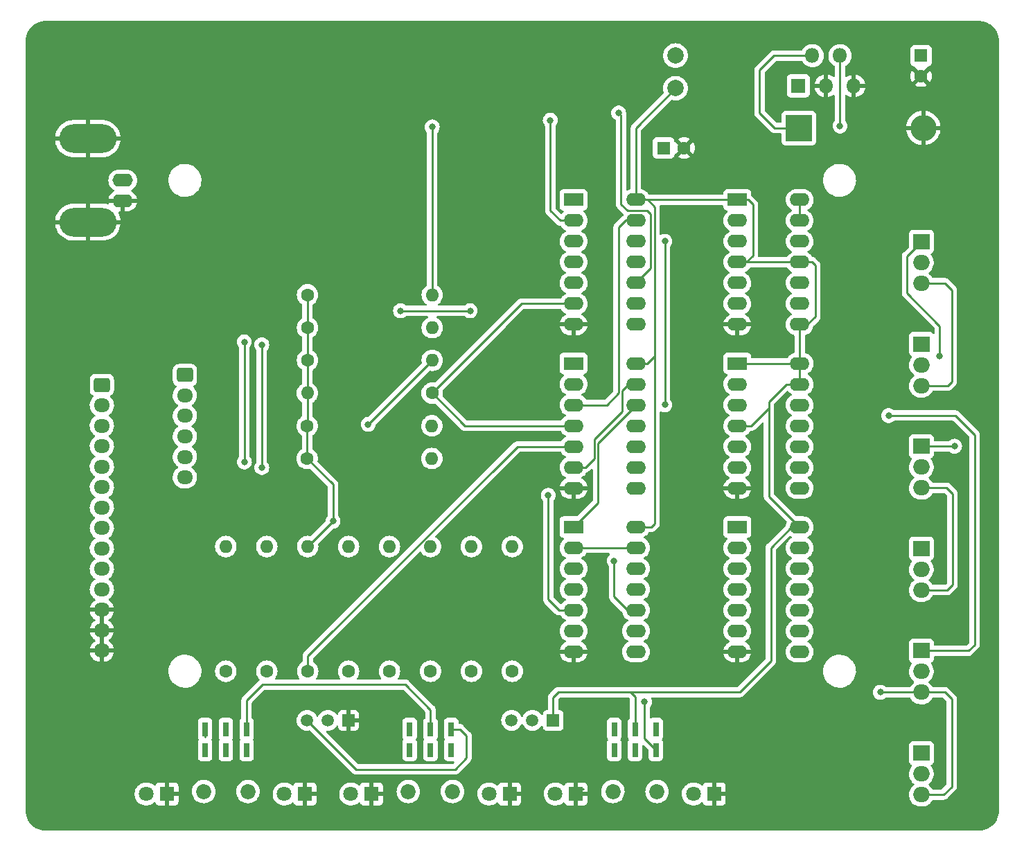
<source format=gbr>
%TF.GenerationSoftware,KiCad,Pcbnew,(6.0.4)*%
%TF.CreationDate,2023-06-02T21:12:55+02:00*%
%TF.ProjectId,Chrolis-LCR,4368726f-6c69-4732-9d4c-43522e6b6963,rev?*%
%TF.SameCoordinates,Original*%
%TF.FileFunction,Copper,L2,Bot*%
%TF.FilePolarity,Positive*%
%FSLAX46Y46*%
G04 Gerber Fmt 4.6, Leading zero omitted, Abs format (unit mm)*
G04 Created by KiCad (PCBNEW (6.0.4)) date 2023-06-02 21:12:55*
%MOMM*%
%LPD*%
G01*
G04 APERTURE LIST*
G04 Aperture macros list*
%AMRoundRect*
0 Rectangle with rounded corners*
0 $1 Rounding radius*
0 $2 $3 $4 $5 $6 $7 $8 $9 X,Y pos of 4 corners*
0 Add a 4 corners polygon primitive as box body*
4,1,4,$2,$3,$4,$5,$6,$7,$8,$9,$2,$3,0*
0 Add four circle primitives for the rounded corners*
1,1,$1+$1,$2,$3*
1,1,$1+$1,$4,$5*
1,1,$1+$1,$6,$7*
1,1,$1+$1,$8,$9*
0 Add four rect primitives between the rounded corners*
20,1,$1+$1,$2,$3,$4,$5,0*
20,1,$1+$1,$4,$5,$6,$7,0*
20,1,$1+$1,$6,$7,$8,$9,0*
20,1,$1+$1,$8,$9,$2,$3,0*%
G04 Aperture macros list end*
%TA.AperFunction,ComponentPad*%
%ADD10R,3.200000X3.200000*%
%TD*%
%TA.AperFunction,ComponentPad*%
%ADD11O,3.200000X3.200000*%
%TD*%
%TA.AperFunction,ComponentPad*%
%ADD12R,2.000000X1.905000*%
%TD*%
%TA.AperFunction,ComponentPad*%
%ADD13O,2.000000X1.905000*%
%TD*%
%TA.AperFunction,ComponentPad*%
%ADD14R,2.400000X1.600000*%
%TD*%
%TA.AperFunction,ComponentPad*%
%ADD15O,2.400000X1.600000*%
%TD*%
%TA.AperFunction,ComponentPad*%
%ADD16C,1.600000*%
%TD*%
%TA.AperFunction,ComponentPad*%
%ADD17O,1.600000X1.600000*%
%TD*%
%TA.AperFunction,ComponentPad*%
%ADD18R,1.800000X1.800000*%
%TD*%
%TA.AperFunction,ComponentPad*%
%ADD19C,1.800000*%
%TD*%
%TA.AperFunction,ComponentPad*%
%ADD20R,1.600000X1.600000*%
%TD*%
%TA.AperFunction,ComponentPad*%
%ADD21R,1.500000X1.500000*%
%TD*%
%TA.AperFunction,ComponentPad*%
%ADD22C,1.500000*%
%TD*%
%TA.AperFunction,ComponentPad*%
%ADD23C,1.850000*%
%TD*%
%TA.AperFunction,ComponentPad*%
%ADD24R,0.750000X1.750000*%
%TD*%
%TA.AperFunction,ComponentPad*%
%ADD25RoundRect,0.250000X-0.725000X0.600000X-0.725000X-0.600000X0.725000X-0.600000X0.725000X0.600000X0*%
%TD*%
%TA.AperFunction,ComponentPad*%
%ADD26O,1.950000X1.700000*%
%TD*%
%TA.AperFunction,ComponentPad*%
%ADD27O,2.499360X1.600200*%
%TD*%
%TA.AperFunction,ComponentPad*%
%ADD28O,7.000240X3.500120*%
%TD*%
%TA.AperFunction,ComponentPad*%
%ADD29O,1.800000X1.800000*%
%TD*%
%TA.AperFunction,ComponentPad*%
%ADD30C,2.000000*%
%TD*%
%TA.AperFunction,ViaPad*%
%ADD31C,0.800000*%
%TD*%
%TA.AperFunction,Conductor*%
%ADD32C,0.250000*%
%TD*%
G04 APERTURE END LIST*
D10*
%TO.P,D7,1,K*%
%TO.N,Net-(D7-Pad1)*%
X139800000Y-53950000D03*
D11*
%TO.P,D7,2,A*%
%TO.N,GNDREF*%
X155040000Y-53950000D03*
%TD*%
D12*
%TO.P,Q7,1,G*%
%TO.N,Net-(Q7-Pad1)*%
X154800000Y-130350000D03*
D13*
%TO.P,Q7,2,D*%
%TO.N,LED6 Input*%
X154800000Y-132890000D03*
%TO.P,Q7,3,S*%
%TO.N,6LED{slash}LED3 Input*%
X154800000Y-135430000D03*
%TD*%
D12*
%TO.P,Q6,1,G*%
%TO.N,Latch LED3*%
X154800000Y-117850000D03*
D13*
%TO.P,Q6,2,D*%
%TO.N,LED3 Input*%
X154800000Y-120390000D03*
%TO.P,Q6,3,S*%
%TO.N,6LED{slash}LED3 Input*%
X154800000Y-122930000D03*
%TD*%
D12*
%TO.P,Q5,1,G*%
%TO.N,Net-(Q5-Pad1)*%
X154800000Y-105350000D03*
D13*
%TO.P,Q5,2,D*%
%TO.N,LED5 Input*%
X154800000Y-107890000D03*
%TO.P,Q5,3,S*%
%TO.N,6LED{slash}LED2 Input*%
X154800000Y-110430000D03*
%TD*%
D12*
%TO.P,Q4,1,G*%
%TO.N,Latch LED2*%
X154800000Y-92850000D03*
D13*
%TO.P,Q4,2,D*%
%TO.N,LED2 Input*%
X154800000Y-95390000D03*
%TO.P,Q4,3,S*%
%TO.N,6LED{slash}LED2 Input*%
X154800000Y-97930000D03*
%TD*%
D12*
%TO.P,Q3,1,G*%
%TO.N,Net-(Q3-Pad1)*%
X154800000Y-80350000D03*
D13*
%TO.P,Q3,2,D*%
%TO.N,LED4 Input*%
X154800000Y-82890000D03*
%TO.P,Q3,3,S*%
%TO.N,6LED{slash}LED1 Input*%
X154800000Y-85430000D03*
%TD*%
D12*
%TO.P,Q2,1,G*%
%TO.N,Latch LED1*%
X154800000Y-67850000D03*
D13*
%TO.P,Q2,2,D*%
%TO.N,LED1 Input*%
X154800000Y-70390000D03*
%TO.P,Q2,3,S*%
%TO.N,6LED{slash}LED1 Input*%
X154800000Y-72930000D03*
%TD*%
D14*
%TO.P,U6,1,J*%
%TO.N,5V*%
X132300000Y-82730000D03*
D15*
%TO.P,U6,2,~{Q}*%
%TO.N,unconnected-(U6-Pad2)*%
X132300000Y-85270000D03*
%TO.P,U6,3,Q*%
%TO.N,Latch LED3*%
X132300000Y-87810000D03*
%TO.P,U6,4,K*%
%TO.N,5V*%
X132300000Y-90350000D03*
%TO.P,U6,5,Q*%
%TO.N,unconnected-(U6-Pad5)*%
X132300000Y-92890000D03*
%TO.P,U6,6,~{Q}*%
%TO.N,unconnected-(U6-Pad6)*%
X132300000Y-95430000D03*
%TO.P,U6,7,GND*%
%TO.N,GNDREF*%
X132300000Y-97970000D03*
%TO.P,U6,8,J*%
%TO.N,unconnected-(U6-Pad8)*%
X139920000Y-97970000D03*
%TO.P,U6,9,C*%
%TO.N,unconnected-(U6-Pad9)*%
X139920000Y-95430000D03*
%TO.P,U6,10,~{R}*%
%TO.N,unconnected-(U6-Pad10)*%
X139920000Y-92890000D03*
%TO.P,U6,11,K*%
%TO.N,unconnected-(U6-Pad11)*%
X139920000Y-90350000D03*
%TO.P,U6,12,C*%
%TO.N,LED3 enable*%
X139920000Y-87810000D03*
%TO.P,U6,13,~{R}*%
%TO.N,5V*%
X139920000Y-85270000D03*
%TO.P,U6,14,VCC*%
X139920000Y-82730000D03*
%TD*%
D14*
%TO.P,U5,1,J*%
%TO.N,5V*%
X132300000Y-62730000D03*
D15*
%TO.P,U5,2,~{Q}*%
%TO.N,unconnected-(U5-Pad2)*%
X132300000Y-65270000D03*
%TO.P,U5,3,Q*%
%TO.N,Latch LED1*%
X132300000Y-67810000D03*
%TO.P,U5,4,K*%
%TO.N,5V*%
X132300000Y-70350000D03*
%TO.P,U5,5,Q*%
%TO.N,Latch LED2*%
X132300000Y-72890000D03*
%TO.P,U5,6,~{Q}*%
%TO.N,unconnected-(U5-Pad6)*%
X132300000Y-75430000D03*
%TO.P,U5,7,GND*%
%TO.N,GNDREF*%
X132300000Y-77970000D03*
%TO.P,U5,8,J*%
%TO.N,5V*%
X139920000Y-77970000D03*
%TO.P,U5,9,C*%
%TO.N,LED2 enable*%
X139920000Y-75430000D03*
%TO.P,U5,10,~{R}*%
%TO.N,5V*%
X139920000Y-72890000D03*
%TO.P,U5,11,K*%
X139920000Y-70350000D03*
%TO.P,U5,12,C*%
%TO.N,LED1 enable*%
X139920000Y-67810000D03*
%TO.P,U5,13,~{R}*%
%TO.N,5V*%
X139920000Y-65270000D03*
%TO.P,U5,14,VCC*%
X139920000Y-62730000D03*
%TD*%
D16*
%TO.P,R13,1*%
%TO.N,5V*%
X79780000Y-78350000D03*
D17*
%TO.P,R13,2*%
%TO.N,Net-(U2-Pad6)*%
X95020000Y-78350000D03*
%TD*%
D16*
%TO.P,R4,1*%
%TO.N,Net-(Q1-Pad2)*%
X84800000Y-120350000D03*
D17*
%TO.P,R4,2*%
%TO.N,Net-(R4-Pad2)*%
X84800000Y-105110000D03*
%TD*%
D14*
%TO.P,U3,1*%
%TO.N,3LED switch*%
X112300000Y-102730000D03*
D15*
%TO.P,U3,2*%
%TO.N,LED3 blanked*%
X112300000Y-105270000D03*
%TO.P,U3,3*%
%TO.N,LED3 Input*%
X112300000Y-107810000D03*
%TO.P,U3,4*%
%TO.N,6LED switch*%
X112300000Y-110350000D03*
%TO.P,U3,5*%
%TO.N,LED1 blanked*%
X112300000Y-112890000D03*
%TO.P,U3,6*%
%TO.N,6LED{slash}LED1 Input*%
X112300000Y-115430000D03*
%TO.P,U3,7,GND*%
%TO.N,GNDREF*%
X112300000Y-117970000D03*
%TO.P,U3,8*%
%TO.N,6LED{slash}LED2 Input*%
X119920000Y-117970000D03*
%TO.P,U3,9*%
%TO.N,6LED switch*%
X119920000Y-115430000D03*
%TO.P,U3,10*%
%TO.N,LED2 blanked*%
X119920000Y-112890000D03*
%TO.P,U3,11*%
%TO.N,6LED{slash}LED3 Input*%
X119920000Y-110350000D03*
%TO.P,U3,12*%
%TO.N,6LED switch*%
X119920000Y-107810000D03*
%TO.P,U3,13*%
%TO.N,LED3 blanked*%
X119920000Y-105270000D03*
%TO.P,U3,14,VCC*%
%TO.N,5V*%
X119920000Y-102730000D03*
%TD*%
D18*
%TO.P,D6,1,K*%
%TO.N,GNDREF*%
X129475000Y-135350000D03*
D19*
%TO.P,D6,2,A*%
%TO.N,Net-(D6-Pad2)*%
X126935000Y-135350000D03*
%TD*%
D16*
%TO.P,R3,1*%
%TO.N,Blanking*%
X79800000Y-120350000D03*
D17*
%TO.P,R3,2*%
%TO.N,5V*%
X79800000Y-105110000D03*
%TD*%
D16*
%TO.P,R10,1*%
%TO.N,Net-(U1-Pad6)*%
X95000000Y-86350000D03*
D17*
%TO.P,R10,2*%
%TO.N,5V*%
X79760000Y-86350000D03*
%TD*%
D14*
%TO.P,U2,1*%
%TO.N,Net-(U1-Pad3)*%
X112300000Y-82730000D03*
D15*
%TO.P,U2,2*%
%TO.N,Blanking*%
X112300000Y-85270000D03*
%TO.P,U2,3*%
%TO.N,LED1 blanked*%
X112300000Y-87810000D03*
%TO.P,U2,4*%
%TO.N,Net-(U1-Pad6)*%
X112300000Y-90350000D03*
%TO.P,U2,5*%
%TO.N,Blanking*%
X112300000Y-92890000D03*
%TO.P,U2,6*%
%TO.N,LED2 blanked*%
X112300000Y-95430000D03*
%TO.P,U2,7,GND*%
%TO.N,GNDREF*%
X112300000Y-97970000D03*
%TO.P,U2,8*%
%TO.N,LED3 blanked*%
X119920000Y-97970000D03*
%TO.P,U2,9*%
%TO.N,Net-(U1-Pad8)*%
X119920000Y-95430000D03*
%TO.P,U2,10*%
%TO.N,Blanking*%
X119920000Y-92890000D03*
%TO.P,U2,11*%
%TO.N,LED2 Input*%
X119920000Y-90350000D03*
%TO.P,U2,12*%
%TO.N,3LED switch*%
X119920000Y-87810000D03*
%TO.P,U2,13*%
%TO.N,LED2 blanked*%
X119920000Y-85270000D03*
%TO.P,U2,14,VCC*%
%TO.N,5V*%
X119920000Y-82730000D03*
%TD*%
D20*
%TO.P,C2,1*%
%TO.N,12V*%
X123300000Y-56400000D03*
D16*
%TO.P,C2,2*%
%TO.N,GNDREF*%
X125800000Y-56400000D03*
%TD*%
D18*
%TO.P,D1,1,K*%
%TO.N,GNDREF*%
X62600000Y-135350000D03*
D19*
%TO.P,D1,2,A*%
%TO.N,Net-(D1-Pad2)*%
X60060000Y-135350000D03*
%TD*%
D16*
%TO.P,R9,1*%
%TO.N,5V*%
X79780000Y-82350000D03*
D17*
%TO.P,R9,2*%
%TO.N,LED1 enable*%
X95020000Y-82350000D03*
%TD*%
D16*
%TO.P,R1,1*%
%TO.N,Net-(D1-Pad2)*%
X69800000Y-120350000D03*
D17*
%TO.P,R1,2*%
%TO.N,Net-(R1-Pad2)*%
X69800000Y-105110000D03*
%TD*%
D21*
%TO.P,Q0,1,E*%
%TO.N,5V*%
X109800000Y-126350000D03*
D22*
%TO.P,Q0,2,B*%
%TO.N,Net-(Q0-Pad2)*%
X107260000Y-126350000D03*
%TO.P,Q0,3,C*%
%TO.N,Net-(Q0-Pad3)*%
X104720000Y-126350000D03*
%TD*%
D16*
%TO.P,R8,1*%
%TO.N,Net-(D6-Pad2)*%
X104800000Y-120350000D03*
D17*
%TO.P,R8,2*%
%TO.N,Net-(R8-Pad2)*%
X104800000Y-105110000D03*
%TD*%
D16*
%TO.P,R5,1*%
%TO.N,Net-(D3-Pad2)*%
X89800000Y-120350000D03*
D17*
%TO.P,R5,2*%
%TO.N,Net-(R5-Pad2)*%
X89800000Y-105110000D03*
%TD*%
D23*
%TO.P,SW1,*%
%TO.N,*%
X67100000Y-135050000D03*
X72500000Y-135050000D03*
D24*
%TO.P,SW1,1,A*%
%TO.N,unconnected-(SW1-Pad1)*%
X67260000Y-127430000D03*
%TO.P,SW1,2,B*%
%TO.N,Net-(J1-Pad1)*%
X69800000Y-127430000D03*
%TO.P,SW1,3,C*%
%TO.N,Net-(Q0-Pad2)*%
X72340000Y-127430000D03*
%TO.P,SW1,4,A*%
%TO.N,Net-(R2-Pad2)*%
X67260000Y-129970000D03*
%TO.P,SW1,5,B*%
%TO.N,5V*%
X69800000Y-129970000D03*
%TO.P,SW1,6,C*%
%TO.N,Net-(R1-Pad2)*%
X72340000Y-129970000D03*
%TD*%
D16*
%TO.P,R12,1*%
%TO.N,5V*%
X79780000Y-74350000D03*
D17*
%TO.P,R12,2*%
%TO.N,LED2 enable*%
X95020000Y-74350000D03*
%TD*%
D20*
%TO.P,C1,1*%
%TO.N,5V*%
X154750000Y-45117621D03*
D16*
%TO.P,C1,2*%
%TO.N,GNDREF*%
X154750000Y-47617621D03*
%TD*%
%TO.P,R15,1*%
%TO.N,5V*%
X79730000Y-94350000D03*
D17*
%TO.P,R15,2*%
%TO.N,LED3 enable*%
X94970000Y-94350000D03*
%TD*%
D18*
%TO.P,D3,1,K*%
%TO.N,GNDREF*%
X104475000Y-135350000D03*
D19*
%TO.P,D3,2,A*%
%TO.N,Net-(D3-Pad2)*%
X101935000Y-135350000D03*
%TD*%
D18*
%TO.P,D5,1,K*%
%TO.N,GNDREF*%
X112600000Y-135350000D03*
D19*
%TO.P,D5,2,A*%
%TO.N,Net-(D5-Pad2)*%
X110060000Y-135350000D03*
%TD*%
D25*
%TO.P,J2,1,Pin_1*%
%TO.N,12V*%
X54650000Y-85350000D03*
D26*
%TO.P,J2,2,Pin_2*%
%TO.N,unconnected-(J2-Pad2)*%
X54650000Y-87850000D03*
%TO.P,J2,3,Pin_3*%
%TO.N,unconnected-(J2-Pad3)*%
X54650000Y-90350000D03*
%TO.P,J2,4,Pin_4*%
%TO.N,unconnected-(J2-Pad4)*%
X54650000Y-92850000D03*
%TO.P,J2,5,Pin_5*%
%TO.N,LED1 enable*%
X54650000Y-95350000D03*
%TO.P,J2,6,Pin_6*%
%TO.N,LED2 enable*%
X54650000Y-97850000D03*
%TO.P,J2,7,Pin_7*%
%TO.N,LED3 enable*%
X54650000Y-100350000D03*
%TO.P,J2,8,Pin_8*%
%TO.N,LED1 PWM*%
X54650000Y-102850000D03*
%TO.P,J2,9,Pin_9*%
%TO.N,LED2 PWM*%
X54650000Y-105350000D03*
%TO.P,J2,10,Pin_10*%
%TO.N,LED3 PWM*%
X54650000Y-107850000D03*
%TO.P,J2,11,Pin_11*%
%TO.N,unconnected-(J2-Pad11)*%
X54650000Y-110350000D03*
%TO.P,J2,12,Pin_12*%
%TO.N,GNDREF*%
X54650000Y-112850000D03*
%TO.P,J2,13,Pin_13*%
X54650000Y-115350000D03*
%TO.P,J2,14,Pin_14*%
X54650000Y-117850000D03*
%TD*%
D23*
%TO.P,SW3,*%
%TO.N,*%
X122500000Y-135050000D03*
X117100000Y-135050000D03*
D24*
%TO.P,SW3,1,A*%
%TO.N,Net-(R8-Pad2)*%
X117260000Y-127430000D03*
%TO.P,SW3,2,B*%
%TO.N,5V*%
X119800000Y-127430000D03*
%TO.P,SW3,3,C*%
%TO.N,Net-(R7-Pad2)*%
X122340000Y-127430000D03*
%TO.P,SW3,4,A*%
%TO.N,3LED switch*%
X117260000Y-129970000D03*
%TO.P,SW3,5,B*%
%TO.N,5V*%
X119800000Y-129970000D03*
%TO.P,SW3,6,C*%
%TO.N,6LED switch*%
X122340000Y-129970000D03*
%TD*%
D14*
%TO.P,U1,1*%
%TO.N,LED1 enable*%
X112300000Y-62730000D03*
D15*
%TO.P,U1,2*%
%TO.N,LED1 PWM*%
X112300000Y-65270000D03*
%TO.P,U1,3*%
%TO.N,Net-(U1-Pad3)*%
X112300000Y-67810000D03*
%TO.P,U1,4*%
%TO.N,LED2 enable*%
X112300000Y-70350000D03*
%TO.P,U1,5*%
%TO.N,LED2 PWM*%
X112300000Y-72890000D03*
%TO.P,U1,6*%
%TO.N,Net-(U1-Pad6)*%
X112300000Y-75430000D03*
%TO.P,U1,7,GND*%
%TO.N,GNDREF*%
X112300000Y-77970000D03*
%TO.P,U1,8*%
%TO.N,Net-(U1-Pad8)*%
X119920000Y-77970000D03*
%TO.P,U1,9*%
%TO.N,LED3 enable*%
X119920000Y-75430000D03*
%TO.P,U1,10*%
%TO.N,LED3 PWM*%
X119920000Y-72890000D03*
%TO.P,U1,11*%
%TO.N,LED1 Input*%
X119920000Y-70350000D03*
%TO.P,U1,12*%
%TO.N,3LED switch*%
X119920000Y-67810000D03*
%TO.P,U1,13*%
%TO.N,LED1 blanked*%
X119920000Y-65270000D03*
%TO.P,U1,14,VCC*%
%TO.N,5V*%
X119920000Y-62730000D03*
%TD*%
D25*
%TO.P,J3,1,Pin_1*%
%TO.N,LED1 Input*%
X64800000Y-84150000D03*
D26*
%TO.P,J3,2,Pin_2*%
%TO.N,LED2 Input*%
X64800000Y-86650000D03*
%TO.P,J3,3,Pin_3*%
%TO.N,LED3 Input*%
X64800000Y-89150000D03*
%TO.P,J3,4,Pin_4*%
%TO.N,LED4 Input*%
X64800000Y-91650000D03*
%TO.P,J3,5,Pin_5*%
%TO.N,LED5 Input*%
X64800000Y-94150000D03*
%TO.P,J3,6,Pin_6*%
%TO.N,LED6 Input*%
X64800000Y-96650000D03*
%TD*%
D21*
%TO.P,Q1,1,E*%
%TO.N,GNDREF*%
X84800000Y-126350000D03*
D22*
%TO.P,Q1,2,B*%
%TO.N,Net-(Q1-Pad2)*%
X82260000Y-126350000D03*
%TO.P,Q1,3,C*%
%TO.N,Blanking*%
X79720000Y-126350000D03*
%TD*%
D16*
%TO.P,R16,1*%
%TO.N,5V*%
X79750000Y-90350000D03*
D17*
%TO.P,R16,2*%
%TO.N,Net-(U3-Pad6)*%
X94990000Y-90350000D03*
%TD*%
D27*
%TO.P,J1,1,In*%
%TO.N,Net-(J1-Pad1)*%
X57201260Y-60350000D03*
D28*
%TO.P,J1,2,Ext*%
%TO.N,GNDREF*%
X52936600Y-55249680D03*
D27*
X57201260Y-62849360D03*
D28*
X52936600Y-65447780D03*
%TD*%
D18*
%TO.P,U0,1,VIN*%
%TO.N,12V*%
X139750000Y-48800000D03*
D29*
%TO.P,U0,2,OUT*%
%TO.N,Net-(D7-Pad1)*%
X141450000Y-45100000D03*
%TO.P,U0,3,GND*%
%TO.N,GNDREF*%
X143150000Y-48800000D03*
%TO.P,U0,4,FB*%
%TO.N,5V*%
X144850000Y-45100000D03*
%TO.P,U0,5,~{ON}/OFF*%
%TO.N,GNDREF*%
X146550000Y-48800000D03*
%TD*%
D16*
%TO.P,R7,1*%
%TO.N,Net-(D5-Pad2)*%
X99800000Y-120350000D03*
D17*
%TO.P,R7,2*%
%TO.N,Net-(R7-Pad2)*%
X99800000Y-105110000D03*
%TD*%
D16*
%TO.P,R2,1*%
%TO.N,Net-(D2-Pad2)*%
X74800000Y-120350000D03*
D17*
%TO.P,R2,2*%
%TO.N,Net-(R2-Pad2)*%
X74800000Y-105110000D03*
%TD*%
D18*
%TO.P,D2,1,K*%
%TO.N,GNDREF*%
X79475000Y-135350000D03*
D19*
%TO.P,D2,2,A*%
%TO.N,Net-(D2-Pad2)*%
X76935000Y-135350000D03*
%TD*%
D16*
%TO.P,R6,1*%
%TO.N,Net-(D4-Pad2)*%
X94800000Y-120350000D03*
D17*
%TO.P,R6,2*%
%TO.N,Net-(R6-Pad2)*%
X94800000Y-105110000D03*
%TD*%
D18*
%TO.P,D4,1,K*%
%TO.N,GNDREF*%
X87600000Y-135350000D03*
D19*
%TO.P,D4,2,A*%
%TO.N,Net-(D4-Pad2)*%
X85060000Y-135350000D03*
%TD*%
D30*
%TO.P,L1,1,1*%
%TO.N,Net-(D7-Pad1)*%
X124750000Y-45100000D03*
%TO.P,L1,2,2*%
%TO.N,5V*%
X124750000Y-49100000D03*
%TD*%
D14*
%TO.P,U4,1*%
%TO.N,Latch LED1*%
X132300000Y-102730000D03*
D15*
%TO.P,U4,2*%
%TO.N,Net-(Q3-Pad1)*%
X132300000Y-105270000D03*
%TO.P,U4,3*%
%TO.N,Latch LED2*%
X132300000Y-107810000D03*
%TO.P,U4,4*%
%TO.N,Net-(Q5-Pad1)*%
X132300000Y-110350000D03*
%TO.P,U4,5*%
%TO.N,Latch LED3*%
X132300000Y-112890000D03*
%TO.P,U4,6*%
%TO.N,Net-(Q7-Pad1)*%
X132300000Y-115430000D03*
%TO.P,U4,7,GND*%
%TO.N,GNDREF*%
X132300000Y-117970000D03*
%TO.P,U4,8*%
%TO.N,unconnected-(U4-Pad8)*%
X139920000Y-117970000D03*
%TO.P,U4,9*%
%TO.N,unconnected-(U4-Pad9)*%
X139920000Y-115430000D03*
%TO.P,U4,10*%
%TO.N,unconnected-(U4-Pad10)*%
X139920000Y-112890000D03*
%TO.P,U4,11*%
%TO.N,unconnected-(U4-Pad11)*%
X139920000Y-110350000D03*
%TO.P,U4,12*%
%TO.N,unconnected-(U4-Pad12)*%
X139920000Y-107810000D03*
%TO.P,U4,13*%
%TO.N,unconnected-(U4-Pad13)*%
X139920000Y-105270000D03*
%TO.P,U4,14,VCC*%
%TO.N,5V*%
X139920000Y-102730000D03*
%TD*%
D23*
%TO.P,SW2,*%
%TO.N,*%
X97500000Y-135050000D03*
X92100000Y-135050000D03*
D24*
%TO.P,SW2,1,A*%
%TO.N,Net-(R4-Pad2)*%
X92260000Y-127430000D03*
%TO.P,SW2,2,B*%
%TO.N,Net-(Q0-Pad2)*%
X94800000Y-127430000D03*
%TO.P,SW2,3,C*%
%TO.N,Blanking*%
X97340000Y-127430000D03*
%TO.P,SW2,4,A*%
%TO.N,Net-(R5-Pad2)*%
X92260000Y-129970000D03*
%TO.P,SW2,5,B*%
%TO.N,Net-(Q0-Pad3)*%
X94800000Y-129970000D03*
%TO.P,SW2,6,C*%
%TO.N,Net-(R6-Pad2)*%
X97340000Y-129970000D03*
%TD*%
D31*
%TO.N,6LED switch*%
X120950000Y-124100000D03*
%TO.N,3LED switch*%
X123440000Y-87790000D03*
X123440000Y-67810000D03*
%TO.N,Latch LED3*%
X150800000Y-89100000D03*
%TO.N,Latch LED1*%
X157050000Y-81800000D03*
%TO.N,6LED{slash}LED3 Input*%
X149780000Y-122930000D03*
%TO.N,Latch LED2*%
X158850000Y-92850000D03*
%TO.N,5V*%
X144850000Y-53700000D03*
X82900000Y-102010000D03*
%TO.N,LED1 enable*%
X87200000Y-90170000D03*
%TO.N,LED2 enable*%
X95020000Y-53820000D03*
%TO.N,LED3 enable*%
X72075000Y-94775000D03*
X72050000Y-80100000D03*
%TO.N,LED1 PWM*%
X109450000Y-53000000D03*
%TO.N,LED2 PWM*%
X91150000Y-76300000D03*
X74200000Y-80450000D03*
X74200000Y-95450000D03*
X99650000Y-76300000D03*
%TO.N,LED3 PWM*%
X117800000Y-52100000D03*
%TO.N,LED1 blanked*%
X109200000Y-98850000D03*
%TO.N,LED2 blanked*%
X117250000Y-106850000D03*
%TD*%
D32*
%TO.N,6LED switch*%
X120950000Y-128580000D02*
X122340000Y-129970000D01*
X120950000Y-124100000D02*
X120950000Y-128580000D01*
%TO.N,3LED switch*%
X123440000Y-67810000D02*
X123440000Y-87790000D01*
%TO.N,5V*%
X121330000Y-62730000D02*
X122200000Y-63600000D01*
X119920000Y-62730000D02*
X121330000Y-62730000D01*
X122200000Y-63600000D02*
X122200000Y-81800000D01*
X122200000Y-81800000D02*
X122200000Y-102300000D01*
%TO.N,LED3 PWM*%
X118900000Y-64050000D02*
X118100000Y-63250000D01*
X118100000Y-63250000D02*
X118100000Y-52400000D01*
X121250000Y-64050000D02*
X118900000Y-64050000D01*
X121700000Y-71110000D02*
X121700000Y-64500000D01*
X121700000Y-64500000D02*
X121250000Y-64050000D01*
X119920000Y-72890000D02*
X121700000Y-71110000D01*
X118100000Y-52400000D02*
X117800000Y-52100000D01*
%TO.N,LED1 blanked*%
X116340000Y-87810000D02*
X112300000Y-87810000D01*
X119900000Y-65250000D02*
X118650000Y-65250000D01*
X118650000Y-65250000D02*
X117795000Y-66105000D01*
X117795000Y-66105000D02*
X117795000Y-86355000D01*
X119920000Y-65270000D02*
X119900000Y-65250000D01*
X117795000Y-86355000D02*
X116340000Y-87810000D01*
%TO.N,LED2 blanked*%
X119920000Y-85270000D02*
X119030000Y-85270000D01*
X118250000Y-88600000D02*
X118250000Y-86050000D01*
X119030000Y-85270000D02*
X118250000Y-86050000D01*
X114825000Y-92025000D02*
X118250000Y-88600000D01*
X114825000Y-94325000D02*
X114825000Y-92025000D01*
X113720000Y-95430000D02*
X114825000Y-94325000D01*
X112300000Y-95430000D02*
X113720000Y-95430000D01*
%TO.N,5V*%
X121770000Y-102730000D02*
X119920000Y-102730000D01*
X122200000Y-102300000D02*
X121770000Y-102730000D01*
X136400000Y-105250000D02*
X138920000Y-102730000D01*
X136400000Y-119100000D02*
X136400000Y-105250000D01*
X132600000Y-122900000D02*
X136400000Y-119100000D01*
X138920000Y-102730000D02*
X139920000Y-102730000D01*
X119100000Y-122900000D02*
X132600000Y-122900000D01*
X110450000Y-122900000D02*
X119100000Y-122900000D01*
X119100000Y-122900000D02*
X119250000Y-122900000D01*
%TO.N,Latch LED3*%
X160550000Y-117850000D02*
X154800000Y-117850000D01*
X161300000Y-117100000D02*
X160550000Y-117850000D01*
X161300000Y-91450000D02*
X161300000Y-117100000D01*
X158950000Y-89100000D02*
X161300000Y-91450000D01*
X150800000Y-89100000D02*
X158950000Y-89100000D01*
%TO.N,Latch LED1*%
X157050000Y-78150000D02*
X157050000Y-81800000D01*
X153050000Y-74150000D02*
X157050000Y-78150000D01*
X153050000Y-69600000D02*
X153050000Y-74150000D01*
X154800000Y-67850000D02*
X153050000Y-69600000D01*
%TO.N,5V*%
X140880000Y-77970000D02*
X139920000Y-77970000D01*
X141850000Y-77000000D02*
X140880000Y-77970000D01*
X141850000Y-70750000D02*
X141850000Y-77000000D01*
X139920000Y-70350000D02*
X141450000Y-70350000D01*
X141450000Y-70350000D02*
X141850000Y-70750000D01*
%TO.N,6LED{slash}LED3 Input*%
X154800000Y-122930000D02*
X149780000Y-122930000D01*
%TO.N,Latch LED2*%
X154800000Y-92850000D02*
X158850000Y-92850000D01*
%TO.N,6LED{slash}LED1 Input*%
X158500000Y-84950000D02*
X158500000Y-73750000D01*
X158020000Y-85430000D02*
X158500000Y-84950000D01*
X158500000Y-73750000D02*
X157680000Y-72930000D01*
X157680000Y-72930000D02*
X154800000Y-72930000D01*
X154800000Y-85430000D02*
X158020000Y-85430000D01*
%TO.N,5V*%
X134200000Y-63300000D02*
X133630000Y-62730000D01*
X133400000Y-70350000D02*
X134200000Y-69550000D01*
X132300000Y-70350000D02*
X133400000Y-70350000D01*
X134200000Y-69550000D02*
X134200000Y-63300000D01*
X133630000Y-62730000D02*
X132300000Y-62730000D01*
X144850000Y-45100000D02*
X144850000Y-53700000D01*
%TO.N,3LED switch*%
X115274520Y-92455480D02*
X115274520Y-99755480D01*
X115274520Y-99755480D02*
X112300000Y-102730000D01*
X119920000Y-87810000D02*
X115274520Y-92455480D01*
%TO.N,5V*%
X136175000Y-98985000D02*
X137520000Y-100330000D01*
X137520000Y-100330000D02*
X139920000Y-102730000D01*
X136175000Y-88175000D02*
X136175000Y-98985000D01*
X132300000Y-90350000D02*
X134000000Y-90350000D01*
X134000000Y-90350000D02*
X136175000Y-88175000D01*
X136175000Y-88175000D02*
X136175000Y-87375000D01*
X138280000Y-85270000D02*
X136175000Y-87375000D01*
X139920000Y-85270000D02*
X138280000Y-85270000D01*
X139920000Y-82730000D02*
X139920000Y-85270000D01*
X139920000Y-77970000D02*
X139920000Y-82730000D01*
X132300000Y-82730000D02*
X139920000Y-82730000D01*
%TO.N,6LED{slash}LED2 Input*%
X158600000Y-109800000D02*
X158600000Y-98650000D01*
X158600000Y-98650000D02*
X157880000Y-97930000D01*
X157880000Y-97930000D02*
X154800000Y-97930000D01*
X157970000Y-110430000D02*
X158600000Y-109800000D01*
X154800000Y-110430000D02*
X157970000Y-110430000D01*
%TO.N,6LED{slash}LED3 Input*%
X157680000Y-122930000D02*
X154800000Y-122930000D01*
X158500000Y-123750000D02*
X157680000Y-122930000D01*
X157520000Y-135430000D02*
X158500000Y-134450000D01*
X158500000Y-134450000D02*
X158500000Y-123750000D01*
X154800000Y-135430000D02*
X157520000Y-135430000D01*
%TO.N,5V*%
X132300000Y-70350000D02*
X139920000Y-70350000D01*
X139920000Y-62730000D02*
X139920000Y-65270000D01*
X132300000Y-62730000D02*
X119920000Y-62730000D01*
%TO.N,Net-(D7-Pad1)*%
X135000000Y-52100000D02*
X136850000Y-53950000D01*
X136850000Y-53950000D02*
X139800000Y-53950000D01*
X135000000Y-46900000D02*
X135000000Y-52100000D01*
X141450000Y-45100000D02*
X136800000Y-45100000D01*
X136800000Y-45100000D02*
X135000000Y-46900000D01*
%TO.N,5V*%
X79780000Y-82350000D02*
X79780000Y-86330000D01*
X109800000Y-123550000D02*
X110450000Y-122900000D01*
X121270000Y-82730000D02*
X119920000Y-82730000D01*
X82900000Y-97520000D02*
X82900000Y-102010000D01*
X109800000Y-126350000D02*
X109800000Y-123550000D01*
X79780000Y-74350000D02*
X79780000Y-78350000D01*
X119920000Y-62730000D02*
X119920000Y-53930000D01*
X82900000Y-102010000D02*
X79800000Y-105110000D01*
X119920000Y-53930000D02*
X124750000Y-49100000D01*
X79760000Y-86350000D02*
X79760000Y-90340000D01*
X79760000Y-90340000D02*
X79750000Y-90350000D01*
X119250000Y-122900000D02*
X119800000Y-123450000D01*
X79780000Y-86330000D02*
X79760000Y-86350000D01*
X119800000Y-123450000D02*
X119800000Y-127430000D01*
X79730000Y-94350000D02*
X82900000Y-97520000D01*
X79780000Y-78350000D02*
X79780000Y-82350000D01*
X79750000Y-90350000D02*
X79750000Y-94330000D01*
X79750000Y-94330000D02*
X79730000Y-94350000D01*
X122200000Y-81800000D02*
X121270000Y-82730000D01*
%TO.N,LED1 enable*%
X95020000Y-82350000D02*
X87200000Y-90170000D01*
%TO.N,LED2 enable*%
X95020000Y-74350000D02*
X95020000Y-53820000D01*
%TO.N,LED3 enable*%
X72050000Y-80100000D02*
X72050000Y-94700000D01*
%TO.N,LED1 PWM*%
X109450000Y-64050000D02*
X110670000Y-65270000D01*
X109450000Y-53000000D02*
X109450000Y-64050000D01*
X110670000Y-65270000D02*
X112300000Y-65270000D01*
%TO.N,LED2 PWM*%
X74200000Y-95450000D02*
X74200000Y-80450000D01*
X91150000Y-76300000D02*
X99650000Y-76300000D01*
%TO.N,Blanking*%
X97800000Y-132350000D02*
X99200000Y-130950000D01*
X85720000Y-132350000D02*
X97800000Y-132350000D01*
X98380000Y-127430000D02*
X97340000Y-127430000D01*
X99200000Y-130950000D02*
X99200000Y-128250000D01*
X99200000Y-128250000D02*
X98380000Y-127430000D01*
X105429700Y-92890000D02*
X112300000Y-92890000D01*
X79800000Y-118519700D02*
X105429700Y-92890000D01*
X79800000Y-120350000D02*
X79800000Y-118519700D01*
X79720000Y-126350000D02*
X85720000Y-132350000D01*
%TO.N,Net-(Q0-Pad2)*%
X94800000Y-125050000D02*
X91750000Y-122000000D01*
X94800000Y-127430000D02*
X94800000Y-125050000D01*
X91750000Y-122000000D02*
X74250000Y-122000000D01*
X74250000Y-122000000D02*
X72340000Y-123910000D01*
X72340000Y-123910000D02*
X72340000Y-127430000D01*
%TO.N,GNDREF*%
X113419521Y-134730479D02*
X113480479Y-134730479D01*
%TO.N,Net-(U1-Pad6)*%
X112300000Y-75430000D02*
X108730000Y-75430000D01*
X105920000Y-75430000D02*
X108730000Y-75430000D01*
X95000000Y-86350000D02*
X105920000Y-75430000D01*
X99000000Y-90350000D02*
X95000000Y-86350000D01*
X108730000Y-75430000D02*
X108670000Y-75430000D01*
X112300000Y-90350000D02*
X99000000Y-90350000D01*
%TO.N,unconnected-(SW1-Pad1)*%
X67260000Y-128430000D02*
X67260000Y-127790000D01*
%TO.N,LED1 blanked*%
X109200000Y-98850000D02*
X109200000Y-111550000D01*
X110540000Y-112890000D02*
X112300000Y-112890000D01*
X109200000Y-111550000D02*
X110540000Y-112890000D01*
%TO.N,LED2 blanked*%
X119920000Y-112890000D02*
X118940000Y-112890000D01*
X118940000Y-112890000D02*
X117250000Y-111200000D01*
X117250000Y-111200000D02*
X117250000Y-106850000D01*
%TO.N,LED3 blanked*%
X112300000Y-105270000D02*
X119920000Y-105270000D01*
%TD*%
%TA.AperFunction,Conductor*%
%TO.N,GNDREF*%
G36*
X161770018Y-40860000D02*
G01*
X161784851Y-40862310D01*
X161784855Y-40862310D01*
X161793724Y-40863691D01*
X161810923Y-40861442D01*
X161834863Y-40860609D01*
X162092710Y-40876206D01*
X162107814Y-40878040D01*
X162179786Y-40891229D01*
X162388760Y-40929525D01*
X162403526Y-40933164D01*
X162676231Y-41018142D01*
X162690445Y-41023534D01*
X162908223Y-41121547D01*
X162950906Y-41140757D01*
X162964379Y-41147828D01*
X163208813Y-41295595D01*
X163221334Y-41304238D01*
X163446171Y-41480385D01*
X163457560Y-41490475D01*
X163659525Y-41692440D01*
X163669615Y-41703829D01*
X163845762Y-41928666D01*
X163854405Y-41941187D01*
X164002172Y-42185621D01*
X164009242Y-42199092D01*
X164126466Y-42459555D01*
X164131859Y-42473773D01*
X164216836Y-42746473D01*
X164220477Y-42761246D01*
X164271960Y-43042186D01*
X164273794Y-43057290D01*
X164288953Y-43307904D01*
X164287692Y-43334716D01*
X164287690Y-43334852D01*
X164286309Y-43343724D01*
X164287473Y-43352626D01*
X164287473Y-43352628D01*
X164290436Y-43375283D01*
X164291500Y-43391621D01*
X164291500Y-137300633D01*
X164290000Y-137320018D01*
X164287690Y-137334851D01*
X164287690Y-137334855D01*
X164286309Y-137343724D01*
X164288558Y-137360919D01*
X164289391Y-137384863D01*
X164273794Y-137642710D01*
X164271960Y-137657814D01*
X164220477Y-137938754D01*
X164216836Y-137953527D01*
X164131859Y-138226227D01*
X164126466Y-138240445D01*
X164009243Y-138500906D01*
X164002172Y-138514379D01*
X163854405Y-138758813D01*
X163845762Y-138771334D01*
X163669615Y-138996171D01*
X163659525Y-139007560D01*
X163457560Y-139209525D01*
X163446171Y-139219615D01*
X163221334Y-139395762D01*
X163208813Y-139404405D01*
X162964379Y-139552172D01*
X162950908Y-139559242D01*
X162690445Y-139676466D01*
X162676231Y-139681858D01*
X162403527Y-139766836D01*
X162388760Y-139770475D01*
X162179786Y-139808771D01*
X162107814Y-139821960D01*
X162092710Y-139823794D01*
X161842096Y-139838953D01*
X161815284Y-139837692D01*
X161815148Y-139837690D01*
X161806276Y-139836309D01*
X161797374Y-139837473D01*
X161797372Y-139837473D01*
X161782707Y-139839391D01*
X161774714Y-139840436D01*
X161758379Y-139841500D01*
X47849367Y-139841500D01*
X47829982Y-139840000D01*
X47815149Y-139837690D01*
X47815145Y-139837690D01*
X47806276Y-139836309D01*
X47789077Y-139838558D01*
X47765137Y-139839391D01*
X47507290Y-139823794D01*
X47492186Y-139821960D01*
X47420214Y-139808771D01*
X47211240Y-139770475D01*
X47196473Y-139766836D01*
X46923769Y-139681858D01*
X46909555Y-139676466D01*
X46649092Y-139559242D01*
X46635621Y-139552172D01*
X46391187Y-139404405D01*
X46378666Y-139395762D01*
X46153829Y-139219615D01*
X46142440Y-139209525D01*
X45940475Y-139007560D01*
X45930385Y-138996171D01*
X45754238Y-138771334D01*
X45745595Y-138758813D01*
X45597828Y-138514379D01*
X45590757Y-138500906D01*
X45473534Y-138240445D01*
X45468141Y-138226227D01*
X45383164Y-137953527D01*
X45379523Y-137938754D01*
X45328040Y-137657814D01*
X45326206Y-137642710D01*
X45311269Y-137395768D01*
X45312520Y-137372216D01*
X45312334Y-137372199D01*
X45312769Y-137367350D01*
X45313576Y-137362552D01*
X45313729Y-137350000D01*
X45309773Y-137322376D01*
X45308500Y-137304514D01*
X45308500Y-135315469D01*
X58647095Y-135315469D01*
X58660427Y-135546697D01*
X58661564Y-135551743D01*
X58661565Y-135551749D01*
X58676394Y-135617548D01*
X58711346Y-135772642D01*
X58713288Y-135777424D01*
X58713289Y-135777428D01*
X58796540Y-135982450D01*
X58798484Y-135987237D01*
X58919501Y-136184719D01*
X59071147Y-136359784D01*
X59249349Y-136507730D01*
X59449322Y-136624584D01*
X59665694Y-136707209D01*
X59670760Y-136708240D01*
X59670761Y-136708240D01*
X59723846Y-136719040D01*
X59892656Y-136753385D01*
X60023324Y-136758176D01*
X60118949Y-136761683D01*
X60118953Y-136761683D01*
X60124113Y-136761872D01*
X60129233Y-136761216D01*
X60129235Y-136761216D01*
X60228668Y-136748478D01*
X60353847Y-136732442D01*
X60358795Y-136730957D01*
X60358802Y-136730956D01*
X60570747Y-136667369D01*
X60575690Y-136665886D01*
X60656236Y-136626427D01*
X60779049Y-136566262D01*
X60779052Y-136566260D01*
X60783684Y-136563991D01*
X60972243Y-136429494D01*
X60975898Y-136425852D01*
X60975906Y-136425845D01*
X61017697Y-136384199D01*
X61080068Y-136350282D01*
X61150875Y-136355470D01*
X61207637Y-136398116D01*
X61224619Y-136429218D01*
X61246677Y-136488056D01*
X61255214Y-136503649D01*
X61331715Y-136605724D01*
X61344276Y-136618285D01*
X61446351Y-136694786D01*
X61461946Y-136703324D01*
X61582394Y-136748478D01*
X61597649Y-136752105D01*
X61648514Y-136757631D01*
X61655328Y-136758000D01*
X62327885Y-136758000D01*
X62343124Y-136753525D01*
X62344329Y-136752135D01*
X62346000Y-136744452D01*
X62346000Y-136739884D01*
X62854000Y-136739884D01*
X62858475Y-136755123D01*
X62859865Y-136756328D01*
X62867548Y-136757999D01*
X63544669Y-136757999D01*
X63551490Y-136757629D01*
X63602352Y-136752105D01*
X63617604Y-136748479D01*
X63738054Y-136703324D01*
X63753649Y-136694786D01*
X63855724Y-136618285D01*
X63868285Y-136605724D01*
X63944786Y-136503649D01*
X63953324Y-136488054D01*
X63998478Y-136367606D01*
X64002105Y-136352351D01*
X64007631Y-136301486D01*
X64008000Y-136294672D01*
X64008000Y-135622115D01*
X64003525Y-135606876D01*
X64002135Y-135605671D01*
X63994452Y-135604000D01*
X62872115Y-135604000D01*
X62856876Y-135608475D01*
X62855671Y-135609865D01*
X62854000Y-135617548D01*
X62854000Y-136739884D01*
X62346000Y-136739884D01*
X62346000Y-135077885D01*
X62854000Y-135077885D01*
X62858475Y-135093124D01*
X62859865Y-135094329D01*
X62867548Y-135096000D01*
X63989884Y-135096000D01*
X64005123Y-135091525D01*
X64006328Y-135090135D01*
X64007999Y-135082452D01*
X64007999Y-135014856D01*
X65662016Y-135014856D01*
X65662313Y-135020008D01*
X65662313Y-135020012D01*
X65675288Y-135245029D01*
X65675289Y-135245035D01*
X65675586Y-135250188D01*
X65727408Y-135480144D01*
X65729352Y-135484930D01*
X65729353Y-135484935D01*
X65795840Y-135648671D01*
X65816093Y-135698548D01*
X65818792Y-135702952D01*
X65921331Y-135870280D01*
X65939258Y-135899535D01*
X66093595Y-136077707D01*
X66274960Y-136228279D01*
X66279412Y-136230881D01*
X66279417Y-136230884D01*
X66400238Y-136301486D01*
X66478482Y-136347208D01*
X66698696Y-136431299D01*
X66703762Y-136432330D01*
X66703763Y-136432330D01*
X66708477Y-136433289D01*
X66929686Y-136478294D01*
X67062389Y-136483160D01*
X67160087Y-136486743D01*
X67160091Y-136486743D01*
X67165251Y-136486932D01*
X67170371Y-136486276D01*
X67170373Y-136486276D01*
X67243235Y-136476942D01*
X67399063Y-136456980D01*
X67404012Y-136455495D01*
X67404018Y-136455494D01*
X67566016Y-136406892D01*
X67624844Y-136389243D01*
X67836529Y-136285539D01*
X67840732Y-136282541D01*
X67840737Y-136282538D01*
X68024231Y-136151653D01*
X68024233Y-136151651D01*
X68028435Y-136148654D01*
X68195407Y-135982264D01*
X68254426Y-135900131D01*
X68329943Y-135795037D01*
X68332961Y-135790837D01*
X68344446Y-135767600D01*
X68435109Y-135584157D01*
X68435110Y-135584155D01*
X68437403Y-135579515D01*
X68505928Y-135353972D01*
X68514752Y-135286948D01*
X68536259Y-135123587D01*
X68536259Y-135123583D01*
X68536696Y-135120266D01*
X68538413Y-135050000D01*
X68535524Y-135014856D01*
X71062016Y-135014856D01*
X71062313Y-135020008D01*
X71062313Y-135020012D01*
X71075288Y-135245029D01*
X71075289Y-135245035D01*
X71075586Y-135250188D01*
X71127408Y-135480144D01*
X71129352Y-135484930D01*
X71129353Y-135484935D01*
X71195840Y-135648671D01*
X71216093Y-135698548D01*
X71218792Y-135702952D01*
X71321331Y-135870280D01*
X71339258Y-135899535D01*
X71493595Y-136077707D01*
X71674960Y-136228279D01*
X71679412Y-136230881D01*
X71679417Y-136230884D01*
X71800238Y-136301486D01*
X71878482Y-136347208D01*
X72098696Y-136431299D01*
X72103762Y-136432330D01*
X72103763Y-136432330D01*
X72108477Y-136433289D01*
X72329686Y-136478294D01*
X72462389Y-136483160D01*
X72560087Y-136486743D01*
X72560091Y-136486743D01*
X72565251Y-136486932D01*
X72570371Y-136486276D01*
X72570373Y-136486276D01*
X72643235Y-136476942D01*
X72799063Y-136456980D01*
X72804012Y-136455495D01*
X72804018Y-136455494D01*
X72966016Y-136406892D01*
X73024844Y-136389243D01*
X73236529Y-136285539D01*
X73240732Y-136282541D01*
X73240737Y-136282538D01*
X73424231Y-136151653D01*
X73424233Y-136151651D01*
X73428435Y-136148654D01*
X73595407Y-135982264D01*
X73654426Y-135900131D01*
X73729943Y-135795037D01*
X73732961Y-135790837D01*
X73744446Y-135767600D01*
X73835109Y-135584157D01*
X73835110Y-135584155D01*
X73837403Y-135579515D01*
X73905928Y-135353972D01*
X73910997Y-135315469D01*
X75522095Y-135315469D01*
X75535427Y-135546697D01*
X75536564Y-135551743D01*
X75536565Y-135551749D01*
X75551394Y-135617548D01*
X75586346Y-135772642D01*
X75588288Y-135777424D01*
X75588289Y-135777428D01*
X75671540Y-135982450D01*
X75673484Y-135987237D01*
X75794501Y-136184719D01*
X75946147Y-136359784D01*
X76124349Y-136507730D01*
X76324322Y-136624584D01*
X76540694Y-136707209D01*
X76545760Y-136708240D01*
X76545761Y-136708240D01*
X76598846Y-136719040D01*
X76767656Y-136753385D01*
X76898324Y-136758176D01*
X76993949Y-136761683D01*
X76993953Y-136761683D01*
X76999113Y-136761872D01*
X77004233Y-136761216D01*
X77004235Y-136761216D01*
X77103668Y-136748478D01*
X77228847Y-136732442D01*
X77233795Y-136730957D01*
X77233802Y-136730956D01*
X77445747Y-136667369D01*
X77450690Y-136665886D01*
X77531236Y-136626427D01*
X77654049Y-136566262D01*
X77654052Y-136566260D01*
X77658684Y-136563991D01*
X77847243Y-136429494D01*
X77850898Y-136425852D01*
X77850906Y-136425845D01*
X77892697Y-136384199D01*
X77955068Y-136350282D01*
X78025875Y-136355470D01*
X78082637Y-136398116D01*
X78099619Y-136429218D01*
X78121677Y-136488056D01*
X78130214Y-136503649D01*
X78206715Y-136605724D01*
X78219276Y-136618285D01*
X78321351Y-136694786D01*
X78336946Y-136703324D01*
X78457394Y-136748478D01*
X78472649Y-136752105D01*
X78523514Y-136757631D01*
X78530328Y-136758000D01*
X79202885Y-136758000D01*
X79218124Y-136753525D01*
X79219329Y-136752135D01*
X79221000Y-136744452D01*
X79221000Y-136739884D01*
X79729000Y-136739884D01*
X79733475Y-136755123D01*
X79734865Y-136756328D01*
X79742548Y-136757999D01*
X80419669Y-136757999D01*
X80426490Y-136757629D01*
X80477352Y-136752105D01*
X80492604Y-136748479D01*
X80613054Y-136703324D01*
X80628649Y-136694786D01*
X80730724Y-136618285D01*
X80743285Y-136605724D01*
X80819786Y-136503649D01*
X80828324Y-136488054D01*
X80873478Y-136367606D01*
X80877105Y-136352351D01*
X80882631Y-136301486D01*
X80883000Y-136294672D01*
X80883000Y-135622115D01*
X80878525Y-135606876D01*
X80877135Y-135605671D01*
X80869452Y-135604000D01*
X79747115Y-135604000D01*
X79731876Y-135608475D01*
X79730671Y-135609865D01*
X79729000Y-135617548D01*
X79729000Y-136739884D01*
X79221000Y-136739884D01*
X79221000Y-135315469D01*
X83647095Y-135315469D01*
X83660427Y-135546697D01*
X83661564Y-135551743D01*
X83661565Y-135551749D01*
X83676394Y-135617548D01*
X83711346Y-135772642D01*
X83713288Y-135777424D01*
X83713289Y-135777428D01*
X83796540Y-135982450D01*
X83798484Y-135987237D01*
X83919501Y-136184719D01*
X84071147Y-136359784D01*
X84249349Y-136507730D01*
X84449322Y-136624584D01*
X84665694Y-136707209D01*
X84670760Y-136708240D01*
X84670761Y-136708240D01*
X84723846Y-136719040D01*
X84892656Y-136753385D01*
X85023324Y-136758176D01*
X85118949Y-136761683D01*
X85118953Y-136761683D01*
X85124113Y-136761872D01*
X85129233Y-136761216D01*
X85129235Y-136761216D01*
X85228668Y-136748478D01*
X85353847Y-136732442D01*
X85358795Y-136730957D01*
X85358802Y-136730956D01*
X85570747Y-136667369D01*
X85575690Y-136665886D01*
X85656236Y-136626427D01*
X85779049Y-136566262D01*
X85779052Y-136566260D01*
X85783684Y-136563991D01*
X85972243Y-136429494D01*
X85975898Y-136425852D01*
X85975906Y-136425845D01*
X86017697Y-136384199D01*
X86080068Y-136350282D01*
X86150875Y-136355470D01*
X86207637Y-136398116D01*
X86224619Y-136429218D01*
X86246677Y-136488056D01*
X86255214Y-136503649D01*
X86331715Y-136605724D01*
X86344276Y-136618285D01*
X86446351Y-136694786D01*
X86461946Y-136703324D01*
X86582394Y-136748478D01*
X86597649Y-136752105D01*
X86648514Y-136757631D01*
X86655328Y-136758000D01*
X87327885Y-136758000D01*
X87343124Y-136753525D01*
X87344329Y-136752135D01*
X87346000Y-136744452D01*
X87346000Y-136739884D01*
X87854000Y-136739884D01*
X87858475Y-136755123D01*
X87859865Y-136756328D01*
X87867548Y-136757999D01*
X88544669Y-136757999D01*
X88551490Y-136757629D01*
X88602352Y-136752105D01*
X88617604Y-136748479D01*
X88738054Y-136703324D01*
X88753649Y-136694786D01*
X88855724Y-136618285D01*
X88868285Y-136605724D01*
X88944786Y-136503649D01*
X88953324Y-136488054D01*
X88998478Y-136367606D01*
X89002105Y-136352351D01*
X89007631Y-136301486D01*
X89008000Y-136294672D01*
X89008000Y-135622115D01*
X89003525Y-135606876D01*
X89002135Y-135605671D01*
X88994452Y-135604000D01*
X87872115Y-135604000D01*
X87856876Y-135608475D01*
X87855671Y-135609865D01*
X87854000Y-135617548D01*
X87854000Y-136739884D01*
X87346000Y-136739884D01*
X87346000Y-135077885D01*
X87854000Y-135077885D01*
X87858475Y-135093124D01*
X87859865Y-135094329D01*
X87867548Y-135096000D01*
X88989884Y-135096000D01*
X89005123Y-135091525D01*
X89006328Y-135090135D01*
X89007999Y-135082452D01*
X89007999Y-135014856D01*
X90662016Y-135014856D01*
X90662313Y-135020008D01*
X90662313Y-135020012D01*
X90675288Y-135245029D01*
X90675289Y-135245035D01*
X90675586Y-135250188D01*
X90727408Y-135480144D01*
X90729352Y-135484930D01*
X90729353Y-135484935D01*
X90795840Y-135648671D01*
X90816093Y-135698548D01*
X90818792Y-135702952D01*
X90921331Y-135870280D01*
X90939258Y-135899535D01*
X91093595Y-136077707D01*
X91274960Y-136228279D01*
X91279412Y-136230881D01*
X91279417Y-136230884D01*
X91400238Y-136301486D01*
X91478482Y-136347208D01*
X91698696Y-136431299D01*
X91703762Y-136432330D01*
X91703763Y-136432330D01*
X91708477Y-136433289D01*
X91929686Y-136478294D01*
X92062389Y-136483160D01*
X92160087Y-136486743D01*
X92160091Y-136486743D01*
X92165251Y-136486932D01*
X92170371Y-136486276D01*
X92170373Y-136486276D01*
X92243235Y-136476942D01*
X92399063Y-136456980D01*
X92404012Y-136455495D01*
X92404018Y-136455494D01*
X92566016Y-136406892D01*
X92624844Y-136389243D01*
X92836529Y-136285539D01*
X92840732Y-136282541D01*
X92840737Y-136282538D01*
X93024231Y-136151653D01*
X93024233Y-136151651D01*
X93028435Y-136148654D01*
X93195407Y-135982264D01*
X93254426Y-135900131D01*
X93329943Y-135795037D01*
X93332961Y-135790837D01*
X93344446Y-135767600D01*
X93435109Y-135584157D01*
X93435110Y-135584155D01*
X93437403Y-135579515D01*
X93505928Y-135353972D01*
X93514752Y-135286948D01*
X93536259Y-135123587D01*
X93536259Y-135123583D01*
X93536696Y-135120266D01*
X93538413Y-135050000D01*
X93535524Y-135014856D01*
X96062016Y-135014856D01*
X96062313Y-135020008D01*
X96062313Y-135020012D01*
X96075288Y-135245029D01*
X96075289Y-135245035D01*
X96075586Y-135250188D01*
X96127408Y-135480144D01*
X96129352Y-135484930D01*
X96129353Y-135484935D01*
X96195840Y-135648671D01*
X96216093Y-135698548D01*
X96218792Y-135702952D01*
X96321331Y-135870280D01*
X96339258Y-135899535D01*
X96493595Y-136077707D01*
X96674960Y-136228279D01*
X96679412Y-136230881D01*
X96679417Y-136230884D01*
X96800238Y-136301486D01*
X96878482Y-136347208D01*
X97098696Y-136431299D01*
X97103762Y-136432330D01*
X97103763Y-136432330D01*
X97108477Y-136433289D01*
X97329686Y-136478294D01*
X97462389Y-136483160D01*
X97560087Y-136486743D01*
X97560091Y-136486743D01*
X97565251Y-136486932D01*
X97570371Y-136486276D01*
X97570373Y-136486276D01*
X97643235Y-136476942D01*
X97799063Y-136456980D01*
X97804012Y-136455495D01*
X97804018Y-136455494D01*
X97966016Y-136406892D01*
X98024844Y-136389243D01*
X98236529Y-136285539D01*
X98240732Y-136282541D01*
X98240737Y-136282538D01*
X98424231Y-136151653D01*
X98424233Y-136151651D01*
X98428435Y-136148654D01*
X98595407Y-135982264D01*
X98654426Y-135900131D01*
X98729943Y-135795037D01*
X98732961Y-135790837D01*
X98744446Y-135767600D01*
X98835109Y-135584157D01*
X98835110Y-135584155D01*
X98837403Y-135579515D01*
X98905928Y-135353972D01*
X98910997Y-135315469D01*
X100522095Y-135315469D01*
X100535427Y-135546697D01*
X100536564Y-135551743D01*
X100536565Y-135551749D01*
X100551394Y-135617548D01*
X100586346Y-135772642D01*
X100588288Y-135777424D01*
X100588289Y-135777428D01*
X100671540Y-135982450D01*
X100673484Y-135987237D01*
X100794501Y-136184719D01*
X100946147Y-136359784D01*
X101124349Y-136507730D01*
X101324322Y-136624584D01*
X101540694Y-136707209D01*
X101545760Y-136708240D01*
X101545761Y-136708240D01*
X101598846Y-136719040D01*
X101767656Y-136753385D01*
X101898324Y-136758176D01*
X101993949Y-136761683D01*
X101993953Y-136761683D01*
X101999113Y-136761872D01*
X102004233Y-136761216D01*
X102004235Y-136761216D01*
X102103668Y-136748478D01*
X102228847Y-136732442D01*
X102233795Y-136730957D01*
X102233802Y-136730956D01*
X102445747Y-136667369D01*
X102450690Y-136665886D01*
X102531236Y-136626427D01*
X102654049Y-136566262D01*
X102654052Y-136566260D01*
X102658684Y-136563991D01*
X102847243Y-136429494D01*
X102850898Y-136425852D01*
X102850906Y-136425845D01*
X102892697Y-136384199D01*
X102955068Y-136350282D01*
X103025875Y-136355470D01*
X103082637Y-136398116D01*
X103099619Y-136429218D01*
X103121677Y-136488056D01*
X103130214Y-136503649D01*
X103206715Y-136605724D01*
X103219276Y-136618285D01*
X103321351Y-136694786D01*
X103336946Y-136703324D01*
X103457394Y-136748478D01*
X103472649Y-136752105D01*
X103523514Y-136757631D01*
X103530328Y-136758000D01*
X104202885Y-136758000D01*
X104218124Y-136753525D01*
X104219329Y-136752135D01*
X104221000Y-136744452D01*
X104221000Y-136739884D01*
X104729000Y-136739884D01*
X104733475Y-136755123D01*
X104734865Y-136756328D01*
X104742548Y-136757999D01*
X105419669Y-136757999D01*
X105426490Y-136757629D01*
X105477352Y-136752105D01*
X105492604Y-136748479D01*
X105613054Y-136703324D01*
X105628649Y-136694786D01*
X105730724Y-136618285D01*
X105743285Y-136605724D01*
X105819786Y-136503649D01*
X105828324Y-136488054D01*
X105873478Y-136367606D01*
X105877105Y-136352351D01*
X105882631Y-136301486D01*
X105883000Y-136294672D01*
X105883000Y-135622115D01*
X105878525Y-135606876D01*
X105877135Y-135605671D01*
X105869452Y-135604000D01*
X104747115Y-135604000D01*
X104731876Y-135608475D01*
X104730671Y-135609865D01*
X104729000Y-135617548D01*
X104729000Y-136739884D01*
X104221000Y-136739884D01*
X104221000Y-135315469D01*
X108647095Y-135315469D01*
X108660427Y-135546697D01*
X108661564Y-135551743D01*
X108661565Y-135551749D01*
X108676394Y-135617548D01*
X108711346Y-135772642D01*
X108713288Y-135777424D01*
X108713289Y-135777428D01*
X108796540Y-135982450D01*
X108798484Y-135987237D01*
X108919501Y-136184719D01*
X109071147Y-136359784D01*
X109249349Y-136507730D01*
X109449322Y-136624584D01*
X109665694Y-136707209D01*
X109670760Y-136708240D01*
X109670761Y-136708240D01*
X109723846Y-136719040D01*
X109892656Y-136753385D01*
X110023324Y-136758176D01*
X110118949Y-136761683D01*
X110118953Y-136761683D01*
X110124113Y-136761872D01*
X110129233Y-136761216D01*
X110129235Y-136761216D01*
X110228668Y-136748478D01*
X110353847Y-136732442D01*
X110358795Y-136730957D01*
X110358802Y-136730956D01*
X110570747Y-136667369D01*
X110575690Y-136665886D01*
X110656236Y-136626427D01*
X110779049Y-136566262D01*
X110779052Y-136566260D01*
X110783684Y-136563991D01*
X110972243Y-136429494D01*
X110975898Y-136425852D01*
X110975906Y-136425845D01*
X111017697Y-136384199D01*
X111080068Y-136350282D01*
X111150875Y-136355470D01*
X111207637Y-136398116D01*
X111224619Y-136429218D01*
X111246677Y-136488056D01*
X111255214Y-136503649D01*
X111331715Y-136605724D01*
X111344276Y-136618285D01*
X111446351Y-136694786D01*
X111461946Y-136703324D01*
X111582394Y-136748478D01*
X111597649Y-136752105D01*
X111648514Y-136757631D01*
X111655328Y-136758000D01*
X112327885Y-136758000D01*
X112343124Y-136753525D01*
X112344329Y-136752135D01*
X112346000Y-136744452D01*
X112346000Y-136739884D01*
X112854000Y-136739884D01*
X112858475Y-136755123D01*
X112859865Y-136756328D01*
X112867548Y-136757999D01*
X113544669Y-136757999D01*
X113551490Y-136757629D01*
X113602352Y-136752105D01*
X113617604Y-136748479D01*
X113738054Y-136703324D01*
X113753649Y-136694786D01*
X113855724Y-136618285D01*
X113868285Y-136605724D01*
X113944786Y-136503649D01*
X113953324Y-136488054D01*
X113998478Y-136367606D01*
X114002105Y-136352351D01*
X114007631Y-136301486D01*
X114008000Y-136294672D01*
X114008000Y-135622115D01*
X114003525Y-135606876D01*
X114002135Y-135605671D01*
X113994452Y-135604000D01*
X112872115Y-135604000D01*
X112856876Y-135608475D01*
X112855671Y-135609865D01*
X112854000Y-135617548D01*
X112854000Y-136739884D01*
X112346000Y-136739884D01*
X112346000Y-135077885D01*
X112854000Y-135077885D01*
X112858475Y-135093124D01*
X112859865Y-135094329D01*
X112867548Y-135096000D01*
X113989884Y-135096000D01*
X114005123Y-135091525D01*
X114006328Y-135090135D01*
X114007999Y-135082452D01*
X114007999Y-135014856D01*
X115662016Y-135014856D01*
X115662313Y-135020008D01*
X115662313Y-135020012D01*
X115675288Y-135245029D01*
X115675289Y-135245035D01*
X115675586Y-135250188D01*
X115727408Y-135480144D01*
X115729352Y-135484930D01*
X115729353Y-135484935D01*
X115795840Y-135648671D01*
X115816093Y-135698548D01*
X115818792Y-135702952D01*
X115921331Y-135870280D01*
X115939258Y-135899535D01*
X116093595Y-136077707D01*
X116274960Y-136228279D01*
X116279412Y-136230881D01*
X116279417Y-136230884D01*
X116400238Y-136301486D01*
X116478482Y-136347208D01*
X116698696Y-136431299D01*
X116703762Y-136432330D01*
X116703763Y-136432330D01*
X116708477Y-136433289D01*
X116929686Y-136478294D01*
X117062389Y-136483160D01*
X117160087Y-136486743D01*
X117160091Y-136486743D01*
X117165251Y-136486932D01*
X117170371Y-136486276D01*
X117170373Y-136486276D01*
X117243235Y-136476942D01*
X117399063Y-136456980D01*
X117404012Y-136455495D01*
X117404018Y-136455494D01*
X117566016Y-136406892D01*
X117624844Y-136389243D01*
X117836529Y-136285539D01*
X117840732Y-136282541D01*
X117840737Y-136282538D01*
X118024231Y-136151653D01*
X118024233Y-136151651D01*
X118028435Y-136148654D01*
X118195407Y-135982264D01*
X118254426Y-135900131D01*
X118329943Y-135795037D01*
X118332961Y-135790837D01*
X118344446Y-135767600D01*
X118435109Y-135584157D01*
X118435110Y-135584155D01*
X118437403Y-135579515D01*
X118505928Y-135353972D01*
X118514752Y-135286948D01*
X118536259Y-135123587D01*
X118536259Y-135123583D01*
X118536696Y-135120266D01*
X118538413Y-135050000D01*
X118535524Y-135014856D01*
X121062016Y-135014856D01*
X121062313Y-135020008D01*
X121062313Y-135020012D01*
X121075288Y-135245029D01*
X121075289Y-135245035D01*
X121075586Y-135250188D01*
X121127408Y-135480144D01*
X121129352Y-135484930D01*
X121129353Y-135484935D01*
X121195840Y-135648671D01*
X121216093Y-135698548D01*
X121218792Y-135702952D01*
X121321331Y-135870280D01*
X121339258Y-135899535D01*
X121493595Y-136077707D01*
X121674960Y-136228279D01*
X121679412Y-136230881D01*
X121679417Y-136230884D01*
X121800238Y-136301486D01*
X121878482Y-136347208D01*
X122098696Y-136431299D01*
X122103762Y-136432330D01*
X122103763Y-136432330D01*
X122108477Y-136433289D01*
X122329686Y-136478294D01*
X122462389Y-136483160D01*
X122560087Y-136486743D01*
X122560091Y-136486743D01*
X122565251Y-136486932D01*
X122570371Y-136486276D01*
X122570373Y-136486276D01*
X122643235Y-136476942D01*
X122799063Y-136456980D01*
X122804012Y-136455495D01*
X122804018Y-136455494D01*
X122966016Y-136406892D01*
X123024844Y-136389243D01*
X123236529Y-136285539D01*
X123240732Y-136282541D01*
X123240737Y-136282538D01*
X123424231Y-136151653D01*
X123424233Y-136151651D01*
X123428435Y-136148654D01*
X123595407Y-135982264D01*
X123654426Y-135900131D01*
X123729943Y-135795037D01*
X123732961Y-135790837D01*
X123744446Y-135767600D01*
X123835109Y-135584157D01*
X123835110Y-135584155D01*
X123837403Y-135579515D01*
X123905928Y-135353972D01*
X123910997Y-135315469D01*
X125522095Y-135315469D01*
X125535427Y-135546697D01*
X125536564Y-135551743D01*
X125536565Y-135551749D01*
X125551394Y-135617548D01*
X125586346Y-135772642D01*
X125588288Y-135777424D01*
X125588289Y-135777428D01*
X125671540Y-135982450D01*
X125673484Y-135987237D01*
X125794501Y-136184719D01*
X125946147Y-136359784D01*
X126124349Y-136507730D01*
X126324322Y-136624584D01*
X126540694Y-136707209D01*
X126545760Y-136708240D01*
X126545761Y-136708240D01*
X126598846Y-136719040D01*
X126767656Y-136753385D01*
X126898324Y-136758176D01*
X126993949Y-136761683D01*
X126993953Y-136761683D01*
X126999113Y-136761872D01*
X127004233Y-136761216D01*
X127004235Y-136761216D01*
X127103668Y-136748478D01*
X127228847Y-136732442D01*
X127233795Y-136730957D01*
X127233802Y-136730956D01*
X127445747Y-136667369D01*
X127450690Y-136665886D01*
X127531236Y-136626427D01*
X127654049Y-136566262D01*
X127654052Y-136566260D01*
X127658684Y-136563991D01*
X127847243Y-136429494D01*
X127850898Y-136425852D01*
X127850906Y-136425845D01*
X127892697Y-136384199D01*
X127955068Y-136350282D01*
X128025875Y-136355470D01*
X128082637Y-136398116D01*
X128099619Y-136429218D01*
X128121677Y-136488056D01*
X128130214Y-136503649D01*
X128206715Y-136605724D01*
X128219276Y-136618285D01*
X128321351Y-136694786D01*
X128336946Y-136703324D01*
X128457394Y-136748478D01*
X128472649Y-136752105D01*
X128523514Y-136757631D01*
X128530328Y-136758000D01*
X129202885Y-136758000D01*
X129218124Y-136753525D01*
X129219329Y-136752135D01*
X129221000Y-136744452D01*
X129221000Y-136739884D01*
X129729000Y-136739884D01*
X129733475Y-136755123D01*
X129734865Y-136756328D01*
X129742548Y-136757999D01*
X130419669Y-136757999D01*
X130426490Y-136757629D01*
X130477352Y-136752105D01*
X130492604Y-136748479D01*
X130613054Y-136703324D01*
X130628649Y-136694786D01*
X130730724Y-136618285D01*
X130743285Y-136605724D01*
X130819786Y-136503649D01*
X130828324Y-136488054D01*
X130873478Y-136367606D01*
X130877105Y-136352351D01*
X130882631Y-136301486D01*
X130883000Y-136294672D01*
X130883000Y-135622115D01*
X130878525Y-135606876D01*
X130877135Y-135605671D01*
X130869452Y-135604000D01*
X129747115Y-135604000D01*
X129731876Y-135608475D01*
X129730671Y-135609865D01*
X129729000Y-135617548D01*
X129729000Y-136739884D01*
X129221000Y-136739884D01*
X129221000Y-135077885D01*
X129729000Y-135077885D01*
X129733475Y-135093124D01*
X129734865Y-135094329D01*
X129742548Y-135096000D01*
X130864884Y-135096000D01*
X130880123Y-135091525D01*
X130881328Y-135090135D01*
X130882999Y-135082452D01*
X130882999Y-134405331D01*
X130882629Y-134398510D01*
X130877105Y-134347648D01*
X130873479Y-134332396D01*
X130828324Y-134211946D01*
X130819786Y-134196351D01*
X130743285Y-134094276D01*
X130730724Y-134081715D01*
X130628649Y-134005214D01*
X130613054Y-133996676D01*
X130492606Y-133951522D01*
X130477351Y-133947895D01*
X130426486Y-133942369D01*
X130419672Y-133942000D01*
X129747115Y-133942000D01*
X129731876Y-133946475D01*
X129730671Y-133947865D01*
X129729000Y-133955548D01*
X129729000Y-135077885D01*
X129221000Y-135077885D01*
X129221000Y-133960116D01*
X129216525Y-133944877D01*
X129215135Y-133943672D01*
X129207452Y-133942001D01*
X128530331Y-133942001D01*
X128523510Y-133942371D01*
X128472648Y-133947895D01*
X128457396Y-133951521D01*
X128336946Y-133996676D01*
X128321351Y-134005214D01*
X128219276Y-134081715D01*
X128206715Y-134094276D01*
X128130214Y-134196351D01*
X128121675Y-134211948D01*
X128100934Y-134267275D01*
X128058293Y-134324040D01*
X127991731Y-134348740D01*
X127922383Y-134333533D01*
X127899388Y-134316909D01*
X127898887Y-134316358D01*
X127842687Y-134271974D01*
X127721177Y-134176011D01*
X127721172Y-134176008D01*
X127717123Y-134172810D01*
X127712607Y-134170317D01*
X127712604Y-134170315D01*
X127518879Y-134063373D01*
X127518875Y-134063371D01*
X127514355Y-134060876D01*
X127509486Y-134059152D01*
X127509482Y-134059150D01*
X127300903Y-133985288D01*
X127300899Y-133985287D01*
X127296028Y-133983562D01*
X127290935Y-133982655D01*
X127290932Y-133982654D01*
X127073095Y-133943851D01*
X127073089Y-133943850D01*
X127068006Y-133942945D01*
X126990644Y-133942000D01*
X126841581Y-133940179D01*
X126841579Y-133940179D01*
X126836411Y-133940116D01*
X126607464Y-133975150D01*
X126387314Y-134047106D01*
X126382726Y-134049494D01*
X126382722Y-134049496D01*
X126208804Y-134140032D01*
X126181872Y-134154052D01*
X126177739Y-134157155D01*
X126177736Y-134157157D01*
X126000790Y-134290012D01*
X125996655Y-134293117D01*
X125952323Y-134339508D01*
X125840351Y-134456680D01*
X125836639Y-134460564D01*
X125706119Y-134651899D01*
X125608602Y-134861981D01*
X125546707Y-135085169D01*
X125522095Y-135315469D01*
X123910997Y-135315469D01*
X123914752Y-135286948D01*
X123936259Y-135123587D01*
X123936259Y-135123583D01*
X123936696Y-135120266D01*
X123938413Y-135050000D01*
X123925631Y-134894533D01*
X123919522Y-134820221D01*
X123919521Y-134820215D01*
X123919098Y-134815070D01*
X123861673Y-134586449D01*
X123767678Y-134370277D01*
X123639640Y-134172359D01*
X123625808Y-134157157D01*
X123484473Y-134001833D01*
X123484471Y-134001832D01*
X123480995Y-133998011D01*
X123476944Y-133994812D01*
X123476940Y-133994808D01*
X123300061Y-133855117D01*
X123300057Y-133855115D01*
X123296006Y-133851915D01*
X123089639Y-133737995D01*
X123084770Y-133736271D01*
X123084766Y-133736269D01*
X122872311Y-133661035D01*
X122872307Y-133661034D01*
X122867436Y-133659309D01*
X122862343Y-133658402D01*
X122862340Y-133658401D01*
X122640456Y-133618877D01*
X122640450Y-133618876D01*
X122635367Y-133617971D01*
X122544523Y-133616861D01*
X122404830Y-133615154D01*
X122404828Y-133615154D01*
X122399661Y-133615091D01*
X122166651Y-133650747D01*
X121942593Y-133723980D01*
X121733504Y-133832825D01*
X121729371Y-133835928D01*
X121729368Y-133835930D01*
X121549135Y-133971253D01*
X121545000Y-133974358D01*
X121382143Y-134144777D01*
X121249307Y-134339508D01*
X121247133Y-134344192D01*
X121247131Y-134344195D01*
X121164550Y-134522101D01*
X121150059Y-134553319D01*
X121087065Y-134780468D01*
X121086516Y-134785605D01*
X121075263Y-134890905D01*
X121062016Y-135014856D01*
X118535524Y-135014856D01*
X118525631Y-134894533D01*
X118519522Y-134820221D01*
X118519521Y-134820215D01*
X118519098Y-134815070D01*
X118461673Y-134586449D01*
X118367678Y-134370277D01*
X118239640Y-134172359D01*
X118225808Y-134157157D01*
X118084473Y-134001833D01*
X118084471Y-134001832D01*
X118080995Y-133998011D01*
X118076944Y-133994812D01*
X118076940Y-133994808D01*
X117900061Y-133855117D01*
X117900057Y-133855115D01*
X117896006Y-133851915D01*
X117689639Y-133737995D01*
X117684770Y-133736271D01*
X117684766Y-133736269D01*
X117472311Y-133661035D01*
X117472307Y-133661034D01*
X117467436Y-133659309D01*
X117462343Y-133658402D01*
X117462340Y-133658401D01*
X117240456Y-133618877D01*
X117240450Y-133618876D01*
X117235367Y-133617971D01*
X117144523Y-133616861D01*
X117004830Y-133615154D01*
X117004828Y-133615154D01*
X116999661Y-133615091D01*
X116766651Y-133650747D01*
X116542593Y-133723980D01*
X116333504Y-133832825D01*
X116329371Y-133835928D01*
X116329368Y-133835930D01*
X116149135Y-133971253D01*
X116145000Y-133974358D01*
X115982143Y-134144777D01*
X115849307Y-134339508D01*
X115847133Y-134344192D01*
X115847131Y-134344195D01*
X115764550Y-134522101D01*
X115750059Y-134553319D01*
X115687065Y-134780468D01*
X115686516Y-134785605D01*
X115675263Y-134890905D01*
X115662016Y-135014856D01*
X114007999Y-135014856D01*
X114007999Y-134405331D01*
X114007629Y-134398510D01*
X114002105Y-134347648D01*
X113998479Y-134332396D01*
X113953324Y-134211946D01*
X113944786Y-134196351D01*
X113868285Y-134094276D01*
X113855724Y-134081715D01*
X113753649Y-134005214D01*
X113738054Y-133996676D01*
X113617606Y-133951522D01*
X113602351Y-133947895D01*
X113551486Y-133942369D01*
X113544672Y-133942000D01*
X112872115Y-133942000D01*
X112856876Y-133946475D01*
X112855671Y-133947865D01*
X112854000Y-133955548D01*
X112854000Y-135077885D01*
X112346000Y-135077885D01*
X112346000Y-133960116D01*
X112341525Y-133944877D01*
X112340135Y-133943672D01*
X112332452Y-133942001D01*
X111655331Y-133942001D01*
X111648510Y-133942371D01*
X111597648Y-133947895D01*
X111582396Y-133951521D01*
X111461946Y-133996676D01*
X111446351Y-134005214D01*
X111344276Y-134081715D01*
X111331715Y-134094276D01*
X111255214Y-134196351D01*
X111246675Y-134211948D01*
X111225934Y-134267275D01*
X111183293Y-134324040D01*
X111116731Y-134348740D01*
X111047383Y-134333533D01*
X111024388Y-134316909D01*
X111023887Y-134316358D01*
X110967687Y-134271974D01*
X110846177Y-134176011D01*
X110846172Y-134176008D01*
X110842123Y-134172810D01*
X110837607Y-134170317D01*
X110837604Y-134170315D01*
X110643879Y-134063373D01*
X110643875Y-134063371D01*
X110639355Y-134060876D01*
X110634486Y-134059152D01*
X110634482Y-134059150D01*
X110425903Y-133985288D01*
X110425899Y-133985287D01*
X110421028Y-133983562D01*
X110415935Y-133982655D01*
X110415932Y-133982654D01*
X110198095Y-133943851D01*
X110198089Y-133943850D01*
X110193006Y-133942945D01*
X110115644Y-133942000D01*
X109966581Y-133940179D01*
X109966579Y-133940179D01*
X109961411Y-133940116D01*
X109732464Y-133975150D01*
X109512314Y-134047106D01*
X109507726Y-134049494D01*
X109507722Y-134049496D01*
X109333804Y-134140032D01*
X109306872Y-134154052D01*
X109302739Y-134157155D01*
X109302736Y-134157157D01*
X109125790Y-134290012D01*
X109121655Y-134293117D01*
X109077323Y-134339508D01*
X108965351Y-134456680D01*
X108961639Y-134460564D01*
X108831119Y-134651899D01*
X108733602Y-134861981D01*
X108671707Y-135085169D01*
X108647095Y-135315469D01*
X104221000Y-135315469D01*
X104221000Y-135077885D01*
X104729000Y-135077885D01*
X104733475Y-135093124D01*
X104734865Y-135094329D01*
X104742548Y-135096000D01*
X105864884Y-135096000D01*
X105880123Y-135091525D01*
X105881328Y-135090135D01*
X105882999Y-135082452D01*
X105882999Y-134405331D01*
X105882629Y-134398510D01*
X105877105Y-134347648D01*
X105873479Y-134332396D01*
X105828324Y-134211946D01*
X105819786Y-134196351D01*
X105743285Y-134094276D01*
X105730724Y-134081715D01*
X105628649Y-134005214D01*
X105613054Y-133996676D01*
X105492606Y-133951522D01*
X105477351Y-133947895D01*
X105426486Y-133942369D01*
X105419672Y-133942000D01*
X104747115Y-133942000D01*
X104731876Y-133946475D01*
X104730671Y-133947865D01*
X104729000Y-133955548D01*
X104729000Y-135077885D01*
X104221000Y-135077885D01*
X104221000Y-133960116D01*
X104216525Y-133944877D01*
X104215135Y-133943672D01*
X104207452Y-133942001D01*
X103530331Y-133942001D01*
X103523510Y-133942371D01*
X103472648Y-133947895D01*
X103457396Y-133951521D01*
X103336946Y-133996676D01*
X103321351Y-134005214D01*
X103219276Y-134081715D01*
X103206715Y-134094276D01*
X103130214Y-134196351D01*
X103121675Y-134211948D01*
X103100934Y-134267275D01*
X103058293Y-134324040D01*
X102991731Y-134348740D01*
X102922383Y-134333533D01*
X102899388Y-134316909D01*
X102898887Y-134316358D01*
X102842687Y-134271974D01*
X102721177Y-134176011D01*
X102721172Y-134176008D01*
X102717123Y-134172810D01*
X102712607Y-134170317D01*
X102712604Y-134170315D01*
X102518879Y-134063373D01*
X102518875Y-134063371D01*
X102514355Y-134060876D01*
X102509486Y-134059152D01*
X102509482Y-134059150D01*
X102300903Y-133985288D01*
X102300899Y-133985287D01*
X102296028Y-133983562D01*
X102290935Y-133982655D01*
X102290932Y-133982654D01*
X102073095Y-133943851D01*
X102073089Y-133943850D01*
X102068006Y-133942945D01*
X101990644Y-133942000D01*
X101841581Y-133940179D01*
X101841579Y-133940179D01*
X101836411Y-133940116D01*
X101607464Y-133975150D01*
X101387314Y-134047106D01*
X101382726Y-134049494D01*
X101382722Y-134049496D01*
X101208804Y-134140032D01*
X101181872Y-134154052D01*
X101177739Y-134157155D01*
X101177736Y-134157157D01*
X101000790Y-134290012D01*
X100996655Y-134293117D01*
X100952323Y-134339508D01*
X100840351Y-134456680D01*
X100836639Y-134460564D01*
X100706119Y-134651899D01*
X100608602Y-134861981D01*
X100546707Y-135085169D01*
X100522095Y-135315469D01*
X98910997Y-135315469D01*
X98914752Y-135286948D01*
X98936259Y-135123587D01*
X98936259Y-135123583D01*
X98936696Y-135120266D01*
X98938413Y-135050000D01*
X98925631Y-134894533D01*
X98919522Y-134820221D01*
X98919521Y-134820215D01*
X98919098Y-134815070D01*
X98861673Y-134586449D01*
X98767678Y-134370277D01*
X98639640Y-134172359D01*
X98625808Y-134157157D01*
X98484473Y-134001833D01*
X98484471Y-134001832D01*
X98480995Y-133998011D01*
X98476944Y-133994812D01*
X98476940Y-133994808D01*
X98300061Y-133855117D01*
X98300057Y-133855115D01*
X98296006Y-133851915D01*
X98089639Y-133737995D01*
X98084770Y-133736271D01*
X98084766Y-133736269D01*
X97872311Y-133661035D01*
X97872307Y-133661034D01*
X97867436Y-133659309D01*
X97862343Y-133658402D01*
X97862340Y-133658401D01*
X97640456Y-133618877D01*
X97640450Y-133618876D01*
X97635367Y-133617971D01*
X97544523Y-133616861D01*
X97404830Y-133615154D01*
X97404828Y-133615154D01*
X97399661Y-133615091D01*
X97166651Y-133650747D01*
X96942593Y-133723980D01*
X96733504Y-133832825D01*
X96729371Y-133835928D01*
X96729368Y-133835930D01*
X96549135Y-133971253D01*
X96545000Y-133974358D01*
X96382143Y-134144777D01*
X96249307Y-134339508D01*
X96247133Y-134344192D01*
X96247131Y-134344195D01*
X96164550Y-134522101D01*
X96150059Y-134553319D01*
X96087065Y-134780468D01*
X96086516Y-134785605D01*
X96075263Y-134890905D01*
X96062016Y-135014856D01*
X93535524Y-135014856D01*
X93525631Y-134894533D01*
X93519522Y-134820221D01*
X93519521Y-134820215D01*
X93519098Y-134815070D01*
X93461673Y-134586449D01*
X93367678Y-134370277D01*
X93239640Y-134172359D01*
X93225808Y-134157157D01*
X93084473Y-134001833D01*
X93084471Y-134001832D01*
X93080995Y-133998011D01*
X93076944Y-133994812D01*
X93076940Y-133994808D01*
X92900061Y-133855117D01*
X92900057Y-133855115D01*
X92896006Y-133851915D01*
X92689639Y-133737995D01*
X92684770Y-133736271D01*
X92684766Y-133736269D01*
X92472311Y-133661035D01*
X92472307Y-133661034D01*
X92467436Y-133659309D01*
X92462343Y-133658402D01*
X92462340Y-133658401D01*
X92240456Y-133618877D01*
X92240450Y-133618876D01*
X92235367Y-133617971D01*
X92144523Y-133616861D01*
X92004830Y-133615154D01*
X92004828Y-133615154D01*
X91999661Y-133615091D01*
X91766651Y-133650747D01*
X91542593Y-133723980D01*
X91333504Y-133832825D01*
X91329371Y-133835928D01*
X91329368Y-133835930D01*
X91149135Y-133971253D01*
X91145000Y-133974358D01*
X90982143Y-134144777D01*
X90849307Y-134339508D01*
X90847133Y-134344192D01*
X90847131Y-134344195D01*
X90764550Y-134522101D01*
X90750059Y-134553319D01*
X90687065Y-134780468D01*
X90686516Y-134785605D01*
X90675263Y-134890905D01*
X90662016Y-135014856D01*
X89007999Y-135014856D01*
X89007999Y-134405331D01*
X89007629Y-134398510D01*
X89002105Y-134347648D01*
X88998479Y-134332396D01*
X88953324Y-134211946D01*
X88944786Y-134196351D01*
X88868285Y-134094276D01*
X88855724Y-134081715D01*
X88753649Y-134005214D01*
X88738054Y-133996676D01*
X88617606Y-133951522D01*
X88602351Y-133947895D01*
X88551486Y-133942369D01*
X88544672Y-133942000D01*
X87872115Y-133942000D01*
X87856876Y-133946475D01*
X87855671Y-133947865D01*
X87854000Y-133955548D01*
X87854000Y-135077885D01*
X87346000Y-135077885D01*
X87346000Y-133960116D01*
X87341525Y-133944877D01*
X87340135Y-133943672D01*
X87332452Y-133942001D01*
X86655331Y-133942001D01*
X86648510Y-133942371D01*
X86597648Y-133947895D01*
X86582396Y-133951521D01*
X86461946Y-133996676D01*
X86446351Y-134005214D01*
X86344276Y-134081715D01*
X86331715Y-134094276D01*
X86255214Y-134196351D01*
X86246675Y-134211948D01*
X86225934Y-134267275D01*
X86183293Y-134324040D01*
X86116731Y-134348740D01*
X86047383Y-134333533D01*
X86024388Y-134316909D01*
X86023887Y-134316358D01*
X85967687Y-134271974D01*
X85846177Y-134176011D01*
X85846172Y-134176008D01*
X85842123Y-134172810D01*
X85837607Y-134170317D01*
X85837604Y-134170315D01*
X85643879Y-134063373D01*
X85643875Y-134063371D01*
X85639355Y-134060876D01*
X85634486Y-134059152D01*
X85634482Y-134059150D01*
X85425903Y-133985288D01*
X85425899Y-133985287D01*
X85421028Y-133983562D01*
X85415935Y-133982655D01*
X85415932Y-133982654D01*
X85198095Y-133943851D01*
X85198089Y-133943850D01*
X85193006Y-133942945D01*
X85115644Y-133942000D01*
X84966581Y-133940179D01*
X84966579Y-133940179D01*
X84961411Y-133940116D01*
X84732464Y-133975150D01*
X84512314Y-134047106D01*
X84507726Y-134049494D01*
X84507722Y-134049496D01*
X84333804Y-134140032D01*
X84306872Y-134154052D01*
X84302739Y-134157155D01*
X84302736Y-134157157D01*
X84125790Y-134290012D01*
X84121655Y-134293117D01*
X84077323Y-134339508D01*
X83965351Y-134456680D01*
X83961639Y-134460564D01*
X83831119Y-134651899D01*
X83733602Y-134861981D01*
X83671707Y-135085169D01*
X83647095Y-135315469D01*
X79221000Y-135315469D01*
X79221000Y-135077885D01*
X79729000Y-135077885D01*
X79733475Y-135093124D01*
X79734865Y-135094329D01*
X79742548Y-135096000D01*
X80864884Y-135096000D01*
X80880123Y-135091525D01*
X80881328Y-135090135D01*
X80882999Y-135082452D01*
X80882999Y-134405331D01*
X80882629Y-134398510D01*
X80877105Y-134347648D01*
X80873479Y-134332396D01*
X80828324Y-134211946D01*
X80819786Y-134196351D01*
X80743285Y-134094276D01*
X80730724Y-134081715D01*
X80628649Y-134005214D01*
X80613054Y-133996676D01*
X80492606Y-133951522D01*
X80477351Y-133947895D01*
X80426486Y-133942369D01*
X80419672Y-133942000D01*
X79747115Y-133942000D01*
X79731876Y-133946475D01*
X79730671Y-133947865D01*
X79729000Y-133955548D01*
X79729000Y-135077885D01*
X79221000Y-135077885D01*
X79221000Y-133960116D01*
X79216525Y-133944877D01*
X79215135Y-133943672D01*
X79207452Y-133942001D01*
X78530331Y-133942001D01*
X78523510Y-133942371D01*
X78472648Y-133947895D01*
X78457396Y-133951521D01*
X78336946Y-133996676D01*
X78321351Y-134005214D01*
X78219276Y-134081715D01*
X78206715Y-134094276D01*
X78130214Y-134196351D01*
X78121675Y-134211948D01*
X78100934Y-134267275D01*
X78058293Y-134324040D01*
X77991731Y-134348740D01*
X77922383Y-134333533D01*
X77899388Y-134316909D01*
X77898887Y-134316358D01*
X77842687Y-134271974D01*
X77721177Y-134176011D01*
X77721172Y-134176008D01*
X77717123Y-134172810D01*
X77712607Y-134170317D01*
X77712604Y-134170315D01*
X77518879Y-134063373D01*
X77518875Y-134063371D01*
X77514355Y-134060876D01*
X77509486Y-134059152D01*
X77509482Y-134059150D01*
X77300903Y-133985288D01*
X77300899Y-133985287D01*
X77296028Y-133983562D01*
X77290935Y-133982655D01*
X77290932Y-133982654D01*
X77073095Y-133943851D01*
X77073089Y-133943850D01*
X77068006Y-133942945D01*
X76990644Y-133942000D01*
X76841581Y-133940179D01*
X76841579Y-133940179D01*
X76836411Y-133940116D01*
X76607464Y-133975150D01*
X76387314Y-134047106D01*
X76382726Y-134049494D01*
X76382722Y-134049496D01*
X76208804Y-134140032D01*
X76181872Y-134154052D01*
X76177739Y-134157155D01*
X76177736Y-134157157D01*
X76000790Y-134290012D01*
X75996655Y-134293117D01*
X75952323Y-134339508D01*
X75840351Y-134456680D01*
X75836639Y-134460564D01*
X75706119Y-134651899D01*
X75608602Y-134861981D01*
X75546707Y-135085169D01*
X75522095Y-135315469D01*
X73910997Y-135315469D01*
X73914752Y-135286948D01*
X73936259Y-135123587D01*
X73936259Y-135123583D01*
X73936696Y-135120266D01*
X73938413Y-135050000D01*
X73925631Y-134894533D01*
X73919522Y-134820221D01*
X73919521Y-134820215D01*
X73919098Y-134815070D01*
X73861673Y-134586449D01*
X73767678Y-134370277D01*
X73639640Y-134172359D01*
X73625808Y-134157157D01*
X73484473Y-134001833D01*
X73484471Y-134001832D01*
X73480995Y-133998011D01*
X73476944Y-133994812D01*
X73476940Y-133994808D01*
X73300061Y-133855117D01*
X73300057Y-133855115D01*
X73296006Y-133851915D01*
X73089639Y-133737995D01*
X73084770Y-133736271D01*
X73084766Y-133736269D01*
X72872311Y-133661035D01*
X72872307Y-133661034D01*
X72867436Y-133659309D01*
X72862343Y-133658402D01*
X72862340Y-133658401D01*
X72640456Y-133618877D01*
X72640450Y-133618876D01*
X72635367Y-133617971D01*
X72544523Y-133616861D01*
X72404830Y-133615154D01*
X72404828Y-133615154D01*
X72399661Y-133615091D01*
X72166651Y-133650747D01*
X71942593Y-133723980D01*
X71733504Y-133832825D01*
X71729371Y-133835928D01*
X71729368Y-133835930D01*
X71549135Y-133971253D01*
X71545000Y-133974358D01*
X71382143Y-134144777D01*
X71249307Y-134339508D01*
X71247133Y-134344192D01*
X71247131Y-134344195D01*
X71164550Y-134522101D01*
X71150059Y-134553319D01*
X71087065Y-134780468D01*
X71086516Y-134785605D01*
X71075263Y-134890905D01*
X71062016Y-135014856D01*
X68535524Y-135014856D01*
X68525631Y-134894533D01*
X68519522Y-134820221D01*
X68519521Y-134820215D01*
X68519098Y-134815070D01*
X68461673Y-134586449D01*
X68367678Y-134370277D01*
X68239640Y-134172359D01*
X68225808Y-134157157D01*
X68084473Y-134001833D01*
X68084471Y-134001832D01*
X68080995Y-133998011D01*
X68076944Y-133994812D01*
X68076940Y-133994808D01*
X67900061Y-133855117D01*
X67900057Y-133855115D01*
X67896006Y-133851915D01*
X67689639Y-133737995D01*
X67684770Y-133736271D01*
X67684766Y-133736269D01*
X67472311Y-133661035D01*
X67472307Y-133661034D01*
X67467436Y-133659309D01*
X67462343Y-133658402D01*
X67462340Y-133658401D01*
X67240456Y-133618877D01*
X67240450Y-133618876D01*
X67235367Y-133617971D01*
X67144523Y-133616861D01*
X67004830Y-133615154D01*
X67004828Y-133615154D01*
X66999661Y-133615091D01*
X66766651Y-133650747D01*
X66542593Y-133723980D01*
X66333504Y-133832825D01*
X66329371Y-133835928D01*
X66329368Y-133835930D01*
X66149135Y-133971253D01*
X66145000Y-133974358D01*
X65982143Y-134144777D01*
X65849307Y-134339508D01*
X65847133Y-134344192D01*
X65847131Y-134344195D01*
X65764550Y-134522101D01*
X65750059Y-134553319D01*
X65687065Y-134780468D01*
X65686516Y-134785605D01*
X65675263Y-134890905D01*
X65662016Y-135014856D01*
X64007999Y-135014856D01*
X64007999Y-134405331D01*
X64007629Y-134398510D01*
X64002105Y-134347648D01*
X63998479Y-134332396D01*
X63953324Y-134211946D01*
X63944786Y-134196351D01*
X63868285Y-134094276D01*
X63855724Y-134081715D01*
X63753649Y-134005214D01*
X63738054Y-133996676D01*
X63617606Y-133951522D01*
X63602351Y-133947895D01*
X63551486Y-133942369D01*
X63544672Y-133942000D01*
X62872115Y-133942000D01*
X62856876Y-133946475D01*
X62855671Y-133947865D01*
X62854000Y-133955548D01*
X62854000Y-135077885D01*
X62346000Y-135077885D01*
X62346000Y-133960116D01*
X62341525Y-133944877D01*
X62340135Y-133943672D01*
X62332452Y-133942001D01*
X61655331Y-133942001D01*
X61648510Y-133942371D01*
X61597648Y-133947895D01*
X61582396Y-133951521D01*
X61461946Y-133996676D01*
X61446351Y-134005214D01*
X61344276Y-134081715D01*
X61331715Y-134094276D01*
X61255214Y-134196351D01*
X61246675Y-134211948D01*
X61225934Y-134267275D01*
X61183293Y-134324040D01*
X61116731Y-134348740D01*
X61047383Y-134333533D01*
X61024388Y-134316909D01*
X61023887Y-134316358D01*
X60967687Y-134271974D01*
X60846177Y-134176011D01*
X60846172Y-134176008D01*
X60842123Y-134172810D01*
X60837607Y-134170317D01*
X60837604Y-134170315D01*
X60643879Y-134063373D01*
X60643875Y-134063371D01*
X60639355Y-134060876D01*
X60634486Y-134059152D01*
X60634482Y-134059150D01*
X60425903Y-133985288D01*
X60425899Y-133985287D01*
X60421028Y-133983562D01*
X60415935Y-133982655D01*
X60415932Y-133982654D01*
X60198095Y-133943851D01*
X60198089Y-133943850D01*
X60193006Y-133942945D01*
X60115644Y-133942000D01*
X59966581Y-133940179D01*
X59966579Y-133940179D01*
X59961411Y-133940116D01*
X59732464Y-133975150D01*
X59512314Y-134047106D01*
X59507726Y-134049494D01*
X59507722Y-134049496D01*
X59333804Y-134140032D01*
X59306872Y-134154052D01*
X59302739Y-134157155D01*
X59302736Y-134157157D01*
X59125790Y-134290012D01*
X59121655Y-134293117D01*
X59077323Y-134339508D01*
X58965351Y-134456680D01*
X58961639Y-134460564D01*
X58831119Y-134651899D01*
X58733602Y-134861981D01*
X58671707Y-135085169D01*
X58647095Y-135315469D01*
X45308500Y-135315469D01*
X45308500Y-130893134D01*
X66376500Y-130893134D01*
X66383255Y-130955316D01*
X66434385Y-131091705D01*
X66521739Y-131208261D01*
X66638295Y-131295615D01*
X66774684Y-131346745D01*
X66836866Y-131353500D01*
X67683134Y-131353500D01*
X67745316Y-131346745D01*
X67881705Y-131295615D01*
X67998261Y-131208261D01*
X68085615Y-131091705D01*
X68136745Y-130955316D01*
X68143500Y-130893134D01*
X68916500Y-130893134D01*
X68923255Y-130955316D01*
X68974385Y-131091705D01*
X69061739Y-131208261D01*
X69178295Y-131295615D01*
X69314684Y-131346745D01*
X69376866Y-131353500D01*
X70223134Y-131353500D01*
X70285316Y-131346745D01*
X70421705Y-131295615D01*
X70538261Y-131208261D01*
X70625615Y-131091705D01*
X70676745Y-130955316D01*
X70683500Y-130893134D01*
X71456500Y-130893134D01*
X71463255Y-130955316D01*
X71514385Y-131091705D01*
X71601739Y-131208261D01*
X71718295Y-131295615D01*
X71854684Y-131346745D01*
X71916866Y-131353500D01*
X72763134Y-131353500D01*
X72825316Y-131346745D01*
X72961705Y-131295615D01*
X73078261Y-131208261D01*
X73165615Y-131091705D01*
X73216745Y-130955316D01*
X73223500Y-130893134D01*
X73223500Y-129046866D01*
X73216745Y-128984684D01*
X73165615Y-128848295D01*
X73111107Y-128775565D01*
X73086259Y-128709058D01*
X73101312Y-128639676D01*
X73111107Y-128624435D01*
X73160229Y-128558892D01*
X73160230Y-128558890D01*
X73165615Y-128551705D01*
X73216745Y-128415316D01*
X73223500Y-128353134D01*
X73223500Y-126506866D01*
X73216745Y-126444684D01*
X73181250Y-126350000D01*
X78456693Y-126350000D01*
X78475885Y-126569371D01*
X78532880Y-126782076D01*
X78559947Y-126840121D01*
X78623618Y-126976666D01*
X78623621Y-126976671D01*
X78625944Y-126981653D01*
X78629100Y-126986160D01*
X78629101Y-126986162D01*
X78740123Y-127144717D01*
X78752251Y-127162038D01*
X78907962Y-127317749D01*
X79088346Y-127444056D01*
X79287924Y-127537120D01*
X79500629Y-127594115D01*
X79720000Y-127613307D01*
X79939371Y-127594115D01*
X79944681Y-127592692D01*
X79944688Y-127592691D01*
X79970719Y-127585716D01*
X80041696Y-127587406D01*
X80092424Y-127618328D01*
X85216343Y-132742247D01*
X85223887Y-132750537D01*
X85228000Y-132757018D01*
X85233777Y-132762443D01*
X85277667Y-132803658D01*
X85280509Y-132806413D01*
X85300230Y-132826134D01*
X85303425Y-132828612D01*
X85312447Y-132836318D01*
X85344679Y-132866586D01*
X85351628Y-132870406D01*
X85362432Y-132876346D01*
X85378956Y-132887199D01*
X85394959Y-132899613D01*
X85435543Y-132917176D01*
X85446173Y-132922383D01*
X85484940Y-132943695D01*
X85492617Y-132945666D01*
X85492622Y-132945668D01*
X85504558Y-132948732D01*
X85523266Y-132955137D01*
X85541855Y-132963181D01*
X85549680Y-132964420D01*
X85549682Y-132964421D01*
X85585519Y-132970097D01*
X85597140Y-132972504D01*
X85628959Y-132980673D01*
X85639970Y-132983500D01*
X85660231Y-132983500D01*
X85679940Y-132985051D01*
X85699943Y-132988219D01*
X85707835Y-132987473D01*
X85711856Y-132987093D01*
X85743954Y-132984059D01*
X85755811Y-132983500D01*
X97721233Y-132983500D01*
X97732416Y-132984027D01*
X97739909Y-132985702D01*
X97747835Y-132985453D01*
X97747836Y-132985453D01*
X97807986Y-132983562D01*
X97811945Y-132983500D01*
X97839856Y-132983500D01*
X97843791Y-132983003D01*
X97843856Y-132982995D01*
X97855693Y-132982062D01*
X97887951Y-132981048D01*
X97891970Y-132980922D01*
X97899889Y-132980673D01*
X97919343Y-132975021D01*
X97938700Y-132971013D01*
X97950930Y-132969468D01*
X97950931Y-132969468D01*
X97958797Y-132968474D01*
X97966168Y-132965555D01*
X97966170Y-132965555D01*
X97999912Y-132952196D01*
X98011142Y-132948351D01*
X98045983Y-132938229D01*
X98045984Y-132938229D01*
X98053593Y-132936018D01*
X98060412Y-132931985D01*
X98060417Y-132931983D01*
X98071028Y-132925707D01*
X98088776Y-132917012D01*
X98107617Y-132909552D01*
X98127987Y-132894753D01*
X98143387Y-132883564D01*
X98153307Y-132877048D01*
X98184535Y-132858580D01*
X98184538Y-132858578D01*
X98191362Y-132854542D01*
X98205683Y-132840221D01*
X98220717Y-132827380D01*
X98222432Y-132826134D01*
X98237107Y-132815472D01*
X98265298Y-132781395D01*
X98273288Y-132772616D01*
X99592253Y-131453652D01*
X99600539Y-131446112D01*
X99607018Y-131442000D01*
X99620956Y-131427158D01*
X99653643Y-131392349D01*
X99656398Y-131389507D01*
X99676135Y-131369770D01*
X99678615Y-131366573D01*
X99686320Y-131357551D01*
X99716586Y-131325321D01*
X99720405Y-131318375D01*
X99720407Y-131318372D01*
X99726348Y-131307566D01*
X99737199Y-131291047D01*
X99744758Y-131281301D01*
X99749614Y-131275041D01*
X99752759Y-131267772D01*
X99752762Y-131267768D01*
X99767174Y-131234463D01*
X99772391Y-131223813D01*
X99793695Y-131185060D01*
X99798733Y-131165437D01*
X99805137Y-131146734D01*
X99810033Y-131135420D01*
X99810033Y-131135419D01*
X99813181Y-131128145D01*
X99814420Y-131120322D01*
X99814423Y-131120312D01*
X99820099Y-131084476D01*
X99822505Y-131072856D01*
X99831528Y-131037711D01*
X99831528Y-131037710D01*
X99833500Y-131030030D01*
X99833500Y-131009776D01*
X99835051Y-130990065D01*
X99836980Y-130977886D01*
X99838220Y-130970057D01*
X99834059Y-130926038D01*
X99833500Y-130914181D01*
X99833500Y-130893134D01*
X116376500Y-130893134D01*
X116383255Y-130955316D01*
X116434385Y-131091705D01*
X116521739Y-131208261D01*
X116638295Y-131295615D01*
X116774684Y-131346745D01*
X116836866Y-131353500D01*
X117683134Y-131353500D01*
X117745316Y-131346745D01*
X117881705Y-131295615D01*
X117998261Y-131208261D01*
X118085615Y-131091705D01*
X118136745Y-130955316D01*
X118143500Y-130893134D01*
X118143500Y-129046866D01*
X118136745Y-128984684D01*
X118085615Y-128848295D01*
X118031107Y-128775565D01*
X118006259Y-128709058D01*
X118021312Y-128639676D01*
X118031107Y-128624435D01*
X118080229Y-128558892D01*
X118080230Y-128558890D01*
X118085615Y-128551705D01*
X118136745Y-128415316D01*
X118143500Y-128353134D01*
X118143500Y-126506866D01*
X118136745Y-126444684D01*
X118085615Y-126308295D01*
X117998261Y-126191739D01*
X117881705Y-126104385D01*
X117745316Y-126053255D01*
X117683134Y-126046500D01*
X116836866Y-126046500D01*
X116774684Y-126053255D01*
X116638295Y-126104385D01*
X116521739Y-126191739D01*
X116434385Y-126308295D01*
X116383255Y-126444684D01*
X116376500Y-126506866D01*
X116376500Y-128353134D01*
X116383255Y-128415316D01*
X116434385Y-128551705D01*
X116439770Y-128558890D01*
X116439771Y-128558892D01*
X116488893Y-128624435D01*
X116513741Y-128690942D01*
X116498688Y-128760324D01*
X116488893Y-128775565D01*
X116434385Y-128848295D01*
X116383255Y-128984684D01*
X116376500Y-129046866D01*
X116376500Y-130893134D01*
X99833500Y-130893134D01*
X99833500Y-128328767D01*
X99834027Y-128317584D01*
X99835702Y-128310091D01*
X99833562Y-128242014D01*
X99833500Y-128238055D01*
X99833500Y-128210144D01*
X99832995Y-128206144D01*
X99832062Y-128194301D01*
X99830922Y-128158029D01*
X99830673Y-128150110D01*
X99825022Y-128130658D01*
X99821014Y-128111306D01*
X99819467Y-128099063D01*
X99818474Y-128091203D01*
X99815556Y-128083832D01*
X99802200Y-128050097D01*
X99798355Y-128038870D01*
X99797721Y-128036687D01*
X99786018Y-127996407D01*
X99775707Y-127978972D01*
X99767012Y-127961224D01*
X99759552Y-127942383D01*
X99733564Y-127906613D01*
X99727048Y-127896693D01*
X99708580Y-127865465D01*
X99708578Y-127865462D01*
X99704542Y-127858638D01*
X99690221Y-127844317D01*
X99677380Y-127829283D01*
X99670131Y-127819306D01*
X99665472Y-127812893D01*
X99659367Y-127807842D01*
X99659362Y-127807837D01*
X99631396Y-127784701D01*
X99622618Y-127776713D01*
X98883652Y-127037747D01*
X98876112Y-127029461D01*
X98872000Y-127022982D01*
X98822348Y-126976356D01*
X98819507Y-126973602D01*
X98799770Y-126953865D01*
X98796573Y-126951385D01*
X98787551Y-126943680D01*
X98761100Y-126918841D01*
X98755321Y-126913414D01*
X98748375Y-126909595D01*
X98748372Y-126909593D01*
X98737566Y-126903652D01*
X98721047Y-126892801D01*
X98720583Y-126892441D01*
X98705041Y-126880386D01*
X98697772Y-126877241D01*
X98697768Y-126877238D01*
X98664463Y-126862826D01*
X98653813Y-126857609D01*
X98615060Y-126836305D01*
X98595437Y-126831267D01*
X98576734Y-126824863D01*
X98565420Y-126819967D01*
X98565419Y-126819967D01*
X98558145Y-126816819D01*
X98550322Y-126815580D01*
X98550312Y-126815577D01*
X98514476Y-126809901D01*
X98502856Y-126807495D01*
X98467711Y-126798472D01*
X98467710Y-126798472D01*
X98460030Y-126796500D01*
X98439776Y-126796500D01*
X98420065Y-126794949D01*
X98407886Y-126793020D01*
X98400057Y-126791780D01*
X98392165Y-126792526D01*
X98392164Y-126792526D01*
X98361357Y-126795438D01*
X98291656Y-126781935D01*
X98240321Y-126732893D01*
X98223500Y-126669997D01*
X98223500Y-126506866D01*
X98216745Y-126444684D01*
X98165615Y-126308295D01*
X98078261Y-126191739D01*
X97961705Y-126104385D01*
X97825316Y-126053255D01*
X97763134Y-126046500D01*
X96916866Y-126046500D01*
X96854684Y-126053255D01*
X96718295Y-126104385D01*
X96601739Y-126191739D01*
X96514385Y-126308295D01*
X96463255Y-126444684D01*
X96456500Y-126506866D01*
X96456500Y-128353134D01*
X96463255Y-128415316D01*
X96514385Y-128551705D01*
X96519770Y-128558890D01*
X96519771Y-128558892D01*
X96568893Y-128624435D01*
X96593741Y-128690942D01*
X96578688Y-128760324D01*
X96568893Y-128775565D01*
X96514385Y-128848295D01*
X96463255Y-128984684D01*
X96456500Y-129046866D01*
X96456500Y-130893134D01*
X96463255Y-130955316D01*
X96514385Y-131091705D01*
X96601739Y-131208261D01*
X96718295Y-131295615D01*
X96854684Y-131346745D01*
X96916866Y-131353500D01*
X97596404Y-131353500D01*
X97664525Y-131373502D01*
X97711018Y-131427158D01*
X97721122Y-131497432D01*
X97691628Y-131562012D01*
X97685499Y-131568595D01*
X97574499Y-131679595D01*
X97512187Y-131713621D01*
X97485404Y-131716500D01*
X86034595Y-131716500D01*
X85966474Y-131696498D01*
X85945500Y-131679595D01*
X85159039Y-130893134D01*
X91376500Y-130893134D01*
X91383255Y-130955316D01*
X91434385Y-131091705D01*
X91521739Y-131208261D01*
X91638295Y-131295615D01*
X91774684Y-131346745D01*
X91836866Y-131353500D01*
X92683134Y-131353500D01*
X92745316Y-131346745D01*
X92881705Y-131295615D01*
X92998261Y-131208261D01*
X93085615Y-131091705D01*
X93136745Y-130955316D01*
X93143500Y-130893134D01*
X93143500Y-129046866D01*
X93136745Y-128984684D01*
X93085615Y-128848295D01*
X93031107Y-128775565D01*
X93006259Y-128709058D01*
X93021312Y-128639676D01*
X93031107Y-128624435D01*
X93080229Y-128558892D01*
X93080230Y-128558890D01*
X93085615Y-128551705D01*
X93136745Y-128415316D01*
X93143500Y-128353134D01*
X93143500Y-126506866D01*
X93136745Y-126444684D01*
X93085615Y-126308295D01*
X92998261Y-126191739D01*
X92881705Y-126104385D01*
X92745316Y-126053255D01*
X92683134Y-126046500D01*
X91836866Y-126046500D01*
X91774684Y-126053255D01*
X91638295Y-126104385D01*
X91521739Y-126191739D01*
X91434385Y-126308295D01*
X91383255Y-126444684D01*
X91376500Y-126506866D01*
X91376500Y-128353134D01*
X91383255Y-128415316D01*
X91434385Y-128551705D01*
X91439770Y-128558890D01*
X91439771Y-128558892D01*
X91488893Y-128624435D01*
X91513741Y-128690942D01*
X91498688Y-128760324D01*
X91488893Y-128775565D01*
X91434385Y-128848295D01*
X91383255Y-128984684D01*
X91376500Y-129046866D01*
X91376500Y-130893134D01*
X85159039Y-130893134D01*
X82087491Y-127821586D01*
X82053465Y-127759274D01*
X82058530Y-127688459D01*
X82101077Y-127631623D01*
X82167597Y-127606812D01*
X82187566Y-127606970D01*
X82260000Y-127613307D01*
X82479371Y-127594115D01*
X82692076Y-127537120D01*
X82891654Y-127444056D01*
X83072038Y-127317749D01*
X83227749Y-127162038D01*
X83239878Y-127144717D01*
X83312788Y-127040590D01*
X83368245Y-126996262D01*
X83438865Y-126988953D01*
X83502225Y-127020984D01*
X83538210Y-127082185D01*
X83542001Y-127112861D01*
X83542001Y-127144669D01*
X83542371Y-127151490D01*
X83547895Y-127202352D01*
X83551521Y-127217604D01*
X83596676Y-127338054D01*
X83605214Y-127353649D01*
X83681715Y-127455724D01*
X83694276Y-127468285D01*
X83796351Y-127544786D01*
X83811946Y-127553324D01*
X83932394Y-127598478D01*
X83947649Y-127602105D01*
X83998514Y-127607631D01*
X84005328Y-127608000D01*
X84527885Y-127608000D01*
X84543124Y-127603525D01*
X84544329Y-127602135D01*
X84546000Y-127594452D01*
X84546000Y-127589884D01*
X85054000Y-127589884D01*
X85058475Y-127605123D01*
X85059865Y-127606328D01*
X85067548Y-127607999D01*
X85594669Y-127607999D01*
X85601490Y-127607629D01*
X85652352Y-127602105D01*
X85667604Y-127598479D01*
X85788054Y-127553324D01*
X85803649Y-127544786D01*
X85905724Y-127468285D01*
X85918285Y-127455724D01*
X85994786Y-127353649D01*
X86003324Y-127338054D01*
X86048478Y-127217606D01*
X86052105Y-127202351D01*
X86057631Y-127151486D01*
X86058000Y-127144672D01*
X86058000Y-126622115D01*
X86053525Y-126606876D01*
X86052135Y-126605671D01*
X86044452Y-126604000D01*
X85072115Y-126604000D01*
X85056876Y-126608475D01*
X85055671Y-126609865D01*
X85054000Y-126617548D01*
X85054000Y-127589884D01*
X84546000Y-127589884D01*
X84546000Y-126077885D01*
X85054000Y-126077885D01*
X85058475Y-126093124D01*
X85059865Y-126094329D01*
X85067548Y-126096000D01*
X86039884Y-126096000D01*
X86055123Y-126091525D01*
X86056328Y-126090135D01*
X86057999Y-126082452D01*
X86057999Y-125555331D01*
X86057629Y-125548510D01*
X86052105Y-125497648D01*
X86048479Y-125482396D01*
X86003324Y-125361946D01*
X85994786Y-125346351D01*
X85918285Y-125244276D01*
X85905724Y-125231715D01*
X85803649Y-125155214D01*
X85788054Y-125146676D01*
X85667606Y-125101522D01*
X85652351Y-125097895D01*
X85601486Y-125092369D01*
X85594672Y-125092000D01*
X85072115Y-125092000D01*
X85056876Y-125096475D01*
X85055671Y-125097865D01*
X85054000Y-125105548D01*
X85054000Y-126077885D01*
X84546000Y-126077885D01*
X84546000Y-125110116D01*
X84541525Y-125094877D01*
X84540135Y-125093672D01*
X84532452Y-125092001D01*
X84005331Y-125092001D01*
X83998510Y-125092371D01*
X83947648Y-125097895D01*
X83932396Y-125101521D01*
X83811946Y-125146676D01*
X83796351Y-125155214D01*
X83694276Y-125231715D01*
X83681715Y-125244276D01*
X83605214Y-125346351D01*
X83596676Y-125361946D01*
X83551522Y-125482394D01*
X83547895Y-125497649D01*
X83542369Y-125548514D01*
X83542000Y-125555328D01*
X83542000Y-125587138D01*
X83521998Y-125655259D01*
X83468342Y-125701752D01*
X83398068Y-125711856D01*
X83333488Y-125682362D01*
X83312787Y-125659409D01*
X83230908Y-125542473D01*
X83230906Y-125542470D01*
X83227749Y-125537962D01*
X83072038Y-125382251D01*
X83046822Y-125364594D01*
X82919581Y-125275499D01*
X82891654Y-125255944D01*
X82692076Y-125162880D01*
X82479371Y-125105885D01*
X82260000Y-125086693D01*
X82040629Y-125105885D01*
X81827924Y-125162880D01*
X81734562Y-125206415D01*
X81633334Y-125253618D01*
X81633329Y-125253621D01*
X81628347Y-125255944D01*
X81623840Y-125259100D01*
X81623838Y-125259101D01*
X81452473Y-125379092D01*
X81452470Y-125379094D01*
X81447962Y-125382251D01*
X81292251Y-125537962D01*
X81289094Y-125542470D01*
X81289092Y-125542473D01*
X81207713Y-125658695D01*
X81165944Y-125718347D01*
X81163621Y-125723329D01*
X81163618Y-125723334D01*
X81104195Y-125850769D01*
X81057278Y-125904054D01*
X80989001Y-125923515D01*
X80921041Y-125902973D01*
X80875805Y-125850769D01*
X80816382Y-125723334D01*
X80816379Y-125723329D01*
X80814056Y-125718347D01*
X80772287Y-125658695D01*
X80690908Y-125542473D01*
X80690906Y-125542470D01*
X80687749Y-125537962D01*
X80532038Y-125382251D01*
X80506822Y-125364594D01*
X80379581Y-125275499D01*
X80351654Y-125255944D01*
X80152076Y-125162880D01*
X79939371Y-125105885D01*
X79720000Y-125086693D01*
X79500629Y-125105885D01*
X79287924Y-125162880D01*
X79194562Y-125206415D01*
X79093334Y-125253618D01*
X79093329Y-125253621D01*
X79088347Y-125255944D01*
X79083840Y-125259100D01*
X79083838Y-125259101D01*
X78912473Y-125379092D01*
X78912470Y-125379094D01*
X78907962Y-125382251D01*
X78752251Y-125537962D01*
X78749094Y-125542470D01*
X78749092Y-125542473D01*
X78667713Y-125658695D01*
X78625944Y-125718347D01*
X78623621Y-125723329D01*
X78623618Y-125723334D01*
X78576415Y-125824562D01*
X78532880Y-125917924D01*
X78475885Y-126130629D01*
X78456693Y-126350000D01*
X73181250Y-126350000D01*
X73165615Y-126308295D01*
X73078261Y-126191739D01*
X73023935Y-126151024D01*
X72981420Y-126094165D01*
X72973500Y-126050198D01*
X72973500Y-124224594D01*
X72993502Y-124156473D01*
X73010405Y-124135499D01*
X74475500Y-122670405D01*
X74537812Y-122636379D01*
X74564595Y-122633500D01*
X91435406Y-122633500D01*
X91503527Y-122653502D01*
X91524501Y-122670405D01*
X94129595Y-125275499D01*
X94163621Y-125337811D01*
X94166500Y-125364594D01*
X94166500Y-126050198D01*
X94146498Y-126118319D01*
X94116065Y-126151024D01*
X94061739Y-126191739D01*
X93974385Y-126308295D01*
X93923255Y-126444684D01*
X93916500Y-126506866D01*
X93916500Y-128353134D01*
X93923255Y-128415316D01*
X93974385Y-128551705D01*
X93979770Y-128558890D01*
X93979771Y-128558892D01*
X94028893Y-128624435D01*
X94053741Y-128690942D01*
X94038688Y-128760324D01*
X94028893Y-128775565D01*
X93974385Y-128848295D01*
X93923255Y-128984684D01*
X93916500Y-129046866D01*
X93916500Y-130893134D01*
X93923255Y-130955316D01*
X93974385Y-131091705D01*
X94061739Y-131208261D01*
X94178295Y-131295615D01*
X94314684Y-131346745D01*
X94376866Y-131353500D01*
X95223134Y-131353500D01*
X95285316Y-131346745D01*
X95421705Y-131295615D01*
X95538261Y-131208261D01*
X95625615Y-131091705D01*
X95676745Y-130955316D01*
X95683500Y-130893134D01*
X95683500Y-129046866D01*
X95676745Y-128984684D01*
X95625615Y-128848295D01*
X95571107Y-128775565D01*
X95546259Y-128709058D01*
X95561312Y-128639676D01*
X95571107Y-128624435D01*
X95620229Y-128558892D01*
X95620230Y-128558890D01*
X95625615Y-128551705D01*
X95676745Y-128415316D01*
X95683500Y-128353134D01*
X95683500Y-126506866D01*
X95676745Y-126444684D01*
X95625615Y-126308295D01*
X95538261Y-126191739D01*
X95483935Y-126151024D01*
X95441420Y-126094165D01*
X95433500Y-126050198D01*
X95433500Y-125128763D01*
X95434027Y-125117579D01*
X95435701Y-125110091D01*
X95433562Y-125042032D01*
X95433500Y-125038075D01*
X95433500Y-125010144D01*
X95432994Y-125006138D01*
X95432061Y-124994292D01*
X95431157Y-124965500D01*
X95430673Y-124950110D01*
X95425022Y-124930658D01*
X95421014Y-124911306D01*
X95419467Y-124899063D01*
X95418474Y-124891203D01*
X95415556Y-124883832D01*
X95402200Y-124850097D01*
X95398355Y-124838870D01*
X95397721Y-124836687D01*
X95386018Y-124796407D01*
X95381984Y-124789585D01*
X95381981Y-124789579D01*
X95375706Y-124778968D01*
X95367010Y-124761218D01*
X95362472Y-124749756D01*
X95362469Y-124749751D01*
X95359552Y-124742383D01*
X95333573Y-124706625D01*
X95327057Y-124696707D01*
X95308575Y-124665457D01*
X95304542Y-124658637D01*
X95290218Y-124644313D01*
X95277376Y-124629278D01*
X95265472Y-124612893D01*
X95231406Y-124584711D01*
X95222627Y-124576722D01*
X92253652Y-121607747D01*
X92246112Y-121599461D01*
X92242000Y-121592982D01*
X92232738Y-121584284D01*
X92192349Y-121546357D01*
X92189507Y-121543602D01*
X92169770Y-121523865D01*
X92166573Y-121521385D01*
X92157551Y-121513680D01*
X92144122Y-121501069D01*
X92125321Y-121483414D01*
X92118375Y-121479595D01*
X92118372Y-121479593D01*
X92107566Y-121473652D01*
X92091047Y-121462801D01*
X92090583Y-121462441D01*
X92075041Y-121450386D01*
X92067772Y-121447241D01*
X92067768Y-121447238D01*
X92034463Y-121432826D01*
X92023813Y-121427609D01*
X91985060Y-121406305D01*
X91965437Y-121401267D01*
X91946734Y-121394863D01*
X91935420Y-121389967D01*
X91935419Y-121389967D01*
X91928145Y-121386819D01*
X91920322Y-121385580D01*
X91920312Y-121385577D01*
X91884476Y-121379901D01*
X91872856Y-121377495D01*
X91837711Y-121368472D01*
X91837710Y-121368472D01*
X91830030Y-121366500D01*
X91809776Y-121366500D01*
X91790065Y-121364949D01*
X91777886Y-121363020D01*
X91770057Y-121361780D01*
X91762165Y-121362526D01*
X91726039Y-121365941D01*
X91714181Y-121366500D01*
X90927666Y-121366500D01*
X90859545Y-121346498D01*
X90813052Y-121292842D01*
X90802948Y-121222568D01*
X90824453Y-121168229D01*
X90869262Y-121104235D01*
X90937523Y-121006749D01*
X90939846Y-121001767D01*
X90939849Y-121001762D01*
X91031961Y-120804225D01*
X91031961Y-120804224D01*
X91034284Y-120799243D01*
X91043598Y-120764485D01*
X91092119Y-120583402D01*
X91092119Y-120583400D01*
X91093543Y-120578087D01*
X91113498Y-120350000D01*
X93486502Y-120350000D01*
X93506457Y-120578087D01*
X93507881Y-120583400D01*
X93507881Y-120583402D01*
X93556403Y-120764485D01*
X93565716Y-120799243D01*
X93568039Y-120804224D01*
X93568039Y-120804225D01*
X93660151Y-121001762D01*
X93660154Y-121001767D01*
X93662477Y-121006749D01*
X93793802Y-121194300D01*
X93955700Y-121356198D01*
X93960208Y-121359355D01*
X93960211Y-121359357D01*
X93973229Y-121368472D01*
X94143251Y-121487523D01*
X94148233Y-121489846D01*
X94148238Y-121489849D01*
X94345775Y-121581961D01*
X94350757Y-121584284D01*
X94356065Y-121585706D01*
X94356067Y-121585707D01*
X94566598Y-121642119D01*
X94566600Y-121642119D01*
X94571913Y-121643543D01*
X94800000Y-121663498D01*
X95028087Y-121643543D01*
X95033400Y-121642119D01*
X95033402Y-121642119D01*
X95243933Y-121585707D01*
X95243935Y-121585706D01*
X95249243Y-121584284D01*
X95254225Y-121581961D01*
X95451762Y-121489849D01*
X95451767Y-121489846D01*
X95456749Y-121487523D01*
X95626771Y-121368472D01*
X95639789Y-121359357D01*
X95639792Y-121359355D01*
X95644300Y-121356198D01*
X95806198Y-121194300D01*
X95937523Y-121006749D01*
X95939846Y-121001767D01*
X95939849Y-121001762D01*
X96031961Y-120804225D01*
X96031961Y-120804224D01*
X96034284Y-120799243D01*
X96043598Y-120764485D01*
X96092119Y-120583402D01*
X96092119Y-120583400D01*
X96093543Y-120578087D01*
X96113498Y-120350000D01*
X98486502Y-120350000D01*
X98506457Y-120578087D01*
X98507881Y-120583400D01*
X98507881Y-120583402D01*
X98556403Y-120764485D01*
X98565716Y-120799243D01*
X98568039Y-120804224D01*
X98568039Y-120804225D01*
X98660151Y-121001762D01*
X98660154Y-121001767D01*
X98662477Y-121006749D01*
X98793802Y-121194300D01*
X98955700Y-121356198D01*
X98960208Y-121359355D01*
X98960211Y-121359357D01*
X98973229Y-121368472D01*
X99143251Y-121487523D01*
X99148233Y-121489846D01*
X99148238Y-121489849D01*
X99345775Y-121581961D01*
X99350757Y-121584284D01*
X99356065Y-121585706D01*
X99356067Y-121585707D01*
X99566598Y-121642119D01*
X99566600Y-121642119D01*
X99571913Y-121643543D01*
X99800000Y-121663498D01*
X100028087Y-121643543D01*
X100033400Y-121642119D01*
X100033402Y-121642119D01*
X100243933Y-121585707D01*
X100243935Y-121585706D01*
X100249243Y-121584284D01*
X100254225Y-121581961D01*
X100451762Y-121489849D01*
X100451767Y-121489846D01*
X100456749Y-121487523D01*
X100626771Y-121368472D01*
X100639789Y-121359357D01*
X100639792Y-121359355D01*
X100644300Y-121356198D01*
X100806198Y-121194300D01*
X100937523Y-121006749D01*
X100939846Y-121001767D01*
X100939849Y-121001762D01*
X101031961Y-120804225D01*
X101031961Y-120804224D01*
X101034284Y-120799243D01*
X101043598Y-120764485D01*
X101092119Y-120583402D01*
X101092119Y-120583400D01*
X101093543Y-120578087D01*
X101113498Y-120350000D01*
X103486502Y-120350000D01*
X103506457Y-120578087D01*
X103507881Y-120583400D01*
X103507881Y-120583402D01*
X103556403Y-120764485D01*
X103565716Y-120799243D01*
X103568039Y-120804224D01*
X103568039Y-120804225D01*
X103660151Y-121001762D01*
X103660154Y-121001767D01*
X103662477Y-121006749D01*
X103793802Y-121194300D01*
X103955700Y-121356198D01*
X103960208Y-121359355D01*
X103960211Y-121359357D01*
X103973229Y-121368472D01*
X104143251Y-121487523D01*
X104148233Y-121489846D01*
X104148238Y-121489849D01*
X104345775Y-121581961D01*
X104350757Y-121584284D01*
X104356065Y-121585706D01*
X104356067Y-121585707D01*
X104566598Y-121642119D01*
X104566600Y-121642119D01*
X104571913Y-121643543D01*
X104800000Y-121663498D01*
X105028087Y-121643543D01*
X105033400Y-121642119D01*
X105033402Y-121642119D01*
X105243933Y-121585707D01*
X105243935Y-121585706D01*
X105249243Y-121584284D01*
X105254225Y-121581961D01*
X105451762Y-121489849D01*
X105451767Y-121489846D01*
X105456749Y-121487523D01*
X105626771Y-121368472D01*
X105639789Y-121359357D01*
X105639792Y-121359355D01*
X105644300Y-121356198D01*
X105806198Y-121194300D01*
X105937523Y-121006749D01*
X105939846Y-121001767D01*
X105939849Y-121001762D01*
X106031961Y-120804225D01*
X106031961Y-120804224D01*
X106034284Y-120799243D01*
X106043598Y-120764485D01*
X106092119Y-120583402D01*
X106092119Y-120583400D01*
X106093543Y-120578087D01*
X106113498Y-120350000D01*
X106093543Y-120121913D01*
X106092119Y-120116598D01*
X106035707Y-119906067D01*
X106035706Y-119906065D01*
X106034284Y-119900757D01*
X106014689Y-119858735D01*
X105939849Y-119698238D01*
X105939846Y-119698233D01*
X105937523Y-119693251D01*
X105857330Y-119578724D01*
X105809357Y-119510211D01*
X105809355Y-119510208D01*
X105806198Y-119505700D01*
X105644300Y-119343802D01*
X105639792Y-119340645D01*
X105639789Y-119340643D01*
X105539346Y-119270312D01*
X105456749Y-119212477D01*
X105451767Y-119210154D01*
X105451762Y-119210151D01*
X105254225Y-119118039D01*
X105254224Y-119118039D01*
X105249243Y-119115716D01*
X105243935Y-119114294D01*
X105243933Y-119114293D01*
X105033402Y-119057881D01*
X105033400Y-119057881D01*
X105028087Y-119056457D01*
X104800000Y-119036502D01*
X104571913Y-119056457D01*
X104566600Y-119057881D01*
X104566598Y-119057881D01*
X104356067Y-119114293D01*
X104356065Y-119114294D01*
X104350757Y-119115716D01*
X104345776Y-119118039D01*
X104345775Y-119118039D01*
X104148238Y-119210151D01*
X104148233Y-119210154D01*
X104143251Y-119212477D01*
X104060654Y-119270312D01*
X103960211Y-119340643D01*
X103960208Y-119340645D01*
X103955700Y-119343802D01*
X103793802Y-119505700D01*
X103790645Y-119510208D01*
X103790643Y-119510211D01*
X103742670Y-119578724D01*
X103662477Y-119693251D01*
X103660154Y-119698233D01*
X103660151Y-119698238D01*
X103585311Y-119858735D01*
X103565716Y-119900757D01*
X103564294Y-119906065D01*
X103564293Y-119906067D01*
X103507881Y-120116598D01*
X103506457Y-120121913D01*
X103486502Y-120350000D01*
X101113498Y-120350000D01*
X101093543Y-120121913D01*
X101092119Y-120116598D01*
X101035707Y-119906067D01*
X101035706Y-119906065D01*
X101034284Y-119900757D01*
X101014689Y-119858735D01*
X100939849Y-119698238D01*
X100939846Y-119698233D01*
X100937523Y-119693251D01*
X100857330Y-119578724D01*
X100809357Y-119510211D01*
X100809355Y-119510208D01*
X100806198Y-119505700D01*
X100644300Y-119343802D01*
X100639792Y-119340645D01*
X100639789Y-119340643D01*
X100539346Y-119270312D01*
X100456749Y-119212477D01*
X100451767Y-119210154D01*
X100451762Y-119210151D01*
X100254225Y-119118039D01*
X100254224Y-119118039D01*
X100249243Y-119115716D01*
X100243935Y-119114294D01*
X100243933Y-119114293D01*
X100033402Y-119057881D01*
X100033400Y-119057881D01*
X100028087Y-119056457D01*
X99800000Y-119036502D01*
X99571913Y-119056457D01*
X99566600Y-119057881D01*
X99566598Y-119057881D01*
X99356067Y-119114293D01*
X99356065Y-119114294D01*
X99350757Y-119115716D01*
X99345776Y-119118039D01*
X99345775Y-119118039D01*
X99148238Y-119210151D01*
X99148233Y-119210154D01*
X99143251Y-119212477D01*
X99060654Y-119270312D01*
X98960211Y-119340643D01*
X98960208Y-119340645D01*
X98955700Y-119343802D01*
X98793802Y-119505700D01*
X98790645Y-119510208D01*
X98790643Y-119510211D01*
X98742670Y-119578724D01*
X98662477Y-119693251D01*
X98660154Y-119698233D01*
X98660151Y-119698238D01*
X98585311Y-119858735D01*
X98565716Y-119900757D01*
X98564294Y-119906065D01*
X98564293Y-119906067D01*
X98507881Y-120116598D01*
X98506457Y-120121913D01*
X98486502Y-120350000D01*
X96113498Y-120350000D01*
X96093543Y-120121913D01*
X96092119Y-120116598D01*
X96035707Y-119906067D01*
X96035706Y-119906065D01*
X96034284Y-119900757D01*
X96014689Y-119858735D01*
X95939849Y-119698238D01*
X95939846Y-119698233D01*
X95937523Y-119693251D01*
X95857330Y-119578724D01*
X95809357Y-119510211D01*
X95809355Y-119510208D01*
X95806198Y-119505700D01*
X95644300Y-119343802D01*
X95639792Y-119340645D01*
X95639789Y-119340643D01*
X95539346Y-119270312D01*
X95456749Y-119212477D01*
X95451767Y-119210154D01*
X95451762Y-119210151D01*
X95254225Y-119118039D01*
X95254224Y-119118039D01*
X95249243Y-119115716D01*
X95243935Y-119114294D01*
X95243933Y-119114293D01*
X95033402Y-119057881D01*
X95033400Y-119057881D01*
X95028087Y-119056457D01*
X94800000Y-119036502D01*
X94571913Y-119056457D01*
X94566600Y-119057881D01*
X94566598Y-119057881D01*
X94356067Y-119114293D01*
X94356065Y-119114294D01*
X94350757Y-119115716D01*
X94345776Y-119118039D01*
X94345775Y-119118039D01*
X94148238Y-119210151D01*
X94148233Y-119210154D01*
X94143251Y-119212477D01*
X94060654Y-119270312D01*
X93960211Y-119340643D01*
X93960208Y-119340645D01*
X93955700Y-119343802D01*
X93793802Y-119505700D01*
X93790645Y-119510208D01*
X93790643Y-119510211D01*
X93742670Y-119578724D01*
X93662477Y-119693251D01*
X93660154Y-119698233D01*
X93660151Y-119698238D01*
X93585311Y-119858735D01*
X93565716Y-119900757D01*
X93564294Y-119906065D01*
X93564293Y-119906067D01*
X93507881Y-120116598D01*
X93506457Y-120121913D01*
X93486502Y-120350000D01*
X91113498Y-120350000D01*
X91093543Y-120121913D01*
X91092119Y-120116598D01*
X91035707Y-119906067D01*
X91035706Y-119906065D01*
X91034284Y-119900757D01*
X91014689Y-119858735D01*
X90939849Y-119698238D01*
X90939846Y-119698233D01*
X90937523Y-119693251D01*
X90857330Y-119578724D01*
X90809357Y-119510211D01*
X90809355Y-119510208D01*
X90806198Y-119505700D01*
X90644300Y-119343802D01*
X90639792Y-119340645D01*
X90639789Y-119340643D01*
X90539346Y-119270312D01*
X90456749Y-119212477D01*
X90451767Y-119210154D01*
X90451762Y-119210151D01*
X90254225Y-119118039D01*
X90254224Y-119118039D01*
X90249243Y-119115716D01*
X90243935Y-119114294D01*
X90243933Y-119114293D01*
X90033402Y-119057881D01*
X90033400Y-119057881D01*
X90028087Y-119056457D01*
X89800000Y-119036502D01*
X89571913Y-119056457D01*
X89566600Y-119057881D01*
X89566598Y-119057881D01*
X89356067Y-119114293D01*
X89356065Y-119114294D01*
X89350757Y-119115716D01*
X89345776Y-119118039D01*
X89345775Y-119118039D01*
X89148238Y-119210151D01*
X89148233Y-119210154D01*
X89143251Y-119212477D01*
X89060654Y-119270312D01*
X88960211Y-119340643D01*
X88960208Y-119340645D01*
X88955700Y-119343802D01*
X88793802Y-119505700D01*
X88790645Y-119510208D01*
X88790643Y-119510211D01*
X88742670Y-119578724D01*
X88662477Y-119693251D01*
X88660154Y-119698233D01*
X88660151Y-119698238D01*
X88585311Y-119858735D01*
X88565716Y-119900757D01*
X88564294Y-119906065D01*
X88564293Y-119906067D01*
X88507881Y-120116598D01*
X88506457Y-120121913D01*
X88486502Y-120350000D01*
X88506457Y-120578087D01*
X88507881Y-120583400D01*
X88507881Y-120583402D01*
X88556403Y-120764485D01*
X88565716Y-120799243D01*
X88568039Y-120804224D01*
X88568039Y-120804225D01*
X88660151Y-121001762D01*
X88660154Y-121001767D01*
X88662477Y-121006749D01*
X88730738Y-121104235D01*
X88775547Y-121168229D01*
X88798235Y-121235503D01*
X88780950Y-121304363D01*
X88729180Y-121352948D01*
X88672334Y-121366500D01*
X85927666Y-121366500D01*
X85859545Y-121346498D01*
X85813052Y-121292842D01*
X85802948Y-121222568D01*
X85824453Y-121168229D01*
X85869262Y-121104235D01*
X85937523Y-121006749D01*
X85939846Y-121001767D01*
X85939849Y-121001762D01*
X86031961Y-120804225D01*
X86031961Y-120804224D01*
X86034284Y-120799243D01*
X86043598Y-120764485D01*
X86092119Y-120583402D01*
X86092119Y-120583400D01*
X86093543Y-120578087D01*
X86113498Y-120350000D01*
X86093543Y-120121913D01*
X86092119Y-120116598D01*
X86035707Y-119906067D01*
X86035706Y-119906065D01*
X86034284Y-119900757D01*
X86014689Y-119858735D01*
X85939849Y-119698238D01*
X85939846Y-119698233D01*
X85937523Y-119693251D01*
X85857330Y-119578724D01*
X85809357Y-119510211D01*
X85809355Y-119510208D01*
X85806198Y-119505700D01*
X85644300Y-119343802D01*
X85639792Y-119340645D01*
X85639789Y-119340643D01*
X85539346Y-119270312D01*
X85456749Y-119212477D01*
X85451767Y-119210154D01*
X85451762Y-119210151D01*
X85254225Y-119118039D01*
X85254224Y-119118039D01*
X85249243Y-119115716D01*
X85243935Y-119114294D01*
X85243933Y-119114293D01*
X85033402Y-119057881D01*
X85033400Y-119057881D01*
X85028087Y-119056457D01*
X84800000Y-119036502D01*
X84571913Y-119056457D01*
X84566600Y-119057881D01*
X84566598Y-119057881D01*
X84356067Y-119114293D01*
X84356065Y-119114294D01*
X84350757Y-119115716D01*
X84345776Y-119118039D01*
X84345775Y-119118039D01*
X84148238Y-119210151D01*
X84148233Y-119210154D01*
X84143251Y-119212477D01*
X84060654Y-119270312D01*
X83960211Y-119340643D01*
X83960208Y-119340645D01*
X83955700Y-119343802D01*
X83793802Y-119505700D01*
X83790645Y-119510208D01*
X83790643Y-119510211D01*
X83742670Y-119578724D01*
X83662477Y-119693251D01*
X83660154Y-119698233D01*
X83660151Y-119698238D01*
X83585311Y-119858735D01*
X83565716Y-119900757D01*
X83564294Y-119906065D01*
X83564293Y-119906067D01*
X83507881Y-120116598D01*
X83506457Y-120121913D01*
X83486502Y-120350000D01*
X83506457Y-120578087D01*
X83507881Y-120583400D01*
X83507881Y-120583402D01*
X83556403Y-120764485D01*
X83565716Y-120799243D01*
X83568039Y-120804224D01*
X83568039Y-120804225D01*
X83660151Y-121001762D01*
X83660154Y-121001767D01*
X83662477Y-121006749D01*
X83730738Y-121104235D01*
X83775547Y-121168229D01*
X83798235Y-121235503D01*
X83780950Y-121304363D01*
X83729180Y-121352948D01*
X83672334Y-121366500D01*
X80927666Y-121366500D01*
X80859545Y-121346498D01*
X80813052Y-121292842D01*
X80802948Y-121222568D01*
X80824453Y-121168229D01*
X80869262Y-121104235D01*
X80937523Y-121006749D01*
X80939846Y-121001767D01*
X80939849Y-121001762D01*
X81031961Y-120804225D01*
X81031961Y-120804224D01*
X81034284Y-120799243D01*
X81043598Y-120764485D01*
X81092119Y-120583402D01*
X81092119Y-120583400D01*
X81093543Y-120578087D01*
X81113498Y-120350000D01*
X81093543Y-120121913D01*
X81092119Y-120116598D01*
X81035707Y-119906067D01*
X81035706Y-119906065D01*
X81034284Y-119900757D01*
X81014689Y-119858735D01*
X80939849Y-119698238D01*
X80939846Y-119698233D01*
X80937523Y-119693251D01*
X80857330Y-119578724D01*
X80809357Y-119510211D01*
X80809355Y-119510208D01*
X80806198Y-119505700D01*
X80644300Y-119343802D01*
X80639792Y-119340645D01*
X80639789Y-119340643D01*
X80487229Y-119233819D01*
X80442901Y-119178362D01*
X80433500Y-119130606D01*
X80433500Y-118834294D01*
X80453502Y-118766173D01*
X80470405Y-118745199D01*
X80979082Y-118236522D01*
X110617273Y-118236522D01*
X110664764Y-118413761D01*
X110668510Y-118424053D01*
X110760586Y-118621511D01*
X110766069Y-118631007D01*
X110891028Y-118809467D01*
X110898084Y-118817875D01*
X111052125Y-118971916D01*
X111060533Y-118978972D01*
X111238993Y-119103931D01*
X111248489Y-119109414D01*
X111445947Y-119201490D01*
X111456239Y-119205236D01*
X111666688Y-119261625D01*
X111677481Y-119263528D01*
X111840170Y-119277762D01*
X111845635Y-119278000D01*
X112027885Y-119278000D01*
X112043124Y-119273525D01*
X112044329Y-119272135D01*
X112046000Y-119264452D01*
X112046000Y-119259885D01*
X112554000Y-119259885D01*
X112558475Y-119275124D01*
X112559865Y-119276329D01*
X112567548Y-119278000D01*
X112754365Y-119278000D01*
X112759830Y-119277762D01*
X112922519Y-119263528D01*
X112933312Y-119261625D01*
X113143761Y-119205236D01*
X113154053Y-119201490D01*
X113351511Y-119109414D01*
X113361007Y-119103931D01*
X113539467Y-118978972D01*
X113547875Y-118971916D01*
X113701916Y-118817875D01*
X113708972Y-118809467D01*
X113833931Y-118631007D01*
X113839414Y-118621511D01*
X113931490Y-118424053D01*
X113935236Y-118413761D01*
X113981394Y-118241497D01*
X113981058Y-118227401D01*
X113973116Y-118224000D01*
X112572115Y-118224000D01*
X112556876Y-118228475D01*
X112555671Y-118229865D01*
X112554000Y-118237548D01*
X112554000Y-119259885D01*
X112046000Y-119259885D01*
X112046000Y-118242115D01*
X112041525Y-118226876D01*
X112040135Y-118225671D01*
X112032452Y-118224000D01*
X110632033Y-118224000D01*
X110618502Y-118227973D01*
X110617273Y-118236522D01*
X80979082Y-118236522D01*
X93468526Y-105747078D01*
X93530838Y-105713052D01*
X93601653Y-105718117D01*
X93658489Y-105760664D01*
X93662417Y-105766619D01*
X93662477Y-105766749D01*
X93662903Y-105767357D01*
X93774511Y-105926749D01*
X93793802Y-105954300D01*
X93955700Y-106116198D01*
X93960208Y-106119355D01*
X93960211Y-106119357D01*
X94038389Y-106174098D01*
X94143251Y-106247523D01*
X94148233Y-106249846D01*
X94148238Y-106249849D01*
X94314645Y-106327445D01*
X94350757Y-106344284D01*
X94356065Y-106345706D01*
X94356067Y-106345707D01*
X94566598Y-106402119D01*
X94566600Y-106402119D01*
X94571913Y-106403543D01*
X94800000Y-106423498D01*
X95028087Y-106403543D01*
X95033400Y-106402119D01*
X95033402Y-106402119D01*
X95243933Y-106345707D01*
X95243935Y-106345706D01*
X95249243Y-106344284D01*
X95285355Y-106327445D01*
X95451762Y-106249849D01*
X95451767Y-106249846D01*
X95456749Y-106247523D01*
X95561611Y-106174098D01*
X95639789Y-106119357D01*
X95639792Y-106119355D01*
X95644300Y-106116198D01*
X95806198Y-105954300D01*
X95825490Y-105926749D01*
X95934366Y-105771257D01*
X95937523Y-105766749D01*
X95939846Y-105761767D01*
X95939849Y-105761762D01*
X96031961Y-105564225D01*
X96031961Y-105564224D01*
X96034284Y-105559243D01*
X96071726Y-105419511D01*
X96092119Y-105343402D01*
X96092119Y-105343400D01*
X96093543Y-105338087D01*
X96113498Y-105110000D01*
X98486502Y-105110000D01*
X98506457Y-105338087D01*
X98507881Y-105343400D01*
X98507881Y-105343402D01*
X98528275Y-105419511D01*
X98565716Y-105559243D01*
X98568039Y-105564224D01*
X98568039Y-105564225D01*
X98660151Y-105761762D01*
X98660154Y-105761767D01*
X98662477Y-105766749D01*
X98665634Y-105771257D01*
X98774511Y-105926749D01*
X98793802Y-105954300D01*
X98955700Y-106116198D01*
X98960208Y-106119355D01*
X98960211Y-106119357D01*
X99038389Y-106174098D01*
X99143251Y-106247523D01*
X99148233Y-106249846D01*
X99148238Y-106249849D01*
X99314645Y-106327445D01*
X99350757Y-106344284D01*
X99356065Y-106345706D01*
X99356067Y-106345707D01*
X99566598Y-106402119D01*
X99566600Y-106402119D01*
X99571913Y-106403543D01*
X99800000Y-106423498D01*
X100028087Y-106403543D01*
X100033400Y-106402119D01*
X100033402Y-106402119D01*
X100243933Y-106345707D01*
X100243935Y-106345706D01*
X100249243Y-106344284D01*
X100285355Y-106327445D01*
X100451762Y-106249849D01*
X100451767Y-106249846D01*
X100456749Y-106247523D01*
X100561611Y-106174098D01*
X100639789Y-106119357D01*
X100639792Y-106119355D01*
X100644300Y-106116198D01*
X100806198Y-105954300D01*
X100825490Y-105926749D01*
X100934366Y-105771257D01*
X100937523Y-105766749D01*
X100939846Y-105761767D01*
X100939849Y-105761762D01*
X101031961Y-105564225D01*
X101031961Y-105564224D01*
X101034284Y-105559243D01*
X101071726Y-105419511D01*
X101092119Y-105343402D01*
X101092119Y-105343400D01*
X101093543Y-105338087D01*
X101113498Y-105110000D01*
X103486502Y-105110000D01*
X103506457Y-105338087D01*
X103507881Y-105343400D01*
X103507881Y-105343402D01*
X103528275Y-105419511D01*
X103565716Y-105559243D01*
X103568039Y-105564224D01*
X103568039Y-105564225D01*
X103660151Y-105761762D01*
X103660154Y-105761767D01*
X103662477Y-105766749D01*
X103665634Y-105771257D01*
X103774511Y-105926749D01*
X103793802Y-105954300D01*
X103955700Y-106116198D01*
X103960208Y-106119355D01*
X103960211Y-106119357D01*
X104038389Y-106174098D01*
X104143251Y-106247523D01*
X104148233Y-106249846D01*
X104148238Y-106249849D01*
X104314645Y-106327445D01*
X104350757Y-106344284D01*
X104356065Y-106345706D01*
X104356067Y-106345707D01*
X104566598Y-106402119D01*
X104566600Y-106402119D01*
X104571913Y-106403543D01*
X104800000Y-106423498D01*
X105028087Y-106403543D01*
X105033400Y-106402119D01*
X105033402Y-106402119D01*
X105243933Y-106345707D01*
X105243935Y-106345706D01*
X105249243Y-106344284D01*
X105285355Y-106327445D01*
X105451762Y-106249849D01*
X105451767Y-106249846D01*
X105456749Y-106247523D01*
X105561611Y-106174098D01*
X105639789Y-106119357D01*
X105639792Y-106119355D01*
X105644300Y-106116198D01*
X105806198Y-105954300D01*
X105825490Y-105926749D01*
X105934366Y-105771257D01*
X105937523Y-105766749D01*
X105939846Y-105761767D01*
X105939849Y-105761762D01*
X106031961Y-105564225D01*
X106031961Y-105564224D01*
X106034284Y-105559243D01*
X106071726Y-105419511D01*
X106092119Y-105343402D01*
X106092119Y-105343400D01*
X106093543Y-105338087D01*
X106113498Y-105110000D01*
X106093543Y-104881913D01*
X106080248Y-104832296D01*
X106035707Y-104666067D01*
X106035706Y-104666065D01*
X106034284Y-104660757D01*
X105979212Y-104542653D01*
X105939849Y-104458238D01*
X105939846Y-104458233D01*
X105937523Y-104453251D01*
X105823999Y-104291122D01*
X105809357Y-104270211D01*
X105809355Y-104270208D01*
X105806198Y-104265700D01*
X105644300Y-104103802D01*
X105639792Y-104100645D01*
X105639789Y-104100643D01*
X105544331Y-104033803D01*
X105456749Y-103972477D01*
X105451767Y-103970154D01*
X105451762Y-103970151D01*
X105254225Y-103878039D01*
X105254224Y-103878039D01*
X105249243Y-103875716D01*
X105243935Y-103874294D01*
X105243933Y-103874293D01*
X105033402Y-103817881D01*
X105033400Y-103817881D01*
X105028087Y-103816457D01*
X104800000Y-103796502D01*
X104571913Y-103816457D01*
X104566600Y-103817881D01*
X104566598Y-103817881D01*
X104356067Y-103874293D01*
X104356065Y-103874294D01*
X104350757Y-103875716D01*
X104345776Y-103878039D01*
X104345775Y-103878039D01*
X104148238Y-103970151D01*
X104148233Y-103970154D01*
X104143251Y-103972477D01*
X104055669Y-104033803D01*
X103960211Y-104100643D01*
X103960208Y-104100645D01*
X103955700Y-104103802D01*
X103793802Y-104265700D01*
X103790645Y-104270208D01*
X103790643Y-104270211D01*
X103776001Y-104291122D01*
X103662477Y-104453251D01*
X103660154Y-104458233D01*
X103660151Y-104458238D01*
X103620788Y-104542653D01*
X103565716Y-104660757D01*
X103564294Y-104666065D01*
X103564293Y-104666067D01*
X103519752Y-104832296D01*
X103506457Y-104881913D01*
X103486502Y-105110000D01*
X101113498Y-105110000D01*
X101093543Y-104881913D01*
X101080248Y-104832296D01*
X101035707Y-104666067D01*
X101035706Y-104666065D01*
X101034284Y-104660757D01*
X100979212Y-104542653D01*
X100939849Y-104458238D01*
X100939846Y-104458233D01*
X100937523Y-104453251D01*
X100823999Y-104291122D01*
X100809357Y-104270211D01*
X100809355Y-104270208D01*
X100806198Y-104265700D01*
X100644300Y-104103802D01*
X100639792Y-104100645D01*
X100639789Y-104100643D01*
X100544331Y-104033803D01*
X100456749Y-103972477D01*
X100451767Y-103970154D01*
X100451762Y-103970151D01*
X100254225Y-103878039D01*
X100254224Y-103878039D01*
X100249243Y-103875716D01*
X100243935Y-103874294D01*
X100243933Y-103874293D01*
X100033402Y-103817881D01*
X100033400Y-103817881D01*
X100028087Y-103816457D01*
X99800000Y-103796502D01*
X99571913Y-103816457D01*
X99566600Y-103817881D01*
X99566598Y-103817881D01*
X99356067Y-103874293D01*
X99356065Y-103874294D01*
X99350757Y-103875716D01*
X99345776Y-103878039D01*
X99345775Y-103878039D01*
X99148238Y-103970151D01*
X99148233Y-103970154D01*
X99143251Y-103972477D01*
X99055669Y-104033803D01*
X98960211Y-104100643D01*
X98960208Y-104100645D01*
X98955700Y-104103802D01*
X98793802Y-104265700D01*
X98790645Y-104270208D01*
X98790643Y-104270211D01*
X98776001Y-104291122D01*
X98662477Y-104453251D01*
X98660154Y-104458233D01*
X98660151Y-104458238D01*
X98620788Y-104542653D01*
X98565716Y-104660757D01*
X98564294Y-104666065D01*
X98564293Y-104666067D01*
X98519752Y-104832296D01*
X98506457Y-104881913D01*
X98486502Y-105110000D01*
X96113498Y-105110000D01*
X96093543Y-104881913D01*
X96080248Y-104832296D01*
X96035707Y-104666067D01*
X96035706Y-104666065D01*
X96034284Y-104660757D01*
X95979212Y-104542653D01*
X95939849Y-104458238D01*
X95939846Y-104458233D01*
X95937523Y-104453251D01*
X95823999Y-104291122D01*
X95809357Y-104270211D01*
X95809355Y-104270208D01*
X95806198Y-104265700D01*
X95644300Y-104103802D01*
X95639792Y-104100645D01*
X95639789Y-104100643D01*
X95456749Y-103972477D01*
X95457751Y-103971046D01*
X95414191Y-103925379D01*
X95400741Y-103855668D01*
X95427116Y-103789752D01*
X95437078Y-103778526D01*
X105655199Y-93560405D01*
X105717511Y-93526379D01*
X105744294Y-93523500D01*
X110680606Y-93523500D01*
X110748727Y-93543502D01*
X110783819Y-93577229D01*
X110883905Y-93720166D01*
X110893802Y-93734300D01*
X111055700Y-93896198D01*
X111060208Y-93899355D01*
X111060211Y-93899357D01*
X111138389Y-93954098D01*
X111243251Y-94027523D01*
X111248233Y-94029846D01*
X111248238Y-94029849D01*
X111282457Y-94045805D01*
X111335742Y-94092722D01*
X111355203Y-94160999D01*
X111334661Y-94228959D01*
X111282457Y-94274195D01*
X111248238Y-94290151D01*
X111248233Y-94290154D01*
X111243251Y-94292477D01*
X111201978Y-94321377D01*
X111060211Y-94420643D01*
X111060208Y-94420645D01*
X111055700Y-94423802D01*
X110893802Y-94585700D01*
X110890645Y-94590208D01*
X110890643Y-94590211D01*
X110836382Y-94667704D01*
X110762477Y-94773251D01*
X110760154Y-94778233D01*
X110760151Y-94778238D01*
X110673097Y-94964928D01*
X110665716Y-94980757D01*
X110664294Y-94986065D01*
X110664293Y-94986067D01*
X110608497Y-95194300D01*
X110606457Y-95201913D01*
X110586502Y-95430000D01*
X110606457Y-95658087D01*
X110607881Y-95663400D01*
X110607881Y-95663402D01*
X110660934Y-95861395D01*
X110665716Y-95879243D01*
X110668039Y-95884224D01*
X110668039Y-95884225D01*
X110760151Y-96081762D01*
X110760154Y-96081767D01*
X110762477Y-96086749D01*
X110818394Y-96166607D01*
X110872448Y-96243803D01*
X110893802Y-96274300D01*
X111055700Y-96436198D01*
X111060208Y-96439355D01*
X111060211Y-96439357D01*
X111104317Y-96470240D01*
X111243251Y-96567523D01*
X111248233Y-96569846D01*
X111248238Y-96569849D01*
X111283049Y-96586081D01*
X111336334Y-96632998D01*
X111355795Y-96701275D01*
X111335253Y-96769235D01*
X111283049Y-96814471D01*
X111248489Y-96830586D01*
X111238993Y-96836069D01*
X111060533Y-96961028D01*
X111052125Y-96968084D01*
X110898084Y-97122125D01*
X110891028Y-97130533D01*
X110766069Y-97308993D01*
X110760586Y-97318489D01*
X110668510Y-97515947D01*
X110664764Y-97526239D01*
X110618606Y-97698503D01*
X110618942Y-97712599D01*
X110626884Y-97716000D01*
X113967967Y-97716000D01*
X113981498Y-97712027D01*
X113982727Y-97703478D01*
X113935236Y-97526239D01*
X113931490Y-97515947D01*
X113839414Y-97318489D01*
X113833931Y-97308993D01*
X113708972Y-97130533D01*
X113701916Y-97122125D01*
X113547875Y-96968084D01*
X113539467Y-96961028D01*
X113361007Y-96836069D01*
X113351511Y-96830586D01*
X113316951Y-96814471D01*
X113263666Y-96767554D01*
X113244205Y-96699277D01*
X113264747Y-96631317D01*
X113316951Y-96586081D01*
X113351762Y-96569849D01*
X113351767Y-96569846D01*
X113356749Y-96567523D01*
X113495683Y-96470240D01*
X113539789Y-96439357D01*
X113539792Y-96439355D01*
X113544300Y-96436198D01*
X113706198Y-96274300D01*
X113723811Y-96249146D01*
X113837090Y-96087368D01*
X113893919Y-96042487D01*
X113919911Y-96032196D01*
X113931142Y-96028351D01*
X113965983Y-96018229D01*
X113965984Y-96018229D01*
X113973593Y-96016018D01*
X113980412Y-96011985D01*
X113980417Y-96011983D01*
X113991028Y-96005707D01*
X114008776Y-95997012D01*
X114027617Y-95989552D01*
X114063387Y-95963564D01*
X114073307Y-95957048D01*
X114104535Y-95938580D01*
X114104538Y-95938578D01*
X114111362Y-95934542D01*
X114125683Y-95920221D01*
X114140717Y-95907380D01*
X114150694Y-95900131D01*
X114157107Y-95895472D01*
X114185298Y-95861395D01*
X114193288Y-95852616D01*
X114425925Y-95619979D01*
X114488237Y-95585953D01*
X114559052Y-95591018D01*
X114615888Y-95633565D01*
X114640699Y-95700085D01*
X114641020Y-95709074D01*
X114641020Y-99440886D01*
X114621018Y-99509007D01*
X114604115Y-99529981D01*
X112749500Y-101384595D01*
X112687188Y-101418621D01*
X112660405Y-101421500D01*
X111051866Y-101421500D01*
X110989684Y-101428255D01*
X110853295Y-101479385D01*
X110736739Y-101566739D01*
X110649385Y-101683295D01*
X110598255Y-101819684D01*
X110591500Y-101881866D01*
X110591500Y-103578134D01*
X110598255Y-103640316D01*
X110649385Y-103776705D01*
X110736739Y-103893261D01*
X110853295Y-103980615D01*
X110989684Y-104031745D01*
X111000474Y-104032917D01*
X111002606Y-104033803D01*
X111005222Y-104034425D01*
X111005121Y-104034848D01*
X111066035Y-104060155D01*
X111106463Y-104118517D01*
X111108922Y-104189471D01*
X111072629Y-104250490D01*
X111063969Y-104257489D01*
X111060207Y-104260646D01*
X111055700Y-104263802D01*
X110893802Y-104425700D01*
X110890645Y-104430208D01*
X110890643Y-104430211D01*
X110835902Y-104508389D01*
X110762477Y-104613251D01*
X110760154Y-104618233D01*
X110760151Y-104618238D01*
X110670502Y-104810493D01*
X110665716Y-104820757D01*
X110664294Y-104826065D01*
X110664293Y-104826067D01*
X110608427Y-105034562D01*
X110606457Y-105041913D01*
X110586502Y-105270000D01*
X110606457Y-105498087D01*
X110607881Y-105503400D01*
X110607881Y-105503402D01*
X110643809Y-105637484D01*
X110665716Y-105719243D01*
X110668039Y-105724224D01*
X110668039Y-105724225D01*
X110760151Y-105921762D01*
X110760154Y-105921767D01*
X110762477Y-105926749D01*
X110893802Y-106114300D01*
X111055700Y-106276198D01*
X111060208Y-106279355D01*
X111060211Y-106279357D01*
X111116505Y-106318774D01*
X111243251Y-106407523D01*
X111248233Y-106409846D01*
X111248238Y-106409849D01*
X111282457Y-106425805D01*
X111335742Y-106472722D01*
X111355203Y-106540999D01*
X111334661Y-106608959D01*
X111282457Y-106654195D01*
X111248238Y-106670151D01*
X111248233Y-106670154D01*
X111243251Y-106672477D01*
X111161443Y-106729760D01*
X111060211Y-106800643D01*
X111060208Y-106800645D01*
X111055700Y-106803802D01*
X110893802Y-106965700D01*
X110762477Y-107153251D01*
X110760154Y-107158233D01*
X110760151Y-107158238D01*
X110681542Y-107326817D01*
X110665716Y-107360757D01*
X110664294Y-107366065D01*
X110664293Y-107366067D01*
X110611654Y-107562516D01*
X110606457Y-107581913D01*
X110586502Y-107810000D01*
X110606457Y-108038087D01*
X110607881Y-108043400D01*
X110607881Y-108043402D01*
X110656442Y-108224631D01*
X110665716Y-108259243D01*
X110668039Y-108264224D01*
X110668039Y-108264225D01*
X110760151Y-108461762D01*
X110760154Y-108461767D01*
X110762477Y-108466749D01*
X110765634Y-108471257D01*
X110889921Y-108648757D01*
X110893802Y-108654300D01*
X111055700Y-108816198D01*
X111060208Y-108819355D01*
X111060211Y-108819357D01*
X111122997Y-108863320D01*
X111243251Y-108947523D01*
X111248233Y-108949846D01*
X111248238Y-108949849D01*
X111282457Y-108965805D01*
X111335742Y-109012722D01*
X111355203Y-109080999D01*
X111334661Y-109148959D01*
X111282457Y-109194195D01*
X111248238Y-109210151D01*
X111248233Y-109210154D01*
X111243251Y-109212477D01*
X111138389Y-109285902D01*
X111060211Y-109340643D01*
X111060208Y-109340645D01*
X111055700Y-109343802D01*
X110893802Y-109505700D01*
X110762477Y-109693251D01*
X110760154Y-109698233D01*
X110760151Y-109698238D01*
X110679078Y-109872101D01*
X110665716Y-109900757D01*
X110664294Y-109906065D01*
X110664293Y-109906067D01*
X110607881Y-110116598D01*
X110606457Y-110121913D01*
X110586502Y-110350000D01*
X110606457Y-110578087D01*
X110607881Y-110583400D01*
X110607881Y-110583402D01*
X110656442Y-110764631D01*
X110665716Y-110799243D01*
X110668039Y-110804224D01*
X110668039Y-110804225D01*
X110760151Y-111001762D01*
X110760154Y-111001767D01*
X110762477Y-111006749D01*
X110893802Y-111194300D01*
X111055700Y-111356198D01*
X111060208Y-111359355D01*
X111060211Y-111359357D01*
X111118130Y-111399912D01*
X111243251Y-111487523D01*
X111248233Y-111489846D01*
X111248238Y-111489849D01*
X111282457Y-111505805D01*
X111335742Y-111552722D01*
X111355203Y-111620999D01*
X111334661Y-111688959D01*
X111282457Y-111734195D01*
X111248238Y-111750151D01*
X111248233Y-111750154D01*
X111243251Y-111752477D01*
X111145350Y-111821028D01*
X111060211Y-111880643D01*
X111060208Y-111880645D01*
X111055700Y-111883802D01*
X110893802Y-112045700D01*
X110890647Y-112050206D01*
X110855474Y-112100438D01*
X110800016Y-112144766D01*
X110729396Y-112152074D01*
X110663166Y-112117261D01*
X109870405Y-111324500D01*
X109836379Y-111262188D01*
X109833500Y-111235405D01*
X109833500Y-99552524D01*
X109853502Y-99484403D01*
X109865858Y-99468221D01*
X109939040Y-99386944D01*
X110029084Y-99230983D01*
X110031223Y-99227279D01*
X110031224Y-99227278D01*
X110034527Y-99221556D01*
X110093542Y-99039928D01*
X110098269Y-98994958D01*
X110112814Y-98856565D01*
X110113504Y-98850000D01*
X110102077Y-98741276D01*
X110094232Y-98666635D01*
X110094232Y-98666633D01*
X110093542Y-98660072D01*
X110034527Y-98478444D01*
X110024331Y-98460783D01*
X109967846Y-98362949D01*
X109939040Y-98313056D01*
X109871053Y-98237548D01*
X109870129Y-98236522D01*
X110617273Y-98236522D01*
X110664764Y-98413761D01*
X110668510Y-98424053D01*
X110760586Y-98621511D01*
X110766069Y-98631007D01*
X110891028Y-98809467D01*
X110898084Y-98817875D01*
X111052125Y-98971916D01*
X111060533Y-98978972D01*
X111238993Y-99103931D01*
X111248489Y-99109414D01*
X111445947Y-99201490D01*
X111456239Y-99205236D01*
X111666688Y-99261625D01*
X111677481Y-99263528D01*
X111840170Y-99277762D01*
X111845635Y-99278000D01*
X112027885Y-99278000D01*
X112043124Y-99273525D01*
X112044329Y-99272135D01*
X112046000Y-99264452D01*
X112046000Y-99259885D01*
X112554000Y-99259885D01*
X112558475Y-99275124D01*
X112559865Y-99276329D01*
X112567548Y-99278000D01*
X112754365Y-99278000D01*
X112759830Y-99277762D01*
X112922519Y-99263528D01*
X112933312Y-99261625D01*
X113143761Y-99205236D01*
X113154053Y-99201490D01*
X113351511Y-99109414D01*
X113361007Y-99103931D01*
X113539467Y-98978972D01*
X113547875Y-98971916D01*
X113701916Y-98817875D01*
X113708972Y-98809467D01*
X113833931Y-98631007D01*
X113839414Y-98621511D01*
X113931490Y-98424053D01*
X113935236Y-98413761D01*
X113981394Y-98241497D01*
X113981058Y-98227401D01*
X113973116Y-98224000D01*
X112572115Y-98224000D01*
X112556876Y-98228475D01*
X112555671Y-98229865D01*
X112554000Y-98237548D01*
X112554000Y-99259885D01*
X112046000Y-99259885D01*
X112046000Y-98242115D01*
X112041525Y-98226876D01*
X112040135Y-98225671D01*
X112032452Y-98224000D01*
X110632033Y-98224000D01*
X110618502Y-98227973D01*
X110617273Y-98236522D01*
X109870129Y-98236522D01*
X109815675Y-98176045D01*
X109815674Y-98176044D01*
X109811253Y-98171134D01*
X109656752Y-98058882D01*
X109650724Y-98056198D01*
X109650722Y-98056197D01*
X109488319Y-97983891D01*
X109488318Y-97983891D01*
X109482288Y-97981206D01*
X109388888Y-97961353D01*
X109301944Y-97942872D01*
X109301939Y-97942872D01*
X109295487Y-97941500D01*
X109104513Y-97941500D01*
X109098061Y-97942872D01*
X109098056Y-97942872D01*
X109011112Y-97961353D01*
X108917712Y-97981206D01*
X108911682Y-97983891D01*
X108911681Y-97983891D01*
X108749278Y-98056197D01*
X108749276Y-98056198D01*
X108743248Y-98058882D01*
X108588747Y-98171134D01*
X108584326Y-98176044D01*
X108584325Y-98176045D01*
X108528948Y-98237548D01*
X108460960Y-98313056D01*
X108432154Y-98362949D01*
X108375670Y-98460783D01*
X108365473Y-98478444D01*
X108306458Y-98660072D01*
X108305768Y-98666633D01*
X108305768Y-98666635D01*
X108297923Y-98741276D01*
X108286496Y-98850000D01*
X108287186Y-98856565D01*
X108301732Y-98994958D01*
X108306458Y-99039928D01*
X108365473Y-99221556D01*
X108368776Y-99227278D01*
X108368777Y-99227279D01*
X108370916Y-99230983D01*
X108460960Y-99386944D01*
X108534137Y-99468215D01*
X108564853Y-99532221D01*
X108566500Y-99552524D01*
X108566500Y-111471233D01*
X108565973Y-111482416D01*
X108564298Y-111489909D01*
X108564547Y-111497835D01*
X108564547Y-111497836D01*
X108566438Y-111557986D01*
X108566500Y-111561945D01*
X108566500Y-111589856D01*
X108566997Y-111593790D01*
X108566997Y-111593791D01*
X108567005Y-111593856D01*
X108567937Y-111605683D01*
X108569327Y-111649889D01*
X108573804Y-111665298D01*
X108574978Y-111669339D01*
X108578987Y-111688700D01*
X108581526Y-111708797D01*
X108584445Y-111716168D01*
X108584445Y-111716170D01*
X108597804Y-111749912D01*
X108601649Y-111761142D01*
X108613982Y-111803593D01*
X108618015Y-111810412D01*
X108618017Y-111810417D01*
X108624293Y-111821028D01*
X108632988Y-111838776D01*
X108640448Y-111857617D01*
X108645110Y-111864033D01*
X108645110Y-111864034D01*
X108666436Y-111893387D01*
X108672952Y-111903307D01*
X108695458Y-111941362D01*
X108709779Y-111955683D01*
X108722619Y-111970716D01*
X108734528Y-111987107D01*
X108740634Y-111992158D01*
X108768605Y-112015298D01*
X108777384Y-112023288D01*
X110036343Y-113282247D01*
X110043887Y-113290537D01*
X110048000Y-113297018D01*
X110053777Y-113302443D01*
X110097667Y-113343658D01*
X110100509Y-113346413D01*
X110120230Y-113366134D01*
X110123425Y-113368612D01*
X110132447Y-113376318D01*
X110164679Y-113406586D01*
X110171628Y-113410406D01*
X110182432Y-113416346D01*
X110198956Y-113427199D01*
X110214959Y-113439613D01*
X110255543Y-113457176D01*
X110266173Y-113462383D01*
X110304940Y-113483695D01*
X110312617Y-113485666D01*
X110312622Y-113485668D01*
X110324558Y-113488732D01*
X110343266Y-113495137D01*
X110361855Y-113503181D01*
X110369683Y-113504421D01*
X110369690Y-113504423D01*
X110405524Y-113510099D01*
X110417144Y-113512505D01*
X110452289Y-113521528D01*
X110459970Y-113523500D01*
X110480224Y-113523500D01*
X110499934Y-113525051D01*
X110519943Y-113528220D01*
X110527835Y-113527474D01*
X110563961Y-113524059D01*
X110575819Y-113523500D01*
X110680606Y-113523500D01*
X110748727Y-113543502D01*
X110783819Y-113577229D01*
X110893802Y-113734300D01*
X111055700Y-113896198D01*
X111060208Y-113899355D01*
X111060211Y-113899357D01*
X111082766Y-113915150D01*
X111243251Y-114027523D01*
X111248233Y-114029846D01*
X111248238Y-114029849D01*
X111282457Y-114045805D01*
X111335742Y-114092722D01*
X111355203Y-114160999D01*
X111334661Y-114228959D01*
X111282457Y-114274195D01*
X111248238Y-114290151D01*
X111248233Y-114290154D01*
X111243251Y-114292477D01*
X111138389Y-114365902D01*
X111060211Y-114420643D01*
X111060208Y-114420645D01*
X111055700Y-114423802D01*
X110893802Y-114585700D01*
X110762477Y-114773251D01*
X110760154Y-114778233D01*
X110760151Y-114778238D01*
X110673726Y-114963579D01*
X110665716Y-114980757D01*
X110664294Y-114986065D01*
X110664293Y-114986067D01*
X110607881Y-115196598D01*
X110606457Y-115201913D01*
X110586502Y-115430000D01*
X110606457Y-115658087D01*
X110665716Y-115879243D01*
X110668039Y-115884224D01*
X110668039Y-115884225D01*
X110760151Y-116081762D01*
X110760154Y-116081767D01*
X110762477Y-116086749D01*
X110765634Y-116091257D01*
X110881529Y-116256772D01*
X110893802Y-116274300D01*
X111055700Y-116436198D01*
X111060208Y-116439355D01*
X111060211Y-116439357D01*
X111112329Y-116475850D01*
X111243251Y-116567523D01*
X111248233Y-116569846D01*
X111248238Y-116569849D01*
X111283049Y-116586081D01*
X111336334Y-116632998D01*
X111355795Y-116701275D01*
X111335253Y-116769235D01*
X111283049Y-116814471D01*
X111248489Y-116830586D01*
X111238993Y-116836069D01*
X111060533Y-116961028D01*
X111052125Y-116968084D01*
X110898084Y-117122125D01*
X110891028Y-117130533D01*
X110766069Y-117308993D01*
X110760586Y-117318489D01*
X110668510Y-117515947D01*
X110664764Y-117526239D01*
X110618606Y-117698503D01*
X110618942Y-117712599D01*
X110626884Y-117716000D01*
X113967967Y-117716000D01*
X113981498Y-117712027D01*
X113982727Y-117703478D01*
X113935236Y-117526239D01*
X113931490Y-117515947D01*
X113839414Y-117318489D01*
X113833931Y-117308993D01*
X113708972Y-117130533D01*
X113701916Y-117122125D01*
X113547875Y-116968084D01*
X113539467Y-116961028D01*
X113361007Y-116836069D01*
X113351511Y-116830586D01*
X113316951Y-116814471D01*
X113263666Y-116767554D01*
X113244205Y-116699277D01*
X113264747Y-116631317D01*
X113316951Y-116586081D01*
X113351762Y-116569849D01*
X113351767Y-116569846D01*
X113356749Y-116567523D01*
X113487671Y-116475850D01*
X113539789Y-116439357D01*
X113539792Y-116439355D01*
X113544300Y-116436198D01*
X113706198Y-116274300D01*
X113718472Y-116256772D01*
X113834366Y-116091257D01*
X113837523Y-116086749D01*
X113839846Y-116081767D01*
X113839849Y-116081762D01*
X113931961Y-115884225D01*
X113931961Y-115884224D01*
X113934284Y-115879243D01*
X113993543Y-115658087D01*
X114013498Y-115430000D01*
X113993543Y-115201913D01*
X113992119Y-115196598D01*
X113935707Y-114986067D01*
X113935706Y-114986065D01*
X113934284Y-114980757D01*
X113926274Y-114963579D01*
X113839849Y-114778238D01*
X113839846Y-114778233D01*
X113837523Y-114773251D01*
X113706198Y-114585700D01*
X113544300Y-114423802D01*
X113539792Y-114420645D01*
X113539789Y-114420643D01*
X113461611Y-114365902D01*
X113356749Y-114292477D01*
X113351767Y-114290154D01*
X113351762Y-114290151D01*
X113317543Y-114274195D01*
X113264258Y-114227278D01*
X113244797Y-114159001D01*
X113265339Y-114091041D01*
X113317543Y-114045805D01*
X113351762Y-114029849D01*
X113351767Y-114029846D01*
X113356749Y-114027523D01*
X113517234Y-113915150D01*
X113539789Y-113899357D01*
X113539792Y-113899355D01*
X113544300Y-113896198D01*
X113706198Y-113734300D01*
X113837523Y-113546749D01*
X113839846Y-113541767D01*
X113839849Y-113541762D01*
X113931961Y-113344225D01*
X113931961Y-113344224D01*
X113934284Y-113339243D01*
X113988375Y-113137376D01*
X113992119Y-113123402D01*
X113992119Y-113123400D01*
X113993543Y-113118087D01*
X114013498Y-112890000D01*
X113993543Y-112661913D01*
X113971070Y-112578043D01*
X113935707Y-112446067D01*
X113935706Y-112446065D01*
X113934284Y-112440757D01*
X113931961Y-112435775D01*
X113839849Y-112238238D01*
X113839846Y-112238233D01*
X113837523Y-112233251D01*
X113706198Y-112045700D01*
X113544300Y-111883802D01*
X113539792Y-111880645D01*
X113539789Y-111880643D01*
X113454650Y-111821028D01*
X113356749Y-111752477D01*
X113351767Y-111750154D01*
X113351762Y-111750151D01*
X113317543Y-111734195D01*
X113264258Y-111687278D01*
X113244797Y-111619001D01*
X113265339Y-111551041D01*
X113317543Y-111505805D01*
X113351762Y-111489849D01*
X113351767Y-111489846D01*
X113356749Y-111487523D01*
X113481870Y-111399912D01*
X113539789Y-111359357D01*
X113539792Y-111359355D01*
X113544300Y-111356198D01*
X113706198Y-111194300D01*
X113837523Y-111006749D01*
X113839846Y-111001767D01*
X113839849Y-111001762D01*
X113931961Y-110804225D01*
X113931961Y-110804224D01*
X113934284Y-110799243D01*
X113943559Y-110764631D01*
X113992119Y-110583402D01*
X113992119Y-110583400D01*
X113993543Y-110578087D01*
X114013498Y-110350000D01*
X113993543Y-110121913D01*
X113992119Y-110116598D01*
X113935707Y-109906067D01*
X113935706Y-109906065D01*
X113934284Y-109900757D01*
X113920922Y-109872101D01*
X113839849Y-109698238D01*
X113839846Y-109698233D01*
X113837523Y-109693251D01*
X113706198Y-109505700D01*
X113544300Y-109343802D01*
X113539792Y-109340645D01*
X113539789Y-109340643D01*
X113461611Y-109285902D01*
X113356749Y-109212477D01*
X113351767Y-109210154D01*
X113351762Y-109210151D01*
X113317543Y-109194195D01*
X113264258Y-109147278D01*
X113244797Y-109079001D01*
X113265339Y-109011041D01*
X113317543Y-108965805D01*
X113351762Y-108949849D01*
X113351767Y-108949846D01*
X113356749Y-108947523D01*
X113477003Y-108863320D01*
X113539789Y-108819357D01*
X113539792Y-108819355D01*
X113544300Y-108816198D01*
X113706198Y-108654300D01*
X113710080Y-108648757D01*
X113834366Y-108471257D01*
X113837523Y-108466749D01*
X113839846Y-108461767D01*
X113839849Y-108461762D01*
X113931961Y-108264225D01*
X113931961Y-108264224D01*
X113934284Y-108259243D01*
X113943559Y-108224631D01*
X113992119Y-108043402D01*
X113992119Y-108043400D01*
X113993543Y-108038087D01*
X114013498Y-107810000D01*
X113993543Y-107581913D01*
X113988346Y-107562516D01*
X113935707Y-107366067D01*
X113935706Y-107366065D01*
X113934284Y-107360757D01*
X113918458Y-107326817D01*
X113839849Y-107158238D01*
X113839846Y-107158233D01*
X113837523Y-107153251D01*
X113706198Y-106965700D01*
X113544300Y-106803802D01*
X113539792Y-106800645D01*
X113539789Y-106800643D01*
X113438557Y-106729760D01*
X113356749Y-106672477D01*
X113351767Y-106670154D01*
X113351762Y-106670151D01*
X113317543Y-106654195D01*
X113264258Y-106607278D01*
X113244797Y-106539001D01*
X113265339Y-106471041D01*
X113317543Y-106425805D01*
X113351762Y-106409849D01*
X113351767Y-106409846D01*
X113356749Y-106407523D01*
X113483495Y-106318774D01*
X113539789Y-106279357D01*
X113539792Y-106279355D01*
X113544300Y-106276198D01*
X113706198Y-106114300D01*
X113741627Y-106063703D01*
X113816181Y-105957229D01*
X113871638Y-105912901D01*
X113919394Y-105903500D01*
X116619325Y-105903500D01*
X116687446Y-105923502D01*
X116733939Y-105977158D01*
X116744043Y-106047432D01*
X116714549Y-106112012D01*
X116693386Y-106131436D01*
X116638747Y-106171134D01*
X116510960Y-106313056D01*
X116492109Y-106345707D01*
X116420210Y-106470240D01*
X116415473Y-106478444D01*
X116356458Y-106660072D01*
X116355768Y-106666633D01*
X116355768Y-106666635D01*
X116347245Y-106747729D01*
X116336496Y-106850000D01*
X116337186Y-106856565D01*
X116349131Y-106970211D01*
X116356458Y-107039928D01*
X116415473Y-107221556D01*
X116418776Y-107227278D01*
X116418777Y-107227279D01*
X116428303Y-107243779D01*
X116510960Y-107386944D01*
X116584137Y-107468215D01*
X116614853Y-107532221D01*
X116616500Y-107552524D01*
X116616500Y-111121233D01*
X116615973Y-111132416D01*
X116614298Y-111139909D01*
X116614547Y-111147835D01*
X116614547Y-111147836D01*
X116616438Y-111207986D01*
X116616500Y-111211945D01*
X116616500Y-111239856D01*
X116616997Y-111243790D01*
X116616997Y-111243791D01*
X116617005Y-111243856D01*
X116617938Y-111255693D01*
X116619327Y-111299889D01*
X116624978Y-111319339D01*
X116628987Y-111338700D01*
X116631526Y-111358797D01*
X116634445Y-111366168D01*
X116634445Y-111366170D01*
X116647804Y-111399912D01*
X116651649Y-111411142D01*
X116655896Y-111425759D01*
X116663982Y-111453593D01*
X116668015Y-111460412D01*
X116668017Y-111460417D01*
X116674293Y-111471028D01*
X116682988Y-111488776D01*
X116690448Y-111507617D01*
X116695110Y-111514033D01*
X116695110Y-111514034D01*
X116716436Y-111543387D01*
X116722952Y-111553307D01*
X116728061Y-111561945D01*
X116745458Y-111591362D01*
X116759779Y-111605683D01*
X116772619Y-111620716D01*
X116784528Y-111637107D01*
X116818605Y-111665298D01*
X116827384Y-111673288D01*
X118189644Y-113035549D01*
X118223670Y-113097861D01*
X118225485Y-113109814D01*
X118225978Y-113112608D01*
X118226457Y-113118087D01*
X118227881Y-113123400D01*
X118227881Y-113123402D01*
X118231626Y-113137376D01*
X118285716Y-113339243D01*
X118288039Y-113344224D01*
X118288039Y-113344225D01*
X118380151Y-113541762D01*
X118380154Y-113541767D01*
X118382477Y-113546749D01*
X118513802Y-113734300D01*
X118675700Y-113896198D01*
X118680208Y-113899355D01*
X118680211Y-113899357D01*
X118702766Y-113915150D01*
X118863251Y-114027523D01*
X118868233Y-114029846D01*
X118868238Y-114029849D01*
X118902457Y-114045805D01*
X118955742Y-114092722D01*
X118975203Y-114160999D01*
X118954661Y-114228959D01*
X118902457Y-114274195D01*
X118868238Y-114290151D01*
X118868233Y-114290154D01*
X118863251Y-114292477D01*
X118758389Y-114365902D01*
X118680211Y-114420643D01*
X118680208Y-114420645D01*
X118675700Y-114423802D01*
X118513802Y-114585700D01*
X118382477Y-114773251D01*
X118380154Y-114778233D01*
X118380151Y-114778238D01*
X118293726Y-114963579D01*
X118285716Y-114980757D01*
X118284294Y-114986065D01*
X118284293Y-114986067D01*
X118227881Y-115196598D01*
X118226457Y-115201913D01*
X118206502Y-115430000D01*
X118226457Y-115658087D01*
X118285716Y-115879243D01*
X118288039Y-115884224D01*
X118288039Y-115884225D01*
X118380151Y-116081762D01*
X118380154Y-116081767D01*
X118382477Y-116086749D01*
X118385634Y-116091257D01*
X118501529Y-116256772D01*
X118513802Y-116274300D01*
X118675700Y-116436198D01*
X118680208Y-116439355D01*
X118680211Y-116439357D01*
X118732329Y-116475850D01*
X118863251Y-116567523D01*
X118868233Y-116569846D01*
X118868238Y-116569849D01*
X118902457Y-116585805D01*
X118955742Y-116632722D01*
X118975203Y-116700999D01*
X118954661Y-116768959D01*
X118902457Y-116814195D01*
X118868238Y-116830151D01*
X118868233Y-116830154D01*
X118863251Y-116832477D01*
X118833190Y-116853526D01*
X118680211Y-116960643D01*
X118680208Y-116960645D01*
X118675700Y-116963802D01*
X118513802Y-117125700D01*
X118510645Y-117130208D01*
X118510643Y-117130211D01*
X118470381Y-117187711D01*
X118382477Y-117313251D01*
X118380154Y-117318233D01*
X118380151Y-117318238D01*
X118288039Y-117515775D01*
X118285716Y-117520757D01*
X118284294Y-117526065D01*
X118284293Y-117526067D01*
X118265177Y-117597409D01*
X118226457Y-117741913D01*
X118206502Y-117970000D01*
X118226457Y-118198087D01*
X118227881Y-118203400D01*
X118227881Y-118203402D01*
X118276601Y-118385224D01*
X118285716Y-118419243D01*
X118288039Y-118424224D01*
X118288039Y-118424225D01*
X118380151Y-118621762D01*
X118380154Y-118621767D01*
X118382477Y-118626749D01*
X118513802Y-118814300D01*
X118675700Y-118976198D01*
X118680208Y-118979355D01*
X118680211Y-118979357D01*
X118758389Y-119034098D01*
X118863251Y-119107523D01*
X118868233Y-119109846D01*
X118868238Y-119109849D01*
X119058411Y-119198527D01*
X119070757Y-119204284D01*
X119076065Y-119205706D01*
X119076067Y-119205707D01*
X119286598Y-119262119D01*
X119286600Y-119262119D01*
X119291913Y-119263543D01*
X119390120Y-119272135D01*
X119460149Y-119278262D01*
X119460156Y-119278262D01*
X119462873Y-119278500D01*
X120377127Y-119278500D01*
X120379844Y-119278262D01*
X120379851Y-119278262D01*
X120449880Y-119272135D01*
X120548087Y-119263543D01*
X120553400Y-119262119D01*
X120553402Y-119262119D01*
X120763933Y-119205707D01*
X120763935Y-119205706D01*
X120769243Y-119204284D01*
X120781589Y-119198527D01*
X120971762Y-119109849D01*
X120971767Y-119109846D01*
X120976749Y-119107523D01*
X121081611Y-119034098D01*
X121159789Y-118979357D01*
X121159792Y-118979355D01*
X121164300Y-118976198D01*
X121326198Y-118814300D01*
X121457523Y-118626749D01*
X121459846Y-118621767D01*
X121459849Y-118621762D01*
X121551961Y-118424225D01*
X121551961Y-118424224D01*
X121554284Y-118419243D01*
X121563400Y-118385224D01*
X121603245Y-118236522D01*
X130617273Y-118236522D01*
X130664764Y-118413761D01*
X130668510Y-118424053D01*
X130760586Y-118621511D01*
X130766069Y-118631007D01*
X130891028Y-118809467D01*
X130898084Y-118817875D01*
X131052125Y-118971916D01*
X131060533Y-118978972D01*
X131238993Y-119103931D01*
X131248489Y-119109414D01*
X131445947Y-119201490D01*
X131456239Y-119205236D01*
X131666688Y-119261625D01*
X131677481Y-119263528D01*
X131840170Y-119277762D01*
X131845635Y-119278000D01*
X132027885Y-119278000D01*
X132043124Y-119273525D01*
X132044329Y-119272135D01*
X132046000Y-119264452D01*
X132046000Y-119259885D01*
X132554000Y-119259885D01*
X132558475Y-119275124D01*
X132559865Y-119276329D01*
X132567548Y-119278000D01*
X132754365Y-119278000D01*
X132759830Y-119277762D01*
X132922519Y-119263528D01*
X132933312Y-119261625D01*
X133143761Y-119205236D01*
X133154053Y-119201490D01*
X133351511Y-119109414D01*
X133361007Y-119103931D01*
X133539467Y-118978972D01*
X133547875Y-118971916D01*
X133701916Y-118817875D01*
X133708972Y-118809467D01*
X133833931Y-118631007D01*
X133839414Y-118621511D01*
X133931490Y-118424053D01*
X133935236Y-118413761D01*
X133981394Y-118241497D01*
X133981058Y-118227401D01*
X133973116Y-118224000D01*
X132572115Y-118224000D01*
X132556876Y-118228475D01*
X132555671Y-118229865D01*
X132554000Y-118237548D01*
X132554000Y-119259885D01*
X132046000Y-119259885D01*
X132046000Y-118242115D01*
X132041525Y-118226876D01*
X132040135Y-118225671D01*
X132032452Y-118224000D01*
X130632033Y-118224000D01*
X130618502Y-118227973D01*
X130617273Y-118236522D01*
X121603245Y-118236522D01*
X121612119Y-118203402D01*
X121612119Y-118203400D01*
X121613543Y-118198087D01*
X121633498Y-117970000D01*
X121613543Y-117741913D01*
X121574823Y-117597409D01*
X121555707Y-117526067D01*
X121555706Y-117526065D01*
X121554284Y-117520757D01*
X121551961Y-117515775D01*
X121459849Y-117318238D01*
X121459846Y-117318233D01*
X121457523Y-117313251D01*
X121369619Y-117187711D01*
X121329357Y-117130211D01*
X121329355Y-117130208D01*
X121326198Y-117125700D01*
X121164300Y-116963802D01*
X121159792Y-116960645D01*
X121159789Y-116960643D01*
X121006810Y-116853526D01*
X120976749Y-116832477D01*
X120971767Y-116830154D01*
X120971762Y-116830151D01*
X120937543Y-116814195D01*
X120884258Y-116767278D01*
X120864797Y-116699001D01*
X120885339Y-116631041D01*
X120937543Y-116585805D01*
X120971762Y-116569849D01*
X120971767Y-116569846D01*
X120976749Y-116567523D01*
X121107671Y-116475850D01*
X121159789Y-116439357D01*
X121159792Y-116439355D01*
X121164300Y-116436198D01*
X121326198Y-116274300D01*
X121338472Y-116256772D01*
X121454366Y-116091257D01*
X121457523Y-116086749D01*
X121459846Y-116081767D01*
X121459849Y-116081762D01*
X121551961Y-115884225D01*
X121551961Y-115884224D01*
X121554284Y-115879243D01*
X121613543Y-115658087D01*
X121633498Y-115430000D01*
X130586502Y-115430000D01*
X130606457Y-115658087D01*
X130665716Y-115879243D01*
X130668039Y-115884224D01*
X130668039Y-115884225D01*
X130760151Y-116081762D01*
X130760154Y-116081767D01*
X130762477Y-116086749D01*
X130765634Y-116091257D01*
X130881529Y-116256772D01*
X130893802Y-116274300D01*
X131055700Y-116436198D01*
X131060208Y-116439355D01*
X131060211Y-116439357D01*
X131112329Y-116475850D01*
X131243251Y-116567523D01*
X131248233Y-116569846D01*
X131248238Y-116569849D01*
X131283049Y-116586081D01*
X131336334Y-116632998D01*
X131355795Y-116701275D01*
X131335253Y-116769235D01*
X131283049Y-116814471D01*
X131248489Y-116830586D01*
X131238993Y-116836069D01*
X131060533Y-116961028D01*
X131052125Y-116968084D01*
X130898084Y-117122125D01*
X130891028Y-117130533D01*
X130766069Y-117308993D01*
X130760586Y-117318489D01*
X130668510Y-117515947D01*
X130664764Y-117526239D01*
X130618606Y-117698503D01*
X130618942Y-117712599D01*
X130626884Y-117716000D01*
X133967967Y-117716000D01*
X133981498Y-117712027D01*
X133982727Y-117703478D01*
X133935236Y-117526239D01*
X133931490Y-117515947D01*
X133839414Y-117318489D01*
X133833931Y-117308993D01*
X133708972Y-117130533D01*
X133701916Y-117122125D01*
X133547875Y-116968084D01*
X133539467Y-116961028D01*
X133361007Y-116836069D01*
X133351511Y-116830586D01*
X133316951Y-116814471D01*
X133263666Y-116767554D01*
X133244205Y-116699277D01*
X133264747Y-116631317D01*
X133316951Y-116586081D01*
X133351762Y-116569849D01*
X133351767Y-116569846D01*
X133356749Y-116567523D01*
X133487671Y-116475850D01*
X133539789Y-116439357D01*
X133539792Y-116439355D01*
X133544300Y-116436198D01*
X133706198Y-116274300D01*
X133718472Y-116256772D01*
X133834366Y-116091257D01*
X133837523Y-116086749D01*
X133839846Y-116081767D01*
X133839849Y-116081762D01*
X133931961Y-115884225D01*
X133931961Y-115884224D01*
X133934284Y-115879243D01*
X133993543Y-115658087D01*
X134013498Y-115430000D01*
X133993543Y-115201913D01*
X133992119Y-115196598D01*
X133935707Y-114986067D01*
X133935706Y-114986065D01*
X133934284Y-114980757D01*
X133926274Y-114963579D01*
X133839849Y-114778238D01*
X133839846Y-114778233D01*
X133837523Y-114773251D01*
X133706198Y-114585700D01*
X133544300Y-114423802D01*
X133539792Y-114420645D01*
X133539789Y-114420643D01*
X133461611Y-114365902D01*
X133356749Y-114292477D01*
X133351767Y-114290154D01*
X133351762Y-114290151D01*
X133317543Y-114274195D01*
X133264258Y-114227278D01*
X133244797Y-114159001D01*
X133265339Y-114091041D01*
X133317543Y-114045805D01*
X133351762Y-114029849D01*
X133351767Y-114029846D01*
X133356749Y-114027523D01*
X133517234Y-113915150D01*
X133539789Y-113899357D01*
X133539792Y-113899355D01*
X133544300Y-113896198D01*
X133706198Y-113734300D01*
X133837523Y-113546749D01*
X133839846Y-113541767D01*
X133839849Y-113541762D01*
X133931961Y-113344225D01*
X133931961Y-113344224D01*
X133934284Y-113339243D01*
X133988375Y-113137376D01*
X133992119Y-113123402D01*
X133992119Y-113123400D01*
X133993543Y-113118087D01*
X134013498Y-112890000D01*
X133993543Y-112661913D01*
X133971070Y-112578043D01*
X133935707Y-112446067D01*
X133935706Y-112446065D01*
X133934284Y-112440757D01*
X133931961Y-112435775D01*
X133839849Y-112238238D01*
X133839846Y-112238233D01*
X133837523Y-112233251D01*
X133706198Y-112045700D01*
X133544300Y-111883802D01*
X133539792Y-111880645D01*
X133539789Y-111880643D01*
X133454650Y-111821028D01*
X133356749Y-111752477D01*
X133351767Y-111750154D01*
X133351762Y-111750151D01*
X133317543Y-111734195D01*
X133264258Y-111687278D01*
X133244797Y-111619001D01*
X133265339Y-111551041D01*
X133317543Y-111505805D01*
X133351762Y-111489849D01*
X133351767Y-111489846D01*
X133356749Y-111487523D01*
X133481870Y-111399912D01*
X133539789Y-111359357D01*
X133539792Y-111359355D01*
X133544300Y-111356198D01*
X133706198Y-111194300D01*
X133837523Y-111006749D01*
X133839846Y-111001767D01*
X133839849Y-111001762D01*
X133931961Y-110804225D01*
X133931961Y-110804224D01*
X133934284Y-110799243D01*
X133943559Y-110764631D01*
X133992119Y-110583402D01*
X133992119Y-110583400D01*
X133993543Y-110578087D01*
X134013498Y-110350000D01*
X133993543Y-110121913D01*
X133992119Y-110116598D01*
X133935707Y-109906067D01*
X133935706Y-109906065D01*
X133934284Y-109900757D01*
X133920922Y-109872101D01*
X133839849Y-109698238D01*
X133839846Y-109698233D01*
X133837523Y-109693251D01*
X133706198Y-109505700D01*
X133544300Y-109343802D01*
X133539792Y-109340645D01*
X133539789Y-109340643D01*
X133461611Y-109285902D01*
X133356749Y-109212477D01*
X133351767Y-109210154D01*
X133351762Y-109210151D01*
X133317543Y-109194195D01*
X133264258Y-109147278D01*
X133244797Y-109079001D01*
X133265339Y-109011041D01*
X133317543Y-108965805D01*
X133351762Y-108949849D01*
X133351767Y-108949846D01*
X133356749Y-108947523D01*
X133477003Y-108863320D01*
X133539789Y-108819357D01*
X133539792Y-108819355D01*
X133544300Y-108816198D01*
X133706198Y-108654300D01*
X133710080Y-108648757D01*
X133834366Y-108471257D01*
X133837523Y-108466749D01*
X133839846Y-108461767D01*
X133839849Y-108461762D01*
X133931961Y-108264225D01*
X133931961Y-108264224D01*
X133934284Y-108259243D01*
X133943559Y-108224631D01*
X133992119Y-108043402D01*
X133992119Y-108043400D01*
X133993543Y-108038087D01*
X134013498Y-107810000D01*
X133993543Y-107581913D01*
X133988346Y-107562516D01*
X133935707Y-107366067D01*
X133935706Y-107366065D01*
X133934284Y-107360757D01*
X133918458Y-107326817D01*
X133839849Y-107158238D01*
X133839846Y-107158233D01*
X133837523Y-107153251D01*
X133706198Y-106965700D01*
X133544300Y-106803802D01*
X133539792Y-106800645D01*
X133539789Y-106800643D01*
X133438557Y-106729760D01*
X133356749Y-106672477D01*
X133351767Y-106670154D01*
X133351762Y-106670151D01*
X133317543Y-106654195D01*
X133264258Y-106607278D01*
X133244797Y-106539001D01*
X133265339Y-106471041D01*
X133317543Y-106425805D01*
X133351762Y-106409849D01*
X133351767Y-106409846D01*
X133356749Y-106407523D01*
X133483495Y-106318774D01*
X133539789Y-106279357D01*
X133539792Y-106279355D01*
X133544300Y-106276198D01*
X133706198Y-106114300D01*
X133837523Y-105926749D01*
X133839846Y-105921767D01*
X133839849Y-105921762D01*
X133931961Y-105724225D01*
X133931961Y-105724224D01*
X133934284Y-105719243D01*
X133956192Y-105637484D01*
X133992119Y-105503402D01*
X133992119Y-105503400D01*
X133993543Y-105498087D01*
X134013498Y-105270000D01*
X133993543Y-105041913D01*
X133991573Y-105034562D01*
X133935707Y-104826067D01*
X133935706Y-104826065D01*
X133934284Y-104820757D01*
X133929498Y-104810493D01*
X133839849Y-104618238D01*
X133839846Y-104618233D01*
X133837523Y-104613251D01*
X133764098Y-104508389D01*
X133709357Y-104430211D01*
X133709355Y-104430208D01*
X133706198Y-104425700D01*
X133544300Y-104263802D01*
X133539789Y-104260643D01*
X133535576Y-104257108D01*
X133536527Y-104255974D01*
X133496529Y-104205929D01*
X133489224Y-104135310D01*
X133521258Y-104071951D01*
X133582462Y-104035970D01*
X133599517Y-104032918D01*
X133610316Y-104031745D01*
X133746705Y-103980615D01*
X133863261Y-103893261D01*
X133950615Y-103776705D01*
X134001745Y-103640316D01*
X134008500Y-103578134D01*
X134008500Y-101881866D01*
X134001745Y-101819684D01*
X133950615Y-101683295D01*
X133863261Y-101566739D01*
X133746705Y-101479385D01*
X133610316Y-101428255D01*
X133548134Y-101421500D01*
X131051866Y-101421500D01*
X130989684Y-101428255D01*
X130853295Y-101479385D01*
X130736739Y-101566739D01*
X130649385Y-101683295D01*
X130598255Y-101819684D01*
X130591500Y-101881866D01*
X130591500Y-103578134D01*
X130598255Y-103640316D01*
X130649385Y-103776705D01*
X130736739Y-103893261D01*
X130853295Y-103980615D01*
X130989684Y-104031745D01*
X131000474Y-104032917D01*
X131002606Y-104033803D01*
X131005222Y-104034425D01*
X131005121Y-104034848D01*
X131066035Y-104060155D01*
X131106463Y-104118517D01*
X131108922Y-104189471D01*
X131072629Y-104250490D01*
X131063969Y-104257489D01*
X131060207Y-104260646D01*
X131055700Y-104263802D01*
X130893802Y-104425700D01*
X130890645Y-104430208D01*
X130890643Y-104430211D01*
X130835902Y-104508389D01*
X130762477Y-104613251D01*
X130760154Y-104618233D01*
X130760151Y-104618238D01*
X130670502Y-104810493D01*
X130665716Y-104820757D01*
X130664294Y-104826065D01*
X130664293Y-104826067D01*
X130608427Y-105034562D01*
X130606457Y-105041913D01*
X130586502Y-105270000D01*
X130606457Y-105498087D01*
X130607881Y-105503400D01*
X130607881Y-105503402D01*
X130643809Y-105637484D01*
X130665716Y-105719243D01*
X130668039Y-105724224D01*
X130668039Y-105724225D01*
X130760151Y-105921762D01*
X130760154Y-105921767D01*
X130762477Y-105926749D01*
X130893802Y-106114300D01*
X131055700Y-106276198D01*
X131060208Y-106279355D01*
X131060211Y-106279357D01*
X131116505Y-106318774D01*
X131243251Y-106407523D01*
X131248233Y-106409846D01*
X131248238Y-106409849D01*
X131282457Y-106425805D01*
X131335742Y-106472722D01*
X131355203Y-106540999D01*
X131334661Y-106608959D01*
X131282457Y-106654195D01*
X131248238Y-106670151D01*
X131248233Y-106670154D01*
X131243251Y-106672477D01*
X131161443Y-106729760D01*
X131060211Y-106800643D01*
X131060208Y-106800645D01*
X131055700Y-106803802D01*
X130893802Y-106965700D01*
X130762477Y-107153251D01*
X130760154Y-107158233D01*
X130760151Y-107158238D01*
X130681542Y-107326817D01*
X130665716Y-107360757D01*
X130664294Y-107366065D01*
X130664293Y-107366067D01*
X130611654Y-107562516D01*
X130606457Y-107581913D01*
X130586502Y-107810000D01*
X130606457Y-108038087D01*
X130607881Y-108043400D01*
X130607881Y-108043402D01*
X130656442Y-108224631D01*
X130665716Y-108259243D01*
X130668039Y-108264224D01*
X130668039Y-108264225D01*
X130760151Y-108461762D01*
X130760154Y-108461767D01*
X130762477Y-108466749D01*
X130765634Y-108471257D01*
X130889921Y-108648757D01*
X130893802Y-108654300D01*
X131055700Y-108816198D01*
X131060208Y-108819355D01*
X131060211Y-108819357D01*
X131122997Y-108863320D01*
X131243251Y-108947523D01*
X131248233Y-108949846D01*
X131248238Y-108949849D01*
X131282457Y-108965805D01*
X131335742Y-109012722D01*
X131355203Y-109080999D01*
X131334661Y-109148959D01*
X131282457Y-109194195D01*
X131248238Y-109210151D01*
X131248233Y-109210154D01*
X131243251Y-109212477D01*
X131138389Y-109285902D01*
X131060211Y-109340643D01*
X131060208Y-109340645D01*
X131055700Y-109343802D01*
X130893802Y-109505700D01*
X130762477Y-109693251D01*
X130760154Y-109698233D01*
X130760151Y-109698238D01*
X130679078Y-109872101D01*
X130665716Y-109900757D01*
X130664294Y-109906065D01*
X130664293Y-109906067D01*
X130607881Y-110116598D01*
X130606457Y-110121913D01*
X130586502Y-110350000D01*
X130606457Y-110578087D01*
X130607881Y-110583400D01*
X130607881Y-110583402D01*
X130656442Y-110764631D01*
X130665716Y-110799243D01*
X130668039Y-110804224D01*
X130668039Y-110804225D01*
X130760151Y-111001762D01*
X130760154Y-111001767D01*
X130762477Y-111006749D01*
X130893802Y-111194300D01*
X131055700Y-111356198D01*
X131060208Y-111359355D01*
X131060211Y-111359357D01*
X131118130Y-111399912D01*
X131243251Y-111487523D01*
X131248233Y-111489846D01*
X131248238Y-111489849D01*
X131282457Y-111505805D01*
X131335742Y-111552722D01*
X131355203Y-111620999D01*
X131334661Y-111688959D01*
X131282457Y-111734195D01*
X131248238Y-111750151D01*
X131248233Y-111750154D01*
X131243251Y-111752477D01*
X131145350Y-111821028D01*
X131060211Y-111880643D01*
X131060208Y-111880645D01*
X131055700Y-111883802D01*
X130893802Y-112045700D01*
X130762477Y-112233251D01*
X130760154Y-112238233D01*
X130760151Y-112238238D01*
X130668039Y-112435775D01*
X130665716Y-112440757D01*
X130664294Y-112446065D01*
X130664293Y-112446067D01*
X130628930Y-112578043D01*
X130606457Y-112661913D01*
X130586502Y-112890000D01*
X130606457Y-113118087D01*
X130607881Y-113123400D01*
X130607881Y-113123402D01*
X130611626Y-113137376D01*
X130665716Y-113339243D01*
X130668039Y-113344224D01*
X130668039Y-113344225D01*
X130760151Y-113541762D01*
X130760154Y-113541767D01*
X130762477Y-113546749D01*
X130893802Y-113734300D01*
X131055700Y-113896198D01*
X131060208Y-113899355D01*
X131060211Y-113899357D01*
X131082766Y-113915150D01*
X131243251Y-114027523D01*
X131248233Y-114029846D01*
X131248238Y-114029849D01*
X131282457Y-114045805D01*
X131335742Y-114092722D01*
X131355203Y-114160999D01*
X131334661Y-114228959D01*
X131282457Y-114274195D01*
X131248238Y-114290151D01*
X131248233Y-114290154D01*
X131243251Y-114292477D01*
X131138389Y-114365902D01*
X131060211Y-114420643D01*
X131060208Y-114420645D01*
X131055700Y-114423802D01*
X130893802Y-114585700D01*
X130762477Y-114773251D01*
X130760154Y-114778233D01*
X130760151Y-114778238D01*
X130673726Y-114963579D01*
X130665716Y-114980757D01*
X130664294Y-114986065D01*
X130664293Y-114986067D01*
X130607881Y-115196598D01*
X130606457Y-115201913D01*
X130586502Y-115430000D01*
X121633498Y-115430000D01*
X121613543Y-115201913D01*
X121612119Y-115196598D01*
X121555707Y-114986067D01*
X121555706Y-114986065D01*
X121554284Y-114980757D01*
X121546274Y-114963579D01*
X121459849Y-114778238D01*
X121459846Y-114778233D01*
X121457523Y-114773251D01*
X121326198Y-114585700D01*
X121164300Y-114423802D01*
X121159792Y-114420645D01*
X121159789Y-114420643D01*
X121081611Y-114365902D01*
X120976749Y-114292477D01*
X120971767Y-114290154D01*
X120971762Y-114290151D01*
X120937543Y-114274195D01*
X120884258Y-114227278D01*
X120864797Y-114159001D01*
X120885339Y-114091041D01*
X120937543Y-114045805D01*
X120971762Y-114029849D01*
X120971767Y-114029846D01*
X120976749Y-114027523D01*
X121137234Y-113915150D01*
X121159789Y-113899357D01*
X121159792Y-113899355D01*
X121164300Y-113896198D01*
X121326198Y-113734300D01*
X121457523Y-113546749D01*
X121459846Y-113541767D01*
X121459849Y-113541762D01*
X121551961Y-113344225D01*
X121551961Y-113344224D01*
X121554284Y-113339243D01*
X121608375Y-113137376D01*
X121612119Y-113123402D01*
X121612119Y-113123400D01*
X121613543Y-113118087D01*
X121633498Y-112890000D01*
X121613543Y-112661913D01*
X121591070Y-112578043D01*
X121555707Y-112446067D01*
X121555706Y-112446065D01*
X121554284Y-112440757D01*
X121551961Y-112435775D01*
X121459849Y-112238238D01*
X121459846Y-112238233D01*
X121457523Y-112233251D01*
X121326198Y-112045700D01*
X121164300Y-111883802D01*
X121159792Y-111880645D01*
X121159789Y-111880643D01*
X121074650Y-111821028D01*
X120976749Y-111752477D01*
X120971767Y-111750154D01*
X120971762Y-111750151D01*
X120937543Y-111734195D01*
X120884258Y-111687278D01*
X120864797Y-111619001D01*
X120885339Y-111551041D01*
X120937543Y-111505805D01*
X120971762Y-111489849D01*
X120971767Y-111489846D01*
X120976749Y-111487523D01*
X121101870Y-111399912D01*
X121159789Y-111359357D01*
X121159792Y-111359355D01*
X121164300Y-111356198D01*
X121326198Y-111194300D01*
X121457523Y-111006749D01*
X121459846Y-111001767D01*
X121459849Y-111001762D01*
X121551961Y-110804225D01*
X121551961Y-110804224D01*
X121554284Y-110799243D01*
X121563559Y-110764631D01*
X121612119Y-110583402D01*
X121612119Y-110583400D01*
X121613543Y-110578087D01*
X121633498Y-110350000D01*
X121613543Y-110121913D01*
X121612119Y-110116598D01*
X121555707Y-109906067D01*
X121555706Y-109906065D01*
X121554284Y-109900757D01*
X121540922Y-109872101D01*
X121459849Y-109698238D01*
X121459846Y-109698233D01*
X121457523Y-109693251D01*
X121326198Y-109505700D01*
X121164300Y-109343802D01*
X121159792Y-109340645D01*
X121159789Y-109340643D01*
X121081611Y-109285902D01*
X120976749Y-109212477D01*
X120971767Y-109210154D01*
X120971762Y-109210151D01*
X120937543Y-109194195D01*
X120884258Y-109147278D01*
X120864797Y-109079001D01*
X120885339Y-109011041D01*
X120937543Y-108965805D01*
X120971762Y-108949849D01*
X120971767Y-108949846D01*
X120976749Y-108947523D01*
X121097003Y-108863320D01*
X121159789Y-108819357D01*
X121159792Y-108819355D01*
X121164300Y-108816198D01*
X121326198Y-108654300D01*
X121330080Y-108648757D01*
X121454366Y-108471257D01*
X121457523Y-108466749D01*
X121459846Y-108461767D01*
X121459849Y-108461762D01*
X121551961Y-108264225D01*
X121551961Y-108264224D01*
X121554284Y-108259243D01*
X121563559Y-108224631D01*
X121612119Y-108043402D01*
X121612119Y-108043400D01*
X121613543Y-108038087D01*
X121633498Y-107810000D01*
X121613543Y-107581913D01*
X121608346Y-107562516D01*
X121555707Y-107366067D01*
X121555706Y-107366065D01*
X121554284Y-107360757D01*
X121538458Y-107326817D01*
X121459849Y-107158238D01*
X121459846Y-107158233D01*
X121457523Y-107153251D01*
X121326198Y-106965700D01*
X121164300Y-106803802D01*
X121159792Y-106800645D01*
X121159789Y-106800643D01*
X121058557Y-106729760D01*
X120976749Y-106672477D01*
X120971767Y-106670154D01*
X120971762Y-106670151D01*
X120937543Y-106654195D01*
X120884258Y-106607278D01*
X120864797Y-106539001D01*
X120885339Y-106471041D01*
X120937543Y-106425805D01*
X120971762Y-106409849D01*
X120971767Y-106409846D01*
X120976749Y-106407523D01*
X121103495Y-106318774D01*
X121159789Y-106279357D01*
X121159792Y-106279355D01*
X121164300Y-106276198D01*
X121326198Y-106114300D01*
X121457523Y-105926749D01*
X121459846Y-105921767D01*
X121459849Y-105921762D01*
X121551961Y-105724225D01*
X121551961Y-105724224D01*
X121554284Y-105719243D01*
X121576192Y-105637484D01*
X121612119Y-105503402D01*
X121612119Y-105503400D01*
X121613543Y-105498087D01*
X121633498Y-105270000D01*
X121613543Y-105041913D01*
X121611573Y-105034562D01*
X121555707Y-104826067D01*
X121555706Y-104826065D01*
X121554284Y-104820757D01*
X121549498Y-104810493D01*
X121459849Y-104618238D01*
X121459846Y-104618233D01*
X121457523Y-104613251D01*
X121384098Y-104508389D01*
X121329357Y-104430211D01*
X121329355Y-104430208D01*
X121326198Y-104425700D01*
X121164300Y-104263802D01*
X121159792Y-104260645D01*
X121159789Y-104260643D01*
X121081141Y-104205573D01*
X120976749Y-104132477D01*
X120971767Y-104130154D01*
X120971762Y-104130151D01*
X120937543Y-104114195D01*
X120884258Y-104067278D01*
X120864797Y-103999001D01*
X120885339Y-103931041D01*
X120937543Y-103885805D01*
X120971762Y-103869849D01*
X120971767Y-103869846D01*
X120976749Y-103867523D01*
X121139699Y-103753424D01*
X121159789Y-103739357D01*
X121159792Y-103739355D01*
X121164300Y-103736198D01*
X121326198Y-103574300D01*
X121436181Y-103417229D01*
X121491638Y-103372901D01*
X121539394Y-103363500D01*
X121691233Y-103363500D01*
X121702416Y-103364027D01*
X121709909Y-103365702D01*
X121717835Y-103365453D01*
X121717836Y-103365453D01*
X121777986Y-103363562D01*
X121781945Y-103363500D01*
X121809856Y-103363500D01*
X121813791Y-103363003D01*
X121813856Y-103362995D01*
X121825693Y-103362062D01*
X121857951Y-103361048D01*
X121861970Y-103360922D01*
X121869889Y-103360673D01*
X121889343Y-103355021D01*
X121908700Y-103351013D01*
X121920930Y-103349468D01*
X121920931Y-103349468D01*
X121928797Y-103348474D01*
X121936168Y-103345555D01*
X121936170Y-103345555D01*
X121969912Y-103332196D01*
X121981142Y-103328351D01*
X122015983Y-103318229D01*
X122015984Y-103318229D01*
X122023593Y-103316018D01*
X122030412Y-103311985D01*
X122030417Y-103311983D01*
X122041028Y-103305707D01*
X122058776Y-103297012D01*
X122077617Y-103289552D01*
X122113387Y-103263564D01*
X122123307Y-103257048D01*
X122140716Y-103246752D01*
X122161362Y-103234542D01*
X122166969Y-103228936D01*
X122175685Y-103220220D01*
X122190719Y-103207379D01*
X122200695Y-103200131D01*
X122200696Y-103200130D01*
X122207107Y-103195472D01*
X122235288Y-103161407D01*
X122243278Y-103152626D01*
X122592259Y-102803646D01*
X122600537Y-102796113D01*
X122607018Y-102792000D01*
X122612865Y-102785774D01*
X122653627Y-102742365D01*
X122656385Y-102739519D01*
X122673334Y-102722571D01*
X122676135Y-102719770D01*
X122678615Y-102716573D01*
X122686320Y-102707551D01*
X122711159Y-102681100D01*
X122716586Y-102675321D01*
X122720405Y-102668375D01*
X122720407Y-102668372D01*
X122726348Y-102657566D01*
X122737199Y-102641047D01*
X122744758Y-102631301D01*
X122749614Y-102625041D01*
X122752759Y-102617772D01*
X122752762Y-102617768D01*
X122767174Y-102584463D01*
X122772391Y-102573813D01*
X122793695Y-102535060D01*
X122798733Y-102515437D01*
X122805137Y-102496734D01*
X122810033Y-102485420D01*
X122810033Y-102485419D01*
X122813181Y-102478145D01*
X122814420Y-102470322D01*
X122814423Y-102470312D01*
X122820099Y-102434476D01*
X122822505Y-102422856D01*
X122831528Y-102387711D01*
X122831528Y-102387710D01*
X122833500Y-102380030D01*
X122833500Y-102359776D01*
X122835051Y-102340065D01*
X122836980Y-102327886D01*
X122838220Y-102320057D01*
X122834059Y-102276038D01*
X122833500Y-102264181D01*
X122833500Y-98236522D01*
X130617273Y-98236522D01*
X130664764Y-98413761D01*
X130668510Y-98424053D01*
X130760586Y-98621511D01*
X130766069Y-98631007D01*
X130891028Y-98809467D01*
X130898084Y-98817875D01*
X131052125Y-98971916D01*
X131060533Y-98978972D01*
X131238993Y-99103931D01*
X131248489Y-99109414D01*
X131445947Y-99201490D01*
X131456239Y-99205236D01*
X131666688Y-99261625D01*
X131677481Y-99263528D01*
X131840170Y-99277762D01*
X131845635Y-99278000D01*
X132027885Y-99278000D01*
X132043124Y-99273525D01*
X132044329Y-99272135D01*
X132046000Y-99264452D01*
X132046000Y-99259885D01*
X132554000Y-99259885D01*
X132558475Y-99275124D01*
X132559865Y-99276329D01*
X132567548Y-99278000D01*
X132754365Y-99278000D01*
X132759830Y-99277762D01*
X132922519Y-99263528D01*
X132933312Y-99261625D01*
X133143761Y-99205236D01*
X133154053Y-99201490D01*
X133351511Y-99109414D01*
X133361007Y-99103931D01*
X133539467Y-98978972D01*
X133547875Y-98971916D01*
X133701916Y-98817875D01*
X133708972Y-98809467D01*
X133833931Y-98631007D01*
X133839414Y-98621511D01*
X133931490Y-98424053D01*
X133935236Y-98413761D01*
X133981394Y-98241497D01*
X133981058Y-98227401D01*
X133973116Y-98224000D01*
X132572115Y-98224000D01*
X132556876Y-98228475D01*
X132555671Y-98229865D01*
X132554000Y-98237548D01*
X132554000Y-99259885D01*
X132046000Y-99259885D01*
X132046000Y-98242115D01*
X132041525Y-98226876D01*
X132040135Y-98225671D01*
X132032452Y-98224000D01*
X130632033Y-98224000D01*
X130618502Y-98227973D01*
X130617273Y-98236522D01*
X122833500Y-98236522D01*
X122833500Y-88708469D01*
X122853502Y-88640348D01*
X122907158Y-88593855D01*
X122977432Y-88583751D01*
X123010748Y-88593362D01*
X123157712Y-88658794D01*
X123251113Y-88678647D01*
X123338056Y-88697128D01*
X123338061Y-88697128D01*
X123344513Y-88698500D01*
X123535487Y-88698500D01*
X123541939Y-88697128D01*
X123541944Y-88697128D01*
X123628888Y-88678647D01*
X123722288Y-88658794D01*
X123734590Y-88653317D01*
X123890722Y-88583803D01*
X123890724Y-88583802D01*
X123896752Y-88581118D01*
X123908284Y-88572740D01*
X123970407Y-88527604D01*
X124051253Y-88468866D01*
X124057633Y-88461780D01*
X124174621Y-88331852D01*
X124174622Y-88331851D01*
X124179040Y-88326944D01*
X124274527Y-88161556D01*
X124333542Y-87979928D01*
X124335775Y-87958688D01*
X124352814Y-87796565D01*
X124353504Y-87790000D01*
X124342907Y-87689173D01*
X124334232Y-87606635D01*
X124334232Y-87606633D01*
X124333542Y-87600072D01*
X124274527Y-87418444D01*
X124263279Y-87398961D01*
X124182341Y-87258774D01*
X124179040Y-87253056D01*
X124105863Y-87171785D01*
X124075147Y-87107779D01*
X124073500Y-87087476D01*
X124073500Y-78236522D01*
X130617273Y-78236522D01*
X130664764Y-78413761D01*
X130668510Y-78424053D01*
X130760586Y-78621511D01*
X130766069Y-78631007D01*
X130891028Y-78809467D01*
X130898084Y-78817875D01*
X131052125Y-78971916D01*
X131060533Y-78978972D01*
X131238993Y-79103931D01*
X131248489Y-79109414D01*
X131445947Y-79201490D01*
X131456239Y-79205236D01*
X131666688Y-79261625D01*
X131677481Y-79263528D01*
X131840170Y-79277762D01*
X131845635Y-79278000D01*
X132027885Y-79278000D01*
X132043124Y-79273525D01*
X132044329Y-79272135D01*
X132046000Y-79264452D01*
X132046000Y-79259885D01*
X132554000Y-79259885D01*
X132558475Y-79275124D01*
X132559865Y-79276329D01*
X132567548Y-79278000D01*
X132754365Y-79278000D01*
X132759830Y-79277762D01*
X132922519Y-79263528D01*
X132933312Y-79261625D01*
X133143761Y-79205236D01*
X133154053Y-79201490D01*
X133351511Y-79109414D01*
X133361007Y-79103931D01*
X133539467Y-78978972D01*
X133547875Y-78971916D01*
X133701916Y-78817875D01*
X133708972Y-78809467D01*
X133833931Y-78631007D01*
X133839414Y-78621511D01*
X133931490Y-78424053D01*
X133935236Y-78413761D01*
X133981394Y-78241497D01*
X133981058Y-78227401D01*
X133973116Y-78224000D01*
X132572115Y-78224000D01*
X132556876Y-78228475D01*
X132555671Y-78229865D01*
X132554000Y-78237548D01*
X132554000Y-79259885D01*
X132046000Y-79259885D01*
X132046000Y-78242115D01*
X132041525Y-78226876D01*
X132040135Y-78225671D01*
X132032452Y-78224000D01*
X130632033Y-78224000D01*
X130618502Y-78227973D01*
X130617273Y-78236522D01*
X124073500Y-78236522D01*
X124073500Y-68512524D01*
X124093502Y-68444403D01*
X124105858Y-68428221D01*
X124179040Y-68346944D01*
X124274527Y-68181556D01*
X124333542Y-67999928D01*
X124353504Y-67810000D01*
X124352814Y-67803435D01*
X124334232Y-67626635D01*
X124334232Y-67626633D01*
X124333542Y-67620072D01*
X124274527Y-67438444D01*
X124179040Y-67273056D01*
X124051253Y-67131134D01*
X123896752Y-67018882D01*
X123890724Y-67016198D01*
X123890722Y-67016197D01*
X123728319Y-66943891D01*
X123728318Y-66943891D01*
X123722288Y-66941206D01*
X123628887Y-66921353D01*
X123541944Y-66902872D01*
X123541939Y-66902872D01*
X123535487Y-66901500D01*
X123344513Y-66901500D01*
X123338061Y-66902872D01*
X123338056Y-66902872D01*
X123251113Y-66921353D01*
X123157712Y-66941206D01*
X123151682Y-66943891D01*
X123151681Y-66943891D01*
X123010749Y-67006638D01*
X122940382Y-67016072D01*
X122876085Y-66985966D01*
X122838271Y-66925877D01*
X122833500Y-66891531D01*
X122833500Y-63678767D01*
X122834027Y-63667584D01*
X122835702Y-63660091D01*
X122835081Y-63640316D01*
X122833562Y-63592001D01*
X122833500Y-63588043D01*
X122833500Y-63560144D01*
X122832996Y-63556153D01*
X122832063Y-63544311D01*
X122831890Y-63538787D01*
X122830774Y-63503295D01*
X122830674Y-63500110D01*
X122832294Y-63500059D01*
X122840205Y-63438807D01*
X122885924Y-63384490D01*
X122955558Y-63363500D01*
X130465500Y-63363500D01*
X130533621Y-63383502D01*
X130580114Y-63437158D01*
X130591500Y-63489500D01*
X130591500Y-63578134D01*
X130598255Y-63640316D01*
X130649385Y-63776705D01*
X130736739Y-63893261D01*
X130853295Y-63980615D01*
X130989684Y-64031745D01*
X131000474Y-64032917D01*
X131002606Y-64033803D01*
X131005222Y-64034425D01*
X131005121Y-64034848D01*
X131066035Y-64060155D01*
X131106463Y-64118517D01*
X131108922Y-64189471D01*
X131072629Y-64250490D01*
X131063969Y-64257489D01*
X131060207Y-64260646D01*
X131055700Y-64263802D01*
X130893802Y-64425700D01*
X130890645Y-64430208D01*
X130890643Y-64430211D01*
X130855295Y-64480694D01*
X130762477Y-64613251D01*
X130760154Y-64618233D01*
X130760151Y-64618238D01*
X130673118Y-64804884D01*
X130665716Y-64820757D01*
X130606457Y-65041913D01*
X130586502Y-65270000D01*
X130606457Y-65498087D01*
X130607881Y-65503400D01*
X130607881Y-65503402D01*
X130662262Y-65706351D01*
X130665716Y-65719243D01*
X130668039Y-65724224D01*
X130668039Y-65724225D01*
X130760151Y-65921762D01*
X130760154Y-65921767D01*
X130762477Y-65926749D01*
X130801265Y-65982144D01*
X130890640Y-66109784D01*
X130893802Y-66114300D01*
X131055700Y-66276198D01*
X131060208Y-66279355D01*
X131060211Y-66279357D01*
X131133250Y-66330499D01*
X131243251Y-66407523D01*
X131248233Y-66409846D01*
X131248238Y-66409849D01*
X131282457Y-66425805D01*
X131335742Y-66472722D01*
X131355203Y-66540999D01*
X131334661Y-66608959D01*
X131282457Y-66654195D01*
X131248238Y-66670151D01*
X131248233Y-66670154D01*
X131243251Y-66672477D01*
X131153499Y-66735322D01*
X131060211Y-66800643D01*
X131060208Y-66800645D01*
X131055700Y-66803802D01*
X130893802Y-66965700D01*
X130890645Y-66970208D01*
X130890643Y-66970211D01*
X130856563Y-67018882D01*
X130762477Y-67153251D01*
X130760154Y-67158233D01*
X130760151Y-67158238D01*
X130725063Y-67233486D01*
X130665716Y-67360757D01*
X130664294Y-67366065D01*
X130664293Y-67366067D01*
X130609609Y-67570150D01*
X130606457Y-67581913D01*
X130586502Y-67810000D01*
X130606457Y-68038087D01*
X130607881Y-68043400D01*
X130607881Y-68043402D01*
X130643216Y-68175271D01*
X130665716Y-68259243D01*
X130668039Y-68264224D01*
X130668039Y-68264225D01*
X130760151Y-68461762D01*
X130760154Y-68461767D01*
X130762477Y-68466749D01*
X130893802Y-68654300D01*
X131055700Y-68816198D01*
X131060208Y-68819355D01*
X131060211Y-68819357D01*
X131109731Y-68854031D01*
X131243251Y-68947523D01*
X131248233Y-68949846D01*
X131248238Y-68949849D01*
X131282457Y-68965805D01*
X131335742Y-69012722D01*
X131355203Y-69080999D01*
X131334661Y-69148959D01*
X131282457Y-69194195D01*
X131248238Y-69210151D01*
X131248233Y-69210154D01*
X131243251Y-69212477D01*
X131162958Y-69268699D01*
X131060211Y-69340643D01*
X131060208Y-69340645D01*
X131055700Y-69343802D01*
X130893802Y-69505700D01*
X130890645Y-69510208D01*
X130890643Y-69510211D01*
X130883810Y-69519970D01*
X130762477Y-69693251D01*
X130760154Y-69698233D01*
X130760151Y-69698238D01*
X130679409Y-69871392D01*
X130665716Y-69900757D01*
X130664294Y-69906065D01*
X130664293Y-69906067D01*
X130607881Y-70116598D01*
X130606457Y-70121913D01*
X130586502Y-70350000D01*
X130606457Y-70578087D01*
X130607881Y-70583400D01*
X130607881Y-70583402D01*
X130656403Y-70764485D01*
X130665716Y-70799243D01*
X130668039Y-70804224D01*
X130668039Y-70804225D01*
X130760151Y-71001762D01*
X130760154Y-71001767D01*
X130762477Y-71006749D01*
X130893802Y-71194300D01*
X131055700Y-71356198D01*
X131060208Y-71359355D01*
X131060211Y-71359357D01*
X131097917Y-71385759D01*
X131243251Y-71487523D01*
X131248233Y-71489846D01*
X131248238Y-71489849D01*
X131282457Y-71505805D01*
X131335742Y-71552722D01*
X131355203Y-71620999D01*
X131334661Y-71688959D01*
X131282457Y-71734195D01*
X131248238Y-71750151D01*
X131248233Y-71750154D01*
X131243251Y-71752477D01*
X131138389Y-71825902D01*
X131060211Y-71880643D01*
X131060208Y-71880645D01*
X131055700Y-71883802D01*
X130893802Y-72045700D01*
X130762477Y-72233251D01*
X130760154Y-72238233D01*
X130760151Y-72238238D01*
X130668039Y-72435775D01*
X130665716Y-72440757D01*
X130664294Y-72446065D01*
X130664293Y-72446067D01*
X130662866Y-72451392D01*
X130606457Y-72661913D01*
X130586502Y-72890000D01*
X130606457Y-73118087D01*
X130607881Y-73123400D01*
X130607881Y-73123402D01*
X130637468Y-73233819D01*
X130665716Y-73339243D01*
X130668039Y-73344224D01*
X130668039Y-73344225D01*
X130760151Y-73541762D01*
X130760154Y-73541767D01*
X130762477Y-73546749D01*
X130808500Y-73612476D01*
X130876888Y-73710144D01*
X130893802Y-73734300D01*
X131055700Y-73896198D01*
X131060208Y-73899355D01*
X131060211Y-73899357D01*
X131069794Y-73906067D01*
X131243251Y-74027523D01*
X131248233Y-74029846D01*
X131248238Y-74029849D01*
X131282457Y-74045805D01*
X131335742Y-74092722D01*
X131355203Y-74160999D01*
X131334661Y-74228959D01*
X131282457Y-74274195D01*
X131248238Y-74290151D01*
X131248233Y-74290154D01*
X131243251Y-74292477D01*
X131138389Y-74365902D01*
X131060211Y-74420643D01*
X131060208Y-74420645D01*
X131055700Y-74423802D01*
X130893802Y-74585700D01*
X130890645Y-74590208D01*
X130890643Y-74590211D01*
X130866641Y-74624490D01*
X130762477Y-74773251D01*
X130760154Y-74778233D01*
X130760151Y-74778238D01*
X130678836Y-74952620D01*
X130665716Y-74980757D01*
X130664294Y-74986065D01*
X130664293Y-74986067D01*
X130608497Y-75194300D01*
X130606457Y-75201913D01*
X130586502Y-75430000D01*
X130606457Y-75658087D01*
X130607881Y-75663400D01*
X130607881Y-75663402D01*
X130634584Y-75763056D01*
X130665716Y-75879243D01*
X130668039Y-75884224D01*
X130668039Y-75884225D01*
X130760151Y-76081762D01*
X130760154Y-76081767D01*
X130762477Y-76086749D01*
X130893802Y-76274300D01*
X131055700Y-76436198D01*
X131060208Y-76439355D01*
X131060211Y-76439357D01*
X131123061Y-76483365D01*
X131243251Y-76567523D01*
X131248233Y-76569846D01*
X131248238Y-76569849D01*
X131283049Y-76586081D01*
X131336334Y-76632998D01*
X131355795Y-76701275D01*
X131335253Y-76769235D01*
X131283049Y-76814471D01*
X131248489Y-76830586D01*
X131238993Y-76836069D01*
X131060533Y-76961028D01*
X131052125Y-76968084D01*
X130898084Y-77122125D01*
X130891028Y-77130533D01*
X130766069Y-77308993D01*
X130760586Y-77318489D01*
X130668510Y-77515947D01*
X130664764Y-77526239D01*
X130618606Y-77698503D01*
X130618942Y-77712599D01*
X130626884Y-77716000D01*
X133967967Y-77716000D01*
X133981498Y-77712027D01*
X133982727Y-77703478D01*
X133935236Y-77526239D01*
X133931490Y-77515947D01*
X133839414Y-77318489D01*
X133833931Y-77308993D01*
X133708972Y-77130533D01*
X133701916Y-77122125D01*
X133547875Y-76968084D01*
X133539467Y-76961028D01*
X133361007Y-76836069D01*
X133351511Y-76830586D01*
X133316951Y-76814471D01*
X133263666Y-76767554D01*
X133244205Y-76699277D01*
X133264747Y-76631317D01*
X133316951Y-76586081D01*
X133351762Y-76569849D01*
X133351767Y-76569846D01*
X133356749Y-76567523D01*
X133476939Y-76483365D01*
X133539789Y-76439357D01*
X133539792Y-76439355D01*
X133544300Y-76436198D01*
X133706198Y-76274300D01*
X133837523Y-76086749D01*
X133839846Y-76081767D01*
X133839849Y-76081762D01*
X133931961Y-75884225D01*
X133931961Y-75884224D01*
X133934284Y-75879243D01*
X133965417Y-75763056D01*
X133992119Y-75663402D01*
X133992119Y-75663400D01*
X133993543Y-75658087D01*
X134013498Y-75430000D01*
X133993543Y-75201913D01*
X133991503Y-75194300D01*
X133935707Y-74986067D01*
X133935706Y-74986065D01*
X133934284Y-74980757D01*
X133921164Y-74952620D01*
X133839849Y-74778238D01*
X133839846Y-74778233D01*
X133837523Y-74773251D01*
X133733359Y-74624490D01*
X133709357Y-74590211D01*
X133709355Y-74590208D01*
X133706198Y-74585700D01*
X133544300Y-74423802D01*
X133539792Y-74420645D01*
X133539789Y-74420643D01*
X133461611Y-74365902D01*
X133356749Y-74292477D01*
X133351767Y-74290154D01*
X133351762Y-74290151D01*
X133317543Y-74274195D01*
X133264258Y-74227278D01*
X133244797Y-74159001D01*
X133265339Y-74091041D01*
X133317543Y-74045805D01*
X133351762Y-74029849D01*
X133351767Y-74029846D01*
X133356749Y-74027523D01*
X133530206Y-73906067D01*
X133539789Y-73899357D01*
X133539792Y-73899355D01*
X133544300Y-73896198D01*
X133706198Y-73734300D01*
X133723113Y-73710144D01*
X133791500Y-73612476D01*
X133837523Y-73546749D01*
X133839846Y-73541767D01*
X133839849Y-73541762D01*
X133931961Y-73344225D01*
X133931961Y-73344224D01*
X133934284Y-73339243D01*
X133962533Y-73233819D01*
X133992119Y-73123402D01*
X133992119Y-73123400D01*
X133993543Y-73118087D01*
X134013498Y-72890000D01*
X133993543Y-72661913D01*
X133937134Y-72451392D01*
X133935707Y-72446067D01*
X133935706Y-72446065D01*
X133934284Y-72440757D01*
X133931961Y-72435775D01*
X133839849Y-72238238D01*
X133839846Y-72238233D01*
X133837523Y-72233251D01*
X133706198Y-72045700D01*
X133544300Y-71883802D01*
X133539792Y-71880645D01*
X133539789Y-71880643D01*
X133461611Y-71825902D01*
X133356749Y-71752477D01*
X133351767Y-71750154D01*
X133351762Y-71750151D01*
X133317543Y-71734195D01*
X133264258Y-71687278D01*
X133244797Y-71619001D01*
X133265339Y-71551041D01*
X133317543Y-71505805D01*
X133351762Y-71489849D01*
X133351767Y-71489846D01*
X133356749Y-71487523D01*
X133502083Y-71385759D01*
X133539789Y-71359357D01*
X133539792Y-71359355D01*
X133544300Y-71356198D01*
X133706198Y-71194300D01*
X133709357Y-71189789D01*
X133816181Y-71037229D01*
X133871638Y-70992901D01*
X133919394Y-70983500D01*
X138300606Y-70983500D01*
X138368727Y-71003502D01*
X138403819Y-71037229D01*
X138510643Y-71189789D01*
X138513802Y-71194300D01*
X138675700Y-71356198D01*
X138680208Y-71359355D01*
X138680211Y-71359357D01*
X138717917Y-71385759D01*
X138863251Y-71487523D01*
X138868233Y-71489846D01*
X138868238Y-71489849D01*
X138902457Y-71505805D01*
X138955742Y-71552722D01*
X138975203Y-71620999D01*
X138954661Y-71688959D01*
X138902457Y-71734195D01*
X138868238Y-71750151D01*
X138868233Y-71750154D01*
X138863251Y-71752477D01*
X138758389Y-71825902D01*
X138680211Y-71880643D01*
X138680208Y-71880645D01*
X138675700Y-71883802D01*
X138513802Y-72045700D01*
X138382477Y-72233251D01*
X138380154Y-72238233D01*
X138380151Y-72238238D01*
X138288039Y-72435775D01*
X138285716Y-72440757D01*
X138284294Y-72446065D01*
X138284293Y-72446067D01*
X138282866Y-72451392D01*
X138226457Y-72661913D01*
X138206502Y-72890000D01*
X138226457Y-73118087D01*
X138227881Y-73123400D01*
X138227881Y-73123402D01*
X138257468Y-73233819D01*
X138285716Y-73339243D01*
X138288039Y-73344224D01*
X138288039Y-73344225D01*
X138380151Y-73541762D01*
X138380154Y-73541767D01*
X138382477Y-73546749D01*
X138428500Y-73612476D01*
X138496888Y-73710144D01*
X138513802Y-73734300D01*
X138675700Y-73896198D01*
X138680208Y-73899355D01*
X138680211Y-73899357D01*
X138689794Y-73906067D01*
X138863251Y-74027523D01*
X138868233Y-74029846D01*
X138868238Y-74029849D01*
X138902457Y-74045805D01*
X138955742Y-74092722D01*
X138975203Y-74160999D01*
X138954661Y-74228959D01*
X138902457Y-74274195D01*
X138868238Y-74290151D01*
X138868233Y-74290154D01*
X138863251Y-74292477D01*
X138758389Y-74365902D01*
X138680211Y-74420643D01*
X138680208Y-74420645D01*
X138675700Y-74423802D01*
X138513802Y-74585700D01*
X138510645Y-74590208D01*
X138510643Y-74590211D01*
X138486641Y-74624490D01*
X138382477Y-74773251D01*
X138380154Y-74778233D01*
X138380151Y-74778238D01*
X138298836Y-74952620D01*
X138285716Y-74980757D01*
X138284294Y-74986065D01*
X138284293Y-74986067D01*
X138228497Y-75194300D01*
X138226457Y-75201913D01*
X138206502Y-75430000D01*
X138226457Y-75658087D01*
X138227881Y-75663400D01*
X138227881Y-75663402D01*
X138254584Y-75763056D01*
X138285716Y-75879243D01*
X138288039Y-75884224D01*
X138288039Y-75884225D01*
X138380151Y-76081762D01*
X138380154Y-76081767D01*
X138382477Y-76086749D01*
X138513802Y-76274300D01*
X138675700Y-76436198D01*
X138680208Y-76439355D01*
X138680211Y-76439357D01*
X138743061Y-76483365D01*
X138863251Y-76567523D01*
X138868233Y-76569846D01*
X138868238Y-76569849D01*
X138902457Y-76585805D01*
X138955742Y-76632722D01*
X138975203Y-76700999D01*
X138954661Y-76768959D01*
X138902457Y-76814195D01*
X138868238Y-76830151D01*
X138868233Y-76830154D01*
X138863251Y-76832477D01*
X138843296Y-76846450D01*
X138680211Y-76960643D01*
X138680208Y-76960645D01*
X138675700Y-76963802D01*
X138513802Y-77125700D01*
X138510645Y-77130208D01*
X138510643Y-77130211D01*
X138473064Y-77183880D01*
X138382477Y-77313251D01*
X138380154Y-77318233D01*
X138380151Y-77318238D01*
X138297415Y-77495668D01*
X138285716Y-77520757D01*
X138284294Y-77526065D01*
X138284293Y-77526067D01*
X138227881Y-77736598D01*
X138226457Y-77741913D01*
X138206502Y-77970000D01*
X138226457Y-78198087D01*
X138227881Y-78203400D01*
X138227881Y-78203402D01*
X138237031Y-78237548D01*
X138285716Y-78419243D01*
X138288039Y-78424224D01*
X138288039Y-78424225D01*
X138380151Y-78621762D01*
X138380154Y-78621767D01*
X138382477Y-78626749D01*
X138513802Y-78814300D01*
X138675700Y-78976198D01*
X138680208Y-78979355D01*
X138680211Y-78979357D01*
X138701005Y-78993917D01*
X138863251Y-79107523D01*
X138868233Y-79109846D01*
X138868238Y-79109849D01*
X138940638Y-79143609D01*
X139070757Y-79204284D01*
X139181251Y-79233891D01*
X139193111Y-79237069D01*
X139253734Y-79274021D01*
X139284755Y-79337881D01*
X139286500Y-79358776D01*
X139286500Y-81341224D01*
X139266498Y-81409345D01*
X139212842Y-81455838D01*
X139193112Y-81462930D01*
X139070757Y-81495716D01*
X138974080Y-81540797D01*
X138868238Y-81590151D01*
X138868233Y-81590154D01*
X138863251Y-81592477D01*
X138768845Y-81658581D01*
X138680211Y-81720643D01*
X138680208Y-81720645D01*
X138675700Y-81723802D01*
X138513802Y-81885700D01*
X138510645Y-81890208D01*
X138510643Y-81890211D01*
X138403819Y-82042771D01*
X138348362Y-82087099D01*
X138300606Y-82096500D01*
X134134500Y-82096500D01*
X134066379Y-82076498D01*
X134019886Y-82022842D01*
X134008500Y-81970500D01*
X134008500Y-81881866D01*
X134001745Y-81819684D01*
X133950615Y-81683295D01*
X133863261Y-81566739D01*
X133746705Y-81479385D01*
X133610316Y-81428255D01*
X133548134Y-81421500D01*
X131051866Y-81421500D01*
X130989684Y-81428255D01*
X130853295Y-81479385D01*
X130736739Y-81566739D01*
X130649385Y-81683295D01*
X130598255Y-81819684D01*
X130591500Y-81881866D01*
X130591500Y-83578134D01*
X130598255Y-83640316D01*
X130649385Y-83776705D01*
X130736739Y-83893261D01*
X130853295Y-83980615D01*
X130989684Y-84031745D01*
X131000474Y-84032917D01*
X131002606Y-84033803D01*
X131005222Y-84034425D01*
X131005121Y-84034848D01*
X131066035Y-84060155D01*
X131106463Y-84118517D01*
X131108922Y-84189471D01*
X131072629Y-84250490D01*
X131063969Y-84257489D01*
X131060207Y-84260646D01*
X131055700Y-84263802D01*
X130893802Y-84425700D01*
X130890645Y-84430208D01*
X130890643Y-84430211D01*
X130869214Y-84460815D01*
X130762477Y-84613251D01*
X130760154Y-84618233D01*
X130760151Y-84618238D01*
X130673717Y-84803598D01*
X130665716Y-84820757D01*
X130664294Y-84826065D01*
X130664293Y-84826067D01*
X130609641Y-85030030D01*
X130606457Y-85041913D01*
X130586502Y-85270000D01*
X130606457Y-85498087D01*
X130607881Y-85503400D01*
X130607881Y-85503402D01*
X130654287Y-85676588D01*
X130665716Y-85719243D01*
X130668039Y-85724224D01*
X130668039Y-85724225D01*
X130760151Y-85921762D01*
X130760154Y-85921767D01*
X130762477Y-85926749D01*
X130816324Y-86003650D01*
X130889760Y-86108527D01*
X130893802Y-86114300D01*
X131055700Y-86276198D01*
X131060208Y-86279355D01*
X131060211Y-86279357D01*
X131061381Y-86280176D01*
X131243251Y-86407523D01*
X131248233Y-86409846D01*
X131248238Y-86409849D01*
X131282457Y-86425805D01*
X131335742Y-86472722D01*
X131355203Y-86540999D01*
X131334661Y-86608959D01*
X131282457Y-86654195D01*
X131248238Y-86670151D01*
X131248233Y-86670154D01*
X131243251Y-86672477D01*
X131138389Y-86745902D01*
X131060211Y-86800643D01*
X131060208Y-86800645D01*
X131055700Y-86803802D01*
X130893802Y-86965700D01*
X130890645Y-86970208D01*
X130890643Y-86970211D01*
X130857577Y-87017434D01*
X130762477Y-87153251D01*
X130760154Y-87158233D01*
X130760151Y-87158238D01*
X130713271Y-87258774D01*
X130665716Y-87360757D01*
X130664294Y-87366065D01*
X130664293Y-87366067D01*
X130611654Y-87562516D01*
X130606457Y-87581913D01*
X130586502Y-87810000D01*
X130606457Y-88038087D01*
X130607881Y-88043400D01*
X130607881Y-88043402D01*
X130659710Y-88236827D01*
X130665716Y-88259243D01*
X130668039Y-88264224D01*
X130668039Y-88264225D01*
X130760151Y-88461762D01*
X130760154Y-88461767D01*
X130762477Y-88466749D01*
X130829734Y-88562801D01*
X130889921Y-88648757D01*
X130893802Y-88654300D01*
X131055700Y-88816198D01*
X131060208Y-88819355D01*
X131060211Y-88819357D01*
X131114295Y-88857227D01*
X131243251Y-88947523D01*
X131248233Y-88949846D01*
X131248238Y-88949849D01*
X131282457Y-88965805D01*
X131335742Y-89012722D01*
X131355203Y-89080999D01*
X131334661Y-89148959D01*
X131282457Y-89194195D01*
X131248238Y-89210151D01*
X131248233Y-89210154D01*
X131243251Y-89212477D01*
X131138389Y-89285902D01*
X131060211Y-89340643D01*
X131060208Y-89340645D01*
X131055700Y-89343802D01*
X130893802Y-89505700D01*
X130890645Y-89510208D01*
X130890643Y-89510211D01*
X130882713Y-89521536D01*
X130762477Y-89693251D01*
X130760154Y-89698233D01*
X130760151Y-89698238D01*
X130682994Y-89863703D01*
X130665716Y-89900757D01*
X130664294Y-89906065D01*
X130664293Y-89906067D01*
X130637214Y-90007128D01*
X130606457Y-90121913D01*
X130586502Y-90350000D01*
X130606457Y-90578087D01*
X130607881Y-90583400D01*
X130607881Y-90583402D01*
X130660934Y-90781395D01*
X130665716Y-90799243D01*
X130668039Y-90804224D01*
X130668039Y-90804225D01*
X130760151Y-91001762D01*
X130760154Y-91001767D01*
X130762477Y-91006749D01*
X130798810Y-91058638D01*
X130890498Y-91189581D01*
X130893802Y-91194300D01*
X131055700Y-91356198D01*
X131060208Y-91359355D01*
X131060211Y-91359357D01*
X131064723Y-91362516D01*
X131243251Y-91487523D01*
X131248233Y-91489846D01*
X131248238Y-91489849D01*
X131282457Y-91505805D01*
X131335742Y-91552722D01*
X131355203Y-91620999D01*
X131334661Y-91688959D01*
X131282457Y-91734195D01*
X131248238Y-91750151D01*
X131248233Y-91750154D01*
X131243251Y-91752477D01*
X131159919Y-91810827D01*
X131060211Y-91880643D01*
X131060208Y-91880645D01*
X131055700Y-91883802D01*
X130893802Y-92045700D01*
X130890645Y-92050208D01*
X130890643Y-92050211D01*
X130853064Y-92103880D01*
X130762477Y-92233251D01*
X130760154Y-92238233D01*
X130760151Y-92238238D01*
X130675456Y-92419870D01*
X130665716Y-92440757D01*
X130664294Y-92446065D01*
X130664293Y-92446067D01*
X130631527Y-92568352D01*
X130606457Y-92661913D01*
X130586502Y-92890000D01*
X130606457Y-93118087D01*
X130607881Y-93123400D01*
X130607881Y-93123402D01*
X130639604Y-93241791D01*
X130665716Y-93339243D01*
X130668039Y-93344224D01*
X130668039Y-93344225D01*
X130760151Y-93541762D01*
X130760154Y-93541767D01*
X130762477Y-93546749D01*
X130806416Y-93609500D01*
X130882945Y-93718794D01*
X130893802Y-93734300D01*
X131055700Y-93896198D01*
X131060208Y-93899355D01*
X131060211Y-93899357D01*
X131138389Y-93954098D01*
X131243251Y-94027523D01*
X131248233Y-94029846D01*
X131248238Y-94029849D01*
X131282457Y-94045805D01*
X131335742Y-94092722D01*
X131355203Y-94160999D01*
X131334661Y-94228959D01*
X131282457Y-94274195D01*
X131248238Y-94290151D01*
X131248233Y-94290154D01*
X131243251Y-94292477D01*
X131201978Y-94321377D01*
X131060211Y-94420643D01*
X131060208Y-94420645D01*
X131055700Y-94423802D01*
X130893802Y-94585700D01*
X130890645Y-94590208D01*
X130890643Y-94590211D01*
X130836382Y-94667704D01*
X130762477Y-94773251D01*
X130760154Y-94778233D01*
X130760151Y-94778238D01*
X130673097Y-94964928D01*
X130665716Y-94980757D01*
X130664294Y-94986065D01*
X130664293Y-94986067D01*
X130608497Y-95194300D01*
X130606457Y-95201913D01*
X130586502Y-95430000D01*
X130606457Y-95658087D01*
X130607881Y-95663400D01*
X130607881Y-95663402D01*
X130660934Y-95861395D01*
X130665716Y-95879243D01*
X130668039Y-95884224D01*
X130668039Y-95884225D01*
X130760151Y-96081762D01*
X130760154Y-96081767D01*
X130762477Y-96086749D01*
X130818394Y-96166607D01*
X130872448Y-96243803D01*
X130893802Y-96274300D01*
X131055700Y-96436198D01*
X131060208Y-96439355D01*
X131060211Y-96439357D01*
X131104317Y-96470240D01*
X131243251Y-96567523D01*
X131248233Y-96569846D01*
X131248238Y-96569849D01*
X131283049Y-96586081D01*
X131336334Y-96632998D01*
X131355795Y-96701275D01*
X131335253Y-96769235D01*
X131283049Y-96814471D01*
X131248489Y-96830586D01*
X131238993Y-96836069D01*
X131060533Y-96961028D01*
X131052125Y-96968084D01*
X130898084Y-97122125D01*
X130891028Y-97130533D01*
X130766069Y-97308993D01*
X130760586Y-97318489D01*
X130668510Y-97515947D01*
X130664764Y-97526239D01*
X130618606Y-97698503D01*
X130618942Y-97712599D01*
X130626884Y-97716000D01*
X133967967Y-97716000D01*
X133981498Y-97712027D01*
X133982727Y-97703478D01*
X133935236Y-97526239D01*
X133931490Y-97515947D01*
X133839414Y-97318489D01*
X133833931Y-97308993D01*
X133708972Y-97130533D01*
X133701916Y-97122125D01*
X133547875Y-96968084D01*
X133539467Y-96961028D01*
X133361007Y-96836069D01*
X133351511Y-96830586D01*
X133316951Y-96814471D01*
X133263666Y-96767554D01*
X133244205Y-96699277D01*
X133264747Y-96631317D01*
X133316951Y-96586081D01*
X133351762Y-96569849D01*
X133351767Y-96569846D01*
X133356749Y-96567523D01*
X133495683Y-96470240D01*
X133539789Y-96439357D01*
X133539792Y-96439355D01*
X133544300Y-96436198D01*
X133706198Y-96274300D01*
X133727553Y-96243803D01*
X133781606Y-96166607D01*
X133837523Y-96086749D01*
X133839846Y-96081767D01*
X133839849Y-96081762D01*
X133931961Y-95884225D01*
X133931961Y-95884224D01*
X133934284Y-95879243D01*
X133939067Y-95861395D01*
X133992119Y-95663402D01*
X133992119Y-95663400D01*
X133993543Y-95658087D01*
X134013498Y-95430000D01*
X133993543Y-95201913D01*
X133991503Y-95194300D01*
X133935707Y-94986067D01*
X133935706Y-94986065D01*
X133934284Y-94980757D01*
X133926903Y-94964928D01*
X133839849Y-94778238D01*
X133839846Y-94778233D01*
X133837523Y-94773251D01*
X133763618Y-94667704D01*
X133709357Y-94590211D01*
X133709355Y-94590208D01*
X133706198Y-94585700D01*
X133544300Y-94423802D01*
X133539792Y-94420645D01*
X133539789Y-94420643D01*
X133398022Y-94321377D01*
X133356749Y-94292477D01*
X133351767Y-94290154D01*
X133351762Y-94290151D01*
X133317543Y-94274195D01*
X133264258Y-94227278D01*
X133244797Y-94159001D01*
X133265339Y-94091041D01*
X133317543Y-94045805D01*
X133351762Y-94029849D01*
X133351767Y-94029846D01*
X133356749Y-94027523D01*
X133461611Y-93954098D01*
X133539789Y-93899357D01*
X133539792Y-93899355D01*
X133544300Y-93896198D01*
X133706198Y-93734300D01*
X133717056Y-93718794D01*
X133793584Y-93609500D01*
X133837523Y-93546749D01*
X133839846Y-93541767D01*
X133839849Y-93541762D01*
X133931961Y-93344225D01*
X133931961Y-93344224D01*
X133934284Y-93339243D01*
X133960397Y-93241791D01*
X133992119Y-93123402D01*
X133992119Y-93123400D01*
X133993543Y-93118087D01*
X134013498Y-92890000D01*
X133993543Y-92661913D01*
X133968473Y-92568352D01*
X133935707Y-92446067D01*
X133935706Y-92446065D01*
X133934284Y-92440757D01*
X133924544Y-92419870D01*
X133839849Y-92238238D01*
X133839846Y-92238233D01*
X133837523Y-92233251D01*
X133746936Y-92103880D01*
X133709357Y-92050211D01*
X133709355Y-92050208D01*
X133706198Y-92045700D01*
X133544300Y-91883802D01*
X133539792Y-91880645D01*
X133539789Y-91880643D01*
X133440081Y-91810827D01*
X133356749Y-91752477D01*
X133351767Y-91750154D01*
X133351762Y-91750151D01*
X133317543Y-91734195D01*
X133264258Y-91687278D01*
X133244797Y-91619001D01*
X133265339Y-91551041D01*
X133317543Y-91505805D01*
X133351762Y-91489849D01*
X133351767Y-91489846D01*
X133356749Y-91487523D01*
X133535277Y-91362516D01*
X133539789Y-91359357D01*
X133539792Y-91359355D01*
X133544300Y-91356198D01*
X133706198Y-91194300D01*
X133709357Y-91189789D01*
X133816181Y-91037229D01*
X133871638Y-90992901D01*
X133919394Y-90983500D01*
X133921233Y-90983500D01*
X133932416Y-90984027D01*
X133939909Y-90985702D01*
X133947835Y-90985453D01*
X133947836Y-90985453D01*
X134007986Y-90983562D01*
X134011945Y-90983500D01*
X134039856Y-90983500D01*
X134043791Y-90983003D01*
X134043856Y-90982995D01*
X134055693Y-90982062D01*
X134087951Y-90981048D01*
X134091970Y-90980922D01*
X134099889Y-90980673D01*
X134119343Y-90975021D01*
X134138700Y-90971013D01*
X134150930Y-90969468D01*
X134150931Y-90969468D01*
X134158797Y-90968474D01*
X134166168Y-90965555D01*
X134166170Y-90965555D01*
X134199912Y-90952196D01*
X134211142Y-90948351D01*
X134245983Y-90938229D01*
X134245984Y-90938229D01*
X134253593Y-90936018D01*
X134260412Y-90931985D01*
X134260417Y-90931983D01*
X134271028Y-90925707D01*
X134288776Y-90917012D01*
X134307617Y-90909552D01*
X134327987Y-90894753D01*
X134343387Y-90883564D01*
X134353307Y-90877048D01*
X134384535Y-90858580D01*
X134384538Y-90858578D01*
X134391362Y-90854542D01*
X134405683Y-90840221D01*
X134420717Y-90827380D01*
X134422432Y-90826134D01*
X134437107Y-90815472D01*
X134465298Y-90781395D01*
X134473288Y-90772616D01*
X135326405Y-89919499D01*
X135388717Y-89885473D01*
X135459532Y-89890538D01*
X135516368Y-89933085D01*
X135541179Y-89999605D01*
X135541500Y-90008594D01*
X135541500Y-98906233D01*
X135540973Y-98917416D01*
X135539298Y-98924909D01*
X135539547Y-98932835D01*
X135539547Y-98932836D01*
X135541438Y-98992986D01*
X135541500Y-98996945D01*
X135541500Y-99024856D01*
X135541997Y-99028790D01*
X135541997Y-99028791D01*
X135542005Y-99028856D01*
X135542938Y-99040693D01*
X135544327Y-99084889D01*
X135549859Y-99103931D01*
X135549978Y-99104339D01*
X135553987Y-99123700D01*
X135556526Y-99143797D01*
X135559445Y-99151168D01*
X135559445Y-99151170D01*
X135572804Y-99184912D01*
X135576649Y-99196142D01*
X135584666Y-99223738D01*
X135588982Y-99238593D01*
X135593015Y-99245412D01*
X135593017Y-99245417D01*
X135599293Y-99256028D01*
X135607988Y-99273776D01*
X135615448Y-99292617D01*
X135620110Y-99299033D01*
X135620110Y-99299034D01*
X135641436Y-99328387D01*
X135647952Y-99338307D01*
X135665902Y-99368658D01*
X135670458Y-99376362D01*
X135684779Y-99390683D01*
X135697619Y-99405716D01*
X135709528Y-99422107D01*
X135715634Y-99427158D01*
X135743605Y-99450298D01*
X135752384Y-99458288D01*
X138315280Y-102021184D01*
X138349306Y-102083496D01*
X138344241Y-102154311D01*
X138340380Y-102163528D01*
X138290674Y-102270125D01*
X138285716Y-102280757D01*
X138226457Y-102501913D01*
X138224325Y-102501342D01*
X138193448Y-102560647D01*
X136007747Y-104746348D01*
X135999461Y-104753888D01*
X135992982Y-104758000D01*
X135987557Y-104763777D01*
X135946357Y-104807651D01*
X135943602Y-104810493D01*
X135923865Y-104830230D01*
X135921385Y-104833427D01*
X135913682Y-104842447D01*
X135883414Y-104874679D01*
X135879595Y-104881625D01*
X135879593Y-104881628D01*
X135873652Y-104892434D01*
X135862801Y-104908953D01*
X135850386Y-104924959D01*
X135847241Y-104932228D01*
X135847238Y-104932232D01*
X135832826Y-104965537D01*
X135827609Y-104976187D01*
X135806305Y-105014940D01*
X135804334Y-105022615D01*
X135804334Y-105022616D01*
X135801267Y-105034562D01*
X135794863Y-105053266D01*
X135786819Y-105071855D01*
X135785580Y-105079678D01*
X135785577Y-105079688D01*
X135779901Y-105115524D01*
X135777495Y-105127144D01*
X135766500Y-105169970D01*
X135766500Y-105190224D01*
X135764949Y-105209934D01*
X135761780Y-105229943D01*
X135762526Y-105237835D01*
X135765941Y-105273961D01*
X135766500Y-105285819D01*
X135766500Y-118785406D01*
X135746498Y-118853527D01*
X135729595Y-118874501D01*
X132374500Y-122229595D01*
X132312188Y-122263621D01*
X132285405Y-122266500D01*
X119309776Y-122266500D01*
X119290065Y-122264949D01*
X119281681Y-122263621D01*
X119270057Y-122261780D01*
X119240786Y-122264547D01*
X119226039Y-122265941D01*
X119214181Y-122266500D01*
X110528767Y-122266500D01*
X110517584Y-122265973D01*
X110510091Y-122264298D01*
X110502165Y-122264547D01*
X110502164Y-122264547D01*
X110442001Y-122266438D01*
X110438043Y-122266500D01*
X110410144Y-122266500D01*
X110406154Y-122267004D01*
X110394320Y-122267936D01*
X110350111Y-122269326D01*
X110342497Y-122271538D01*
X110342492Y-122271539D01*
X110330659Y-122274977D01*
X110311296Y-122278988D01*
X110291203Y-122281526D01*
X110283836Y-122284443D01*
X110283831Y-122284444D01*
X110250092Y-122297802D01*
X110238865Y-122301646D01*
X110196407Y-122313982D01*
X110189581Y-122318019D01*
X110178972Y-122324293D01*
X110161224Y-122332988D01*
X110142383Y-122340448D01*
X110135967Y-122345110D01*
X110135966Y-122345110D01*
X110106613Y-122366436D01*
X110096693Y-122372952D01*
X110065465Y-122391420D01*
X110065462Y-122391422D01*
X110058638Y-122395458D01*
X110044317Y-122409779D01*
X110029284Y-122422619D01*
X110012893Y-122434528D01*
X109986516Y-122466413D01*
X109984712Y-122468593D01*
X109976722Y-122477374D01*
X109407742Y-123046353D01*
X109399463Y-123053887D01*
X109392982Y-123058000D01*
X109346357Y-123107651D01*
X109343602Y-123110493D01*
X109323865Y-123130230D01*
X109321385Y-123133427D01*
X109313682Y-123142447D01*
X109283414Y-123174679D01*
X109279595Y-123181625D01*
X109279593Y-123181628D01*
X109273652Y-123192434D01*
X109262801Y-123208953D01*
X109250386Y-123224959D01*
X109247241Y-123232228D01*
X109247238Y-123232232D01*
X109232826Y-123265537D01*
X109227609Y-123276187D01*
X109206305Y-123314940D01*
X109204334Y-123322615D01*
X109204334Y-123322616D01*
X109201267Y-123334562D01*
X109194863Y-123353266D01*
X109186819Y-123371855D01*
X109185580Y-123379678D01*
X109185577Y-123379688D01*
X109179901Y-123415524D01*
X109177495Y-123427144D01*
X109166500Y-123469970D01*
X109166500Y-123490224D01*
X109164949Y-123509934D01*
X109161780Y-123529943D01*
X109162526Y-123537835D01*
X109165941Y-123573961D01*
X109166500Y-123585819D01*
X109166500Y-124965500D01*
X109146498Y-125033621D01*
X109092842Y-125080114D01*
X109040500Y-125091500D01*
X109001866Y-125091500D01*
X108939684Y-125098255D01*
X108803295Y-125149385D01*
X108686739Y-125236739D01*
X108599385Y-125353295D01*
X108548255Y-125489684D01*
X108541500Y-125551866D01*
X108541500Y-125586424D01*
X108521498Y-125654545D01*
X108467842Y-125701038D01*
X108397568Y-125711142D01*
X108332988Y-125681648D01*
X108312287Y-125658695D01*
X108230908Y-125542473D01*
X108230906Y-125542470D01*
X108227749Y-125537962D01*
X108072038Y-125382251D01*
X108046822Y-125364594D01*
X107919581Y-125275499D01*
X107891654Y-125255944D01*
X107692076Y-125162880D01*
X107479371Y-125105885D01*
X107260000Y-125086693D01*
X107040629Y-125105885D01*
X106827924Y-125162880D01*
X106734562Y-125206415D01*
X106633334Y-125253618D01*
X106633329Y-125253621D01*
X106628347Y-125255944D01*
X106623840Y-125259100D01*
X106623838Y-125259101D01*
X106452473Y-125379092D01*
X106452470Y-125379094D01*
X106447962Y-125382251D01*
X106292251Y-125537962D01*
X106289094Y-125542470D01*
X106289092Y-125542473D01*
X106207713Y-125658695D01*
X106165944Y-125718347D01*
X106163621Y-125723329D01*
X106163618Y-125723334D01*
X106104195Y-125850769D01*
X106057278Y-125904054D01*
X105989001Y-125923515D01*
X105921041Y-125902973D01*
X105875805Y-125850769D01*
X105816382Y-125723334D01*
X105816379Y-125723329D01*
X105814056Y-125718347D01*
X105772287Y-125658695D01*
X105690908Y-125542473D01*
X105690906Y-125542470D01*
X105687749Y-125537962D01*
X105532038Y-125382251D01*
X105506822Y-125364594D01*
X105379581Y-125275499D01*
X105351654Y-125255944D01*
X105152076Y-125162880D01*
X104939371Y-125105885D01*
X104720000Y-125086693D01*
X104500629Y-125105885D01*
X104287924Y-125162880D01*
X104194562Y-125206415D01*
X104093334Y-125253618D01*
X104093329Y-125253621D01*
X104088347Y-125255944D01*
X104083840Y-125259100D01*
X104083838Y-125259101D01*
X103912473Y-125379092D01*
X103912470Y-125379094D01*
X103907962Y-125382251D01*
X103752251Y-125537962D01*
X103749094Y-125542470D01*
X103749092Y-125542473D01*
X103667713Y-125658695D01*
X103625944Y-125718347D01*
X103623621Y-125723329D01*
X103623618Y-125723334D01*
X103576415Y-125824562D01*
X103532880Y-125917924D01*
X103475885Y-126130629D01*
X103456693Y-126350000D01*
X103475885Y-126569371D01*
X103532880Y-126782076D01*
X103559947Y-126840121D01*
X103623618Y-126976666D01*
X103623621Y-126976671D01*
X103625944Y-126981653D01*
X103629100Y-126986160D01*
X103629101Y-126986162D01*
X103740123Y-127144717D01*
X103752251Y-127162038D01*
X103907962Y-127317749D01*
X104088346Y-127444056D01*
X104287924Y-127537120D01*
X104500629Y-127594115D01*
X104720000Y-127613307D01*
X104939371Y-127594115D01*
X105152076Y-127537120D01*
X105351654Y-127444056D01*
X105532038Y-127317749D01*
X105687749Y-127162038D01*
X105699878Y-127144717D01*
X105810899Y-126986162D01*
X105810900Y-126986160D01*
X105814056Y-126981653D01*
X105816379Y-126976671D01*
X105816382Y-126976666D01*
X105875805Y-126849231D01*
X105922722Y-126795946D01*
X105990999Y-126776485D01*
X106058959Y-126797027D01*
X106104195Y-126849231D01*
X106163618Y-126976666D01*
X106163621Y-126976671D01*
X106165944Y-126981653D01*
X106169100Y-126986160D01*
X106169101Y-126986162D01*
X106280123Y-127144717D01*
X106292251Y-127162038D01*
X106447962Y-127317749D01*
X106628346Y-127444056D01*
X106827924Y-127537120D01*
X107040629Y-127594115D01*
X107260000Y-127613307D01*
X107479371Y-127594115D01*
X107692076Y-127537120D01*
X107891654Y-127444056D01*
X108072038Y-127317749D01*
X108227749Y-127162038D01*
X108239878Y-127144717D01*
X108312287Y-127041305D01*
X108367744Y-126996977D01*
X108438363Y-126989668D01*
X108501724Y-127021699D01*
X108537709Y-127082900D01*
X108541500Y-127113576D01*
X108541500Y-127148134D01*
X108548255Y-127210316D01*
X108599385Y-127346705D01*
X108686739Y-127463261D01*
X108803295Y-127550615D01*
X108939684Y-127601745D01*
X109001866Y-127608500D01*
X110598134Y-127608500D01*
X110660316Y-127601745D01*
X110796705Y-127550615D01*
X110913261Y-127463261D01*
X111000615Y-127346705D01*
X111051745Y-127210316D01*
X111058500Y-127148134D01*
X111058500Y-125551866D01*
X111051745Y-125489684D01*
X111000615Y-125353295D01*
X110913261Y-125236739D01*
X110796705Y-125149385D01*
X110660316Y-125098255D01*
X110598134Y-125091500D01*
X110559500Y-125091500D01*
X110491379Y-125071498D01*
X110444886Y-125017842D01*
X110433500Y-124965500D01*
X110433500Y-123864595D01*
X110453502Y-123796474D01*
X110470405Y-123775499D01*
X110675501Y-123570404D01*
X110737813Y-123536379D01*
X110764596Y-123533500D01*
X118935406Y-123533500D01*
X
... [289409 chars truncated]
</source>
